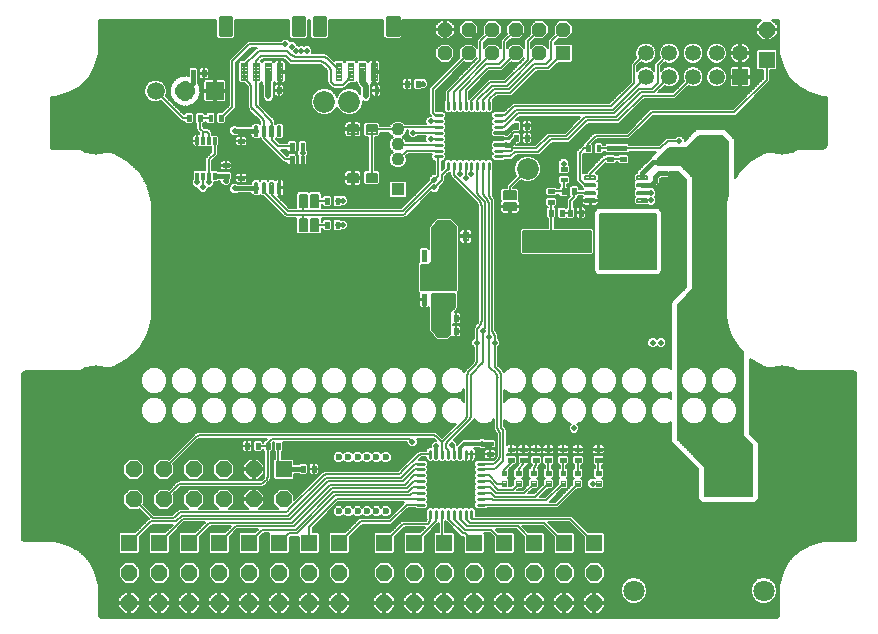
<source format=gtl>
G75*
%MOIN*%
%OFA0B0*%
%FSLAX24Y24*%
%IPPOS*%
%LPD*%
%AMOC8*
5,1,8,0,0,1.08239X$1,22.5*
%
%ADD10R,0.1457X0.1457*%
%ADD11C,0.1457*%
%ADD12C,0.0709*%
%ADD13C,0.0043*%
%ADD14C,0.0031*%
%ADD15C,0.0047*%
%ADD16C,0.0094*%
%ADD17C,0.0079*%
%ADD18R,0.0551X0.0551*%
%ADD19OC8,0.0551*%
%ADD20R,0.1476X0.1476*%
%ADD21C,0.0106*%
%ADD22R,0.0681X0.0728*%
%ADD23C,0.0186*%
%ADD24C,0.0100*%
%ADD25C,0.0063*%
%ADD26R,0.0433X0.0433*%
%ADD27C,0.0433*%
%ADD28C,0.2047*%
%ADD29R,0.0531X0.0531*%
%ADD30C,0.0531*%
%ADD31OC8,0.0531*%
%ADD32C,0.0024*%
%ADD33C,0.0039*%
%ADD34C,0.0071*%
%ADD35R,0.0591X0.0591*%
%ADD36C,0.0591*%
%ADD37C,0.0394*%
%ADD38C,0.0728*%
%ADD39R,0.0472X0.0472*%
%ADD40OC8,0.0472*%
%ADD41C,0.0059*%
%ADD42C,0.0197*%
%ADD43C,0.0236*%
%ADD44C,0.0157*%
%ADD45C,0.0118*%
%ADD46C,0.0138*%
%ADD47C,0.0197*%
D10*
X027078Y010248D03*
D11*
X025110Y010248D03*
D12*
X023929Y006311D03*
X028259Y006311D03*
D13*
X017982Y016332D02*
X016844Y016332D01*
X016844Y017156D01*
X017982Y017156D01*
X017982Y016332D01*
X017982Y016374D02*
X016844Y016374D01*
X016844Y016416D02*
X017982Y016416D01*
X017982Y016458D02*
X016844Y016458D01*
X016844Y016500D02*
X017982Y016500D01*
X017982Y016542D02*
X016844Y016542D01*
X016844Y016584D02*
X017982Y016584D01*
X017982Y016626D02*
X016844Y016626D01*
X016844Y016668D02*
X017982Y016668D01*
X017982Y016710D02*
X016844Y016710D01*
X016844Y016752D02*
X017982Y016752D01*
X017982Y016794D02*
X016844Y016794D01*
X016844Y016836D02*
X017982Y016836D01*
X017982Y016878D02*
X016844Y016878D01*
X016844Y016920D02*
X017982Y016920D01*
X017982Y016962D02*
X016844Y016962D01*
X016844Y017004D02*
X017982Y017004D01*
X017982Y017046D02*
X016844Y017046D01*
X016844Y017088D02*
X017982Y017088D01*
X017982Y017130D02*
X016844Y017130D01*
D14*
X016878Y017654D02*
X017004Y017654D01*
X017004Y017290D01*
X016878Y017290D01*
X016878Y017654D01*
X016878Y017320D02*
X017004Y017320D01*
X017004Y017350D02*
X016878Y017350D01*
X016878Y017380D02*
X017004Y017380D01*
X017004Y017410D02*
X016878Y017410D01*
X016878Y017440D02*
X017004Y017440D01*
X017004Y017470D02*
X016878Y017470D01*
X016878Y017500D02*
X017004Y017500D01*
X017004Y017530D02*
X016878Y017530D01*
X016878Y017560D02*
X017004Y017560D01*
X017004Y017590D02*
X016878Y017590D01*
X016878Y017620D02*
X017004Y017620D01*
X017004Y017650D02*
X016878Y017650D01*
X017193Y017654D02*
X017319Y017654D01*
X017319Y017290D01*
X017193Y017290D01*
X017193Y017654D01*
X017193Y017320D02*
X017319Y017320D01*
X017319Y017350D02*
X017193Y017350D01*
X017193Y017380D02*
X017319Y017380D01*
X017319Y017410D02*
X017193Y017410D01*
X017193Y017440D02*
X017319Y017440D01*
X017319Y017470D02*
X017193Y017470D01*
X017193Y017500D02*
X017319Y017500D01*
X017319Y017530D02*
X017193Y017530D01*
X017193Y017560D02*
X017319Y017560D01*
X017319Y017590D02*
X017193Y017590D01*
X017193Y017620D02*
X017319Y017620D01*
X017319Y017650D02*
X017193Y017650D01*
X017507Y017654D02*
X017633Y017654D01*
X017633Y017290D01*
X017507Y017290D01*
X017507Y017654D01*
X017507Y017320D02*
X017633Y017320D01*
X017633Y017350D02*
X017507Y017350D01*
X017507Y017380D02*
X017633Y017380D01*
X017633Y017410D02*
X017507Y017410D01*
X017507Y017440D02*
X017633Y017440D01*
X017633Y017470D02*
X017507Y017470D01*
X017507Y017500D02*
X017633Y017500D01*
X017633Y017530D02*
X017507Y017530D01*
X017507Y017560D02*
X017633Y017560D01*
X017633Y017590D02*
X017507Y017590D01*
X017507Y017620D02*
X017633Y017620D01*
X017633Y017650D02*
X017507Y017650D01*
X017822Y017654D02*
X017948Y017654D01*
X017948Y017290D01*
X017822Y017290D01*
X017822Y017654D01*
X017822Y017320D02*
X017948Y017320D01*
X017948Y017350D02*
X017822Y017350D01*
X017822Y017380D02*
X017948Y017380D01*
X017948Y017410D02*
X017822Y017410D01*
X017822Y017440D02*
X017948Y017440D01*
X017948Y017470D02*
X017822Y017470D01*
X017822Y017500D02*
X017948Y017500D01*
X017948Y017530D02*
X017822Y017530D01*
X017822Y017560D02*
X017948Y017560D01*
X017948Y017590D02*
X017822Y017590D01*
X017822Y017620D02*
X017948Y017620D01*
X017948Y017650D02*
X017822Y017650D01*
X017822Y016197D02*
X017948Y016197D01*
X017948Y015833D01*
X017822Y015833D01*
X017822Y016197D01*
X017822Y015863D02*
X017948Y015863D01*
X017948Y015893D02*
X017822Y015893D01*
X017822Y015923D02*
X017948Y015923D01*
X017948Y015953D02*
X017822Y015953D01*
X017822Y015983D02*
X017948Y015983D01*
X017948Y016013D02*
X017822Y016013D01*
X017822Y016043D02*
X017948Y016043D01*
X017948Y016073D02*
X017822Y016073D01*
X017822Y016103D02*
X017948Y016103D01*
X017948Y016133D02*
X017822Y016133D01*
X017822Y016163D02*
X017948Y016163D01*
X017948Y016193D02*
X017822Y016193D01*
X017633Y016197D02*
X017507Y016197D01*
X017633Y016197D02*
X017633Y015833D01*
X017507Y015833D01*
X017507Y016197D01*
X017507Y015863D02*
X017633Y015863D01*
X017633Y015893D02*
X017507Y015893D01*
X017507Y015923D02*
X017633Y015923D01*
X017633Y015953D02*
X017507Y015953D01*
X017507Y015983D02*
X017633Y015983D01*
X017633Y016013D02*
X017507Y016013D01*
X017507Y016043D02*
X017633Y016043D01*
X017633Y016073D02*
X017507Y016073D01*
X017507Y016103D02*
X017633Y016103D01*
X017633Y016133D02*
X017507Y016133D01*
X017507Y016163D02*
X017633Y016163D01*
X017633Y016193D02*
X017507Y016193D01*
X017319Y015833D02*
X017193Y015833D01*
X017193Y016197D01*
X017319Y016197D01*
X017319Y015833D01*
X017319Y015863D02*
X017193Y015863D01*
X017193Y015893D02*
X017319Y015893D01*
X017319Y015923D02*
X017193Y015923D01*
X017193Y015953D02*
X017319Y015953D01*
X017319Y015983D02*
X017193Y015983D01*
X017193Y016013D02*
X017319Y016013D01*
X017319Y016043D02*
X017193Y016043D01*
X017193Y016073D02*
X017319Y016073D01*
X017319Y016103D02*
X017193Y016103D01*
X017193Y016133D02*
X017319Y016133D01*
X017319Y016163D02*
X017193Y016163D01*
X017193Y016193D02*
X017319Y016193D01*
X017004Y016197D02*
X016878Y016197D01*
X017004Y016197D02*
X017004Y015833D01*
X016878Y015833D01*
X016878Y016197D01*
X016878Y015863D02*
X017004Y015863D01*
X017004Y015893D02*
X016878Y015893D01*
X016878Y015923D02*
X017004Y015923D01*
X017004Y015953D02*
X016878Y015953D01*
X016878Y015983D02*
X017004Y015983D01*
X017004Y016013D02*
X016878Y016013D01*
X016878Y016043D02*
X017004Y016043D01*
X017004Y016073D02*
X016878Y016073D01*
X016878Y016103D02*
X017004Y016103D01*
X017004Y016133D02*
X016878Y016133D01*
X016878Y016163D02*
X017004Y016163D01*
X017004Y016193D02*
X016878Y016193D01*
X017586Y015488D02*
X017712Y015488D01*
X017712Y015282D01*
X017586Y015282D01*
X017586Y015488D01*
X017586Y015312D02*
X017712Y015312D01*
X017712Y015342D02*
X017586Y015342D01*
X017586Y015372D02*
X017712Y015372D01*
X017712Y015402D02*
X017586Y015402D01*
X017586Y015432D02*
X017712Y015432D01*
X017712Y015462D02*
X017586Y015462D01*
X017941Y015488D02*
X018067Y015488D01*
X018067Y015282D01*
X017941Y015282D01*
X017941Y015488D01*
X017941Y015312D02*
X018067Y015312D01*
X018067Y015342D02*
X017941Y015342D01*
X017941Y015372D02*
X018067Y015372D01*
X018067Y015402D02*
X017941Y015402D01*
X017941Y015432D02*
X018067Y015432D01*
X018067Y015462D02*
X017941Y015462D01*
X017941Y015055D02*
X018067Y015055D01*
X018067Y014849D01*
X017941Y014849D01*
X017941Y015055D01*
X017941Y014879D02*
X018067Y014879D01*
X018067Y014909D02*
X017941Y014909D01*
X017941Y014939D02*
X018067Y014939D01*
X018067Y014969D02*
X017941Y014969D01*
X017941Y014999D02*
X018067Y014999D01*
X018067Y015029D02*
X017941Y015029D01*
X017712Y015055D02*
X017586Y015055D01*
X017712Y015055D02*
X017712Y014849D01*
X017586Y014849D01*
X017586Y015055D01*
X017586Y014879D02*
X017712Y014879D01*
X017712Y014909D02*
X017586Y014909D01*
X017586Y014939D02*
X017712Y014939D01*
X017712Y014969D02*
X017586Y014969D01*
X017586Y014999D02*
X017712Y014999D01*
X017712Y015029D02*
X017586Y015029D01*
X014110Y018393D02*
X013984Y018393D01*
X013984Y018599D01*
X014110Y018599D01*
X014110Y018393D01*
X014110Y018423D02*
X013984Y018423D01*
X013984Y018453D02*
X014110Y018453D01*
X014110Y018483D02*
X013984Y018483D01*
X013984Y018513D02*
X014110Y018513D01*
X014110Y018543D02*
X013984Y018543D01*
X013984Y018573D02*
X014110Y018573D01*
X013756Y018393D02*
X013630Y018393D01*
X013630Y018599D01*
X013756Y018599D01*
X013756Y018393D01*
X013756Y018423D02*
X013630Y018423D01*
X013630Y018453D02*
X013756Y018453D01*
X013756Y018483D02*
X013630Y018483D01*
X013630Y018513D02*
X013756Y018513D01*
X013756Y018543D02*
X013630Y018543D01*
X013630Y018573D02*
X013756Y018573D01*
X013756Y019200D02*
X013630Y019200D01*
X013630Y019406D01*
X013756Y019406D01*
X013756Y019200D01*
X013756Y019230D02*
X013630Y019230D01*
X013630Y019260D02*
X013756Y019260D01*
X013756Y019290D02*
X013630Y019290D01*
X013630Y019320D02*
X013756Y019320D01*
X013756Y019350D02*
X013630Y019350D01*
X013630Y019380D02*
X013756Y019380D01*
X013984Y019200D02*
X014110Y019200D01*
X013984Y019200D02*
X013984Y019406D01*
X014110Y019406D01*
X014110Y019200D01*
X014110Y019230D02*
X013984Y019230D01*
X013984Y019260D02*
X014110Y019260D01*
X014110Y019290D02*
X013984Y019290D01*
X013984Y019320D02*
X014110Y019320D01*
X014110Y019350D02*
X013984Y019350D01*
X013984Y019380D02*
X014110Y019380D01*
X012948Y020578D02*
X012822Y020578D01*
X012822Y020784D01*
X012948Y020784D01*
X012948Y020578D01*
X012948Y020608D02*
X012822Y020608D01*
X012822Y020638D02*
X012948Y020638D01*
X012948Y020668D02*
X012822Y020668D01*
X012822Y020698D02*
X012948Y020698D01*
X012948Y020728D02*
X012822Y020728D01*
X012822Y020758D02*
X012948Y020758D01*
X012948Y021011D02*
X012822Y021011D01*
X012822Y021217D01*
X012948Y021217D01*
X012948Y021011D01*
X012948Y021041D02*
X012822Y021041D01*
X012822Y021071D02*
X012948Y021071D01*
X012948Y021101D02*
X012822Y021101D01*
X012822Y021131D02*
X012948Y021131D01*
X012948Y021161D02*
X012822Y021161D01*
X012822Y021191D02*
X012948Y021191D01*
X012594Y021011D02*
X012468Y021011D01*
X012468Y021217D01*
X012594Y021217D01*
X012594Y021011D01*
X012594Y021041D02*
X012468Y021041D01*
X012468Y021071D02*
X012594Y021071D01*
X012594Y021101D02*
X012468Y021101D01*
X012468Y021131D02*
X012594Y021131D01*
X012594Y021161D02*
X012468Y021161D01*
X012468Y021191D02*
X012594Y021191D01*
X012594Y020578D02*
X012468Y020578D01*
X012468Y020784D01*
X012594Y020784D01*
X012594Y020578D01*
X012594Y020608D02*
X012468Y020608D01*
X012468Y020638D02*
X012594Y020638D01*
X012594Y020668D02*
X012468Y020668D01*
X012468Y020698D02*
X012594Y020698D01*
X012594Y020728D02*
X012468Y020728D01*
X012468Y020758D02*
X012594Y020758D01*
X010941Y021228D02*
X010941Y021354D01*
X010941Y021228D02*
X010735Y021228D01*
X010735Y021354D01*
X010941Y021354D01*
X010941Y021258D02*
X010735Y021258D01*
X010735Y021288D02*
X010941Y021288D01*
X010941Y021318D02*
X010735Y021318D01*
X010735Y021348D02*
X010941Y021348D01*
X010941Y021582D02*
X010941Y021708D01*
X010941Y021582D02*
X010735Y021582D01*
X010735Y021708D01*
X010941Y021708D01*
X010941Y021612D02*
X010735Y021612D01*
X010735Y021642D02*
X010941Y021642D01*
X010941Y021672D02*
X010735Y021672D01*
X010735Y021702D02*
X010941Y021702D01*
X010232Y021956D02*
X010106Y021956D01*
X010106Y022162D01*
X010232Y022162D01*
X010232Y021956D01*
X010232Y021986D02*
X010106Y021986D01*
X010106Y022016D02*
X010232Y022016D01*
X010232Y022046D02*
X010106Y022046D01*
X010106Y022076D02*
X010232Y022076D01*
X010232Y022106D02*
X010106Y022106D01*
X010106Y022136D02*
X010232Y022136D01*
X009878Y021956D02*
X009752Y021956D01*
X009752Y022162D01*
X009878Y022162D01*
X009878Y021956D01*
X009878Y021986D02*
X009752Y021986D01*
X009752Y022016D02*
X009878Y022016D01*
X009878Y022046D02*
X009752Y022046D01*
X009752Y022076D02*
X009878Y022076D01*
X009878Y022106D02*
X009752Y022106D01*
X009752Y022136D02*
X009878Y022136D01*
X009523Y022162D02*
X009397Y022162D01*
X009523Y022162D02*
X009523Y021956D01*
X009397Y021956D01*
X009397Y022162D01*
X009397Y021986D02*
X009523Y021986D01*
X009523Y022016D02*
X009397Y022016D01*
X009397Y022046D02*
X009523Y022046D01*
X009523Y022076D02*
X009397Y022076D01*
X009397Y022106D02*
X009523Y022106D01*
X009523Y022136D02*
X009397Y022136D01*
X009169Y022162D02*
X009043Y022162D01*
X009169Y022162D02*
X009169Y021956D01*
X009043Y021956D01*
X009043Y022162D01*
X009043Y021986D02*
X009169Y021986D01*
X009169Y022016D02*
X009043Y022016D01*
X009043Y022046D02*
X009169Y022046D01*
X009169Y022076D02*
X009043Y022076D01*
X009043Y022106D02*
X009169Y022106D01*
X009169Y022136D02*
X009043Y022136D01*
X009181Y023658D02*
X009307Y023658D01*
X009307Y023452D01*
X009181Y023452D01*
X009181Y023658D01*
X009181Y023482D02*
X009307Y023482D01*
X009307Y023512D02*
X009181Y023512D01*
X009181Y023542D02*
X009307Y023542D01*
X009307Y023572D02*
X009181Y023572D01*
X009181Y023602D02*
X009307Y023602D01*
X009307Y023632D02*
X009181Y023632D01*
X009535Y023658D02*
X009661Y023658D01*
X009661Y023452D01*
X009535Y023452D01*
X009535Y023658D01*
X009535Y023482D02*
X009661Y023482D01*
X009661Y023512D02*
X009535Y023512D01*
X009535Y023542D02*
X009661Y023542D01*
X009661Y023572D02*
X009535Y023572D01*
X009535Y023602D02*
X009661Y023602D01*
X009661Y023632D02*
X009535Y023632D01*
X011681Y023087D02*
X011807Y023087D01*
X011807Y022881D01*
X011681Y022881D01*
X011681Y023087D01*
X011681Y022911D02*
X011807Y022911D01*
X011807Y022941D02*
X011681Y022941D01*
X011681Y022971D02*
X011807Y022971D01*
X011807Y023001D02*
X011681Y023001D01*
X011681Y023031D02*
X011807Y023031D01*
X011807Y023061D02*
X011681Y023061D01*
X012035Y023087D02*
X012161Y023087D01*
X012161Y022881D01*
X012035Y022881D01*
X012035Y023087D01*
X012035Y022911D02*
X012161Y022911D01*
X012161Y022941D02*
X012035Y022941D01*
X012035Y022971D02*
X012161Y022971D01*
X012161Y023001D02*
X012035Y023001D01*
X012035Y023031D02*
X012161Y023031D01*
X012161Y023061D02*
X012035Y023061D01*
X014929Y023087D02*
X015055Y023087D01*
X015055Y022881D01*
X014929Y022881D01*
X014929Y023087D01*
X014929Y022911D02*
X015055Y022911D01*
X015055Y022941D02*
X014929Y022941D01*
X014929Y022971D02*
X015055Y022971D01*
X015055Y023001D02*
X014929Y023001D01*
X014929Y023031D02*
X015055Y023031D01*
X015055Y023061D02*
X014929Y023061D01*
X015283Y023087D02*
X015409Y023087D01*
X015409Y022881D01*
X015283Y022881D01*
X015283Y023087D01*
X015283Y022911D02*
X015409Y022911D01*
X015409Y022941D02*
X015283Y022941D01*
X015283Y022971D02*
X015409Y022971D01*
X015409Y023001D02*
X015283Y023001D01*
X015283Y023031D02*
X015409Y023031D01*
X015409Y023061D02*
X015283Y023061D01*
X016307Y023097D02*
X016433Y023097D01*
X016307Y023097D02*
X016307Y023303D01*
X016433Y023303D01*
X016433Y023097D01*
X016433Y023127D02*
X016307Y023127D01*
X016307Y023157D02*
X016433Y023157D01*
X016433Y023187D02*
X016307Y023187D01*
X016307Y023217D02*
X016433Y023217D01*
X016433Y023247D02*
X016307Y023247D01*
X016307Y023277D02*
X016433Y023277D01*
X016661Y023097D02*
X016787Y023097D01*
X016661Y023097D02*
X016661Y023303D01*
X016787Y023303D01*
X016787Y023097D01*
X016787Y023127D02*
X016661Y023127D01*
X016661Y023157D02*
X016787Y023157D01*
X016787Y023187D02*
X016661Y023187D01*
X016661Y023217D02*
X016787Y023217D01*
X016787Y023247D02*
X016661Y023247D01*
X016661Y023277D02*
X016787Y023277D01*
X019948Y021906D02*
X020074Y021906D01*
X020074Y021700D01*
X019948Y021700D01*
X019948Y021906D01*
X019948Y021730D02*
X020074Y021730D01*
X020074Y021760D02*
X019948Y021760D01*
X019948Y021790D02*
X020074Y021790D01*
X020074Y021820D02*
X019948Y021820D01*
X019948Y021850D02*
X020074Y021850D01*
X020074Y021880D02*
X019948Y021880D01*
X020303Y021906D02*
X020429Y021906D01*
X020429Y021700D01*
X020303Y021700D01*
X020303Y021906D01*
X020303Y021730D02*
X020429Y021730D01*
X020429Y021760D02*
X020303Y021760D01*
X020303Y021790D02*
X020429Y021790D01*
X020429Y021820D02*
X020303Y021820D01*
X020303Y021850D02*
X020429Y021850D01*
X020429Y021880D02*
X020303Y021880D01*
X020303Y021492D02*
X020429Y021492D01*
X020429Y021286D01*
X020303Y021286D01*
X020303Y021492D01*
X020303Y021316D02*
X020429Y021316D01*
X020429Y021346D02*
X020303Y021346D01*
X020303Y021376D02*
X020429Y021376D01*
X020429Y021406D02*
X020303Y021406D01*
X020303Y021436D02*
X020429Y021436D01*
X020429Y021466D02*
X020303Y021466D01*
X020074Y021492D02*
X019948Y021492D01*
X020074Y021492D02*
X020074Y021286D01*
X019948Y021286D01*
X019948Y021492D01*
X019948Y021316D02*
X020074Y021316D01*
X020074Y021346D02*
X019948Y021346D01*
X019948Y021376D02*
X020074Y021376D01*
X020074Y021406D02*
X019948Y021406D01*
X019948Y021436D02*
X020074Y021436D01*
X020074Y021466D02*
X019948Y021466D01*
X021483Y020429D02*
X021483Y020303D01*
X021483Y020429D02*
X021689Y020429D01*
X021689Y020303D01*
X021483Y020303D01*
X021483Y020333D02*
X021689Y020333D01*
X021689Y020363D02*
X021483Y020363D01*
X021483Y020393D02*
X021689Y020393D01*
X021689Y020423D02*
X021483Y020423D01*
X021483Y020074D02*
X021483Y019948D01*
X021483Y020074D02*
X021689Y020074D01*
X021689Y019948D01*
X021483Y019948D01*
X021483Y019978D02*
X021689Y019978D01*
X021689Y020008D02*
X021483Y020008D01*
X021483Y020038D02*
X021689Y020038D01*
X021689Y020068D02*
X021483Y020068D01*
X021523Y019721D02*
X021649Y019721D01*
X021649Y019515D01*
X021523Y019515D01*
X021523Y019721D01*
X021523Y019545D02*
X021649Y019545D01*
X021649Y019575D02*
X021523Y019575D01*
X021523Y019605D02*
X021649Y019605D01*
X021649Y019635D02*
X021523Y019635D01*
X021523Y019665D02*
X021649Y019665D01*
X021649Y019695D02*
X021523Y019695D01*
X021070Y019681D02*
X021070Y019555D01*
X021070Y019681D02*
X021276Y019681D01*
X021276Y019555D01*
X021070Y019555D01*
X021070Y019585D02*
X021276Y019585D01*
X021276Y019615D02*
X021070Y019615D01*
X021070Y019645D02*
X021276Y019645D01*
X021276Y019675D02*
X021070Y019675D01*
X021070Y019326D02*
X021070Y019200D01*
X021070Y019326D02*
X021276Y019326D01*
X021276Y019200D01*
X021070Y019200D01*
X021070Y019230D02*
X021276Y019230D01*
X021276Y019260D02*
X021070Y019260D01*
X021070Y019290D02*
X021276Y019290D01*
X021276Y019320D02*
X021070Y019320D01*
X021110Y019012D02*
X021236Y019012D01*
X021236Y018806D01*
X021110Y018806D01*
X021110Y019012D01*
X021110Y018836D02*
X021236Y018836D01*
X021236Y018866D02*
X021110Y018866D01*
X021110Y018896D02*
X021236Y018896D01*
X021236Y018926D02*
X021110Y018926D01*
X021110Y018956D02*
X021236Y018956D01*
X021236Y018986D02*
X021110Y018986D01*
X021464Y019012D02*
X021590Y019012D01*
X021590Y018806D01*
X021464Y018806D01*
X021464Y019012D01*
X021464Y018836D02*
X021590Y018836D01*
X021590Y018866D02*
X021464Y018866D01*
X021464Y018896D02*
X021590Y018896D01*
X021590Y018926D02*
X021464Y018926D01*
X021464Y018956D02*
X021590Y018956D01*
X021590Y018986D02*
X021464Y018986D01*
X021740Y019012D02*
X021866Y019012D01*
X021866Y018806D01*
X021740Y018806D01*
X021740Y019012D01*
X021740Y018836D02*
X021866Y018836D01*
X021866Y018866D02*
X021740Y018866D01*
X021740Y018896D02*
X021866Y018896D01*
X021866Y018926D02*
X021740Y018926D01*
X021740Y018956D02*
X021866Y018956D01*
X021866Y018986D02*
X021740Y018986D01*
X022094Y019012D02*
X022220Y019012D01*
X022220Y018806D01*
X022094Y018806D01*
X022094Y019012D01*
X022094Y018836D02*
X022220Y018836D01*
X022220Y018866D02*
X022094Y018866D01*
X022094Y018896D02*
X022220Y018896D01*
X022220Y018926D02*
X022094Y018926D01*
X022094Y018956D02*
X022220Y018956D01*
X022220Y018986D02*
X022094Y018986D01*
X022004Y019721D02*
X021878Y019721D01*
X022004Y019721D02*
X022004Y019515D01*
X021878Y019515D01*
X021878Y019721D01*
X021878Y019545D02*
X022004Y019545D01*
X022004Y019575D02*
X021878Y019575D01*
X021878Y019605D02*
X022004Y019605D01*
X022004Y019635D02*
X021878Y019635D01*
X021878Y019665D02*
X022004Y019665D01*
X022004Y019695D02*
X021878Y019695D01*
X023244Y020637D02*
X023244Y020763D01*
X023244Y020637D02*
X023038Y020637D01*
X023038Y020763D01*
X023244Y020763D01*
X023244Y020667D02*
X023038Y020667D01*
X023038Y020697D02*
X023244Y020697D01*
X023244Y020727D02*
X023038Y020727D01*
X023038Y020757D02*
X023244Y020757D01*
X023244Y020992D02*
X023244Y021118D01*
X023244Y020992D02*
X023038Y020992D01*
X023038Y021118D01*
X023244Y021118D01*
X023244Y021022D02*
X023038Y021022D01*
X023038Y021052D02*
X023244Y021052D01*
X023244Y021082D02*
X023038Y021082D01*
X023038Y021112D02*
X023244Y021112D01*
X023677Y021118D02*
X023677Y020992D01*
X023471Y020992D01*
X023471Y021118D01*
X023677Y021118D01*
X023677Y021022D02*
X023471Y021022D01*
X023471Y021052D02*
X023677Y021052D01*
X023677Y021082D02*
X023471Y021082D01*
X023471Y021112D02*
X023677Y021112D01*
X023677Y020763D02*
X023677Y020637D01*
X023471Y020637D01*
X023471Y020763D01*
X023677Y020763D01*
X023677Y020667D02*
X023471Y020667D01*
X023471Y020697D02*
X023677Y020697D01*
X023677Y020727D02*
X023471Y020727D01*
X023471Y020757D02*
X023677Y020757D01*
X022811Y020952D02*
X022685Y020952D01*
X022685Y021158D01*
X022811Y021158D01*
X022811Y020952D01*
X022811Y020982D02*
X022685Y020982D01*
X022685Y021012D02*
X022811Y021012D01*
X022811Y021042D02*
X022685Y021042D01*
X022685Y021072D02*
X022811Y021072D01*
X022811Y021102D02*
X022685Y021102D01*
X022685Y021132D02*
X022811Y021132D01*
X022456Y020952D02*
X022330Y020952D01*
X022330Y021158D01*
X022456Y021158D01*
X022456Y020952D01*
X022456Y020982D02*
X022330Y020982D01*
X022330Y021012D02*
X022456Y021012D01*
X022456Y021042D02*
X022330Y021042D01*
X022330Y021072D02*
X022456Y021072D01*
X022456Y021102D02*
X022330Y021102D01*
X022330Y021132D02*
X022456Y021132D01*
X025016Y020645D02*
X025016Y020519D01*
X024810Y020519D01*
X024810Y020645D01*
X025016Y020645D01*
X025016Y020549D02*
X024810Y020549D01*
X024810Y020579D02*
X025016Y020579D01*
X025016Y020609D02*
X024810Y020609D01*
X024810Y020639D02*
X025016Y020639D01*
X025410Y020645D02*
X025410Y020519D01*
X025204Y020519D01*
X025204Y020645D01*
X025410Y020645D01*
X025410Y020549D02*
X025204Y020549D01*
X025204Y020579D02*
X025410Y020579D01*
X025410Y020609D02*
X025204Y020609D01*
X025204Y020639D02*
X025410Y020639D01*
X025410Y020291D02*
X025410Y020165D01*
X025204Y020165D01*
X025204Y020291D01*
X025410Y020291D01*
X025410Y020195D02*
X025204Y020195D01*
X025204Y020225D02*
X025410Y020225D01*
X025410Y020255D02*
X025204Y020255D01*
X025204Y020285D02*
X025410Y020285D01*
X025016Y020291D02*
X025016Y020165D01*
X024810Y020165D01*
X024810Y020291D01*
X025016Y020291D01*
X025016Y020195D02*
X024810Y020195D01*
X024810Y020225D02*
X025016Y020225D01*
X025016Y020255D02*
X024810Y020255D01*
X024810Y020285D02*
X025016Y020285D01*
X019229Y011275D02*
X019229Y011149D01*
X019023Y011149D01*
X019023Y011275D01*
X019229Y011275D01*
X019229Y011179D02*
X019023Y011179D01*
X019023Y011209D02*
X019229Y011209D01*
X019229Y011239D02*
X019023Y011239D01*
X019023Y011269D02*
X019229Y011269D01*
X019229Y010921D02*
X019229Y010795D01*
X019023Y010795D01*
X019023Y010921D01*
X019229Y010921D01*
X019229Y010825D02*
X019023Y010825D01*
X019023Y010855D02*
X019229Y010855D01*
X019229Y010885D02*
X019023Y010885D01*
X019023Y010915D02*
X019229Y010915D01*
X019731Y010952D02*
X019731Y011078D01*
X019937Y011078D01*
X019937Y010952D01*
X019731Y010952D01*
X019731Y010982D02*
X019937Y010982D01*
X019937Y011012D02*
X019731Y011012D01*
X019731Y011042D02*
X019937Y011042D01*
X019937Y011072D02*
X019731Y011072D01*
X019731Y010724D02*
X019731Y010598D01*
X019731Y010724D02*
X019937Y010724D01*
X019937Y010598D01*
X019731Y010598D01*
X019731Y010628D02*
X019937Y010628D01*
X019937Y010658D02*
X019731Y010658D01*
X019731Y010688D02*
X019937Y010688D01*
X019937Y010718D02*
X019731Y010718D01*
X020145Y010724D02*
X020145Y010598D01*
X020145Y010724D02*
X020351Y010724D01*
X020351Y010598D01*
X020145Y010598D01*
X020145Y010628D02*
X020351Y010628D01*
X020351Y010658D02*
X020145Y010658D01*
X020145Y010688D02*
X020351Y010688D01*
X020351Y010718D02*
X020145Y010718D01*
X020145Y010952D02*
X020145Y011078D01*
X020351Y011078D01*
X020351Y010952D01*
X020145Y010952D01*
X020145Y010982D02*
X020351Y010982D01*
X020351Y011012D02*
X020145Y011012D01*
X020145Y011042D02*
X020351Y011042D01*
X020351Y011072D02*
X020145Y011072D01*
X020558Y011078D02*
X020558Y010952D01*
X020558Y011078D02*
X020764Y011078D01*
X020764Y010952D01*
X020558Y010952D01*
X020558Y010982D02*
X020764Y010982D01*
X020764Y011012D02*
X020558Y011012D01*
X020558Y011042D02*
X020764Y011042D01*
X020764Y011072D02*
X020558Y011072D01*
X020971Y011078D02*
X020971Y010952D01*
X020971Y011078D02*
X021177Y011078D01*
X021177Y010952D01*
X020971Y010952D01*
X020971Y010982D02*
X021177Y010982D01*
X021177Y011012D02*
X020971Y011012D01*
X020971Y011042D02*
X021177Y011042D01*
X021177Y011072D02*
X020971Y011072D01*
X020971Y010724D02*
X020971Y010598D01*
X020971Y010724D02*
X021177Y010724D01*
X021177Y010598D01*
X020971Y010598D01*
X020971Y010628D02*
X021177Y010628D01*
X021177Y010658D02*
X020971Y010658D01*
X020971Y010688D02*
X021177Y010688D01*
X021177Y010718D02*
X020971Y010718D01*
X020558Y010724D02*
X020558Y010598D01*
X020558Y010724D02*
X020764Y010724D01*
X020764Y010598D01*
X020558Y010598D01*
X020558Y010628D02*
X020764Y010628D01*
X020764Y010658D02*
X020558Y010658D01*
X020558Y010688D02*
X020764Y010688D01*
X020764Y010718D02*
X020558Y010718D01*
X021464Y010724D02*
X021464Y010598D01*
X021464Y010724D02*
X021670Y010724D01*
X021670Y010598D01*
X021464Y010598D01*
X021464Y010628D02*
X021670Y010628D01*
X021670Y010658D02*
X021464Y010658D01*
X021464Y010688D02*
X021670Y010688D01*
X021670Y010718D02*
X021464Y010718D01*
X021464Y010952D02*
X021464Y011078D01*
X021670Y011078D01*
X021670Y010952D01*
X021464Y010952D01*
X021464Y010982D02*
X021670Y010982D01*
X021670Y011012D02*
X021464Y011012D01*
X021464Y011042D02*
X021670Y011042D01*
X021670Y011072D02*
X021464Y011072D01*
X021956Y011078D02*
X021956Y010952D01*
X021956Y011078D02*
X022162Y011078D01*
X022162Y010952D01*
X021956Y010952D01*
X021956Y010982D02*
X022162Y010982D01*
X022162Y011012D02*
X021956Y011012D01*
X021956Y011042D02*
X022162Y011042D01*
X022162Y011072D02*
X021956Y011072D01*
X021956Y010724D02*
X021956Y010598D01*
X021956Y010724D02*
X022162Y010724D01*
X022162Y010598D01*
X021956Y010598D01*
X021956Y010628D02*
X022162Y010628D01*
X022162Y010658D02*
X021956Y010658D01*
X021956Y010688D02*
X022162Y010688D01*
X022162Y010718D02*
X021956Y010718D01*
X022645Y010724D02*
X022645Y010598D01*
X022645Y010724D02*
X022851Y010724D01*
X022851Y010598D01*
X022645Y010598D01*
X022645Y010628D02*
X022851Y010628D01*
X022851Y010658D02*
X022645Y010658D01*
X022645Y010688D02*
X022851Y010688D01*
X022851Y010718D02*
X022645Y010718D01*
X022645Y010952D02*
X022645Y011078D01*
X022851Y011078D01*
X022851Y010952D01*
X022645Y010952D01*
X022645Y010982D02*
X022851Y010982D01*
X022851Y011012D02*
X022645Y011012D01*
X022645Y011042D02*
X022851Y011042D01*
X022851Y011072D02*
X022645Y011072D01*
X013322Y010469D02*
X013196Y010469D01*
X013322Y010469D02*
X013322Y010263D01*
X013196Y010263D01*
X013196Y010469D01*
X013196Y010293D02*
X013322Y010293D01*
X013322Y010323D02*
X013196Y010323D01*
X013196Y010353D02*
X013322Y010353D01*
X013322Y010383D02*
X013196Y010383D01*
X013196Y010413D02*
X013322Y010413D01*
X013322Y010443D02*
X013196Y010443D01*
X012968Y010469D02*
X012842Y010469D01*
X012968Y010469D02*
X012968Y010263D01*
X012842Y010263D01*
X012842Y010469D01*
X012842Y010293D02*
X012968Y010293D01*
X012968Y010323D02*
X012842Y010323D01*
X012842Y010353D02*
X012968Y010353D01*
X012968Y010383D02*
X012842Y010383D01*
X012842Y010413D02*
X012968Y010413D01*
X012968Y010443D02*
X012842Y010443D01*
X012141Y011030D02*
X012015Y011030D01*
X012015Y011236D01*
X012141Y011236D01*
X012141Y011030D01*
X012141Y011060D02*
X012015Y011060D01*
X012015Y011090D02*
X012141Y011090D01*
X012141Y011120D02*
X012015Y011120D01*
X012015Y011150D02*
X012141Y011150D01*
X012141Y011180D02*
X012015Y011180D01*
X012015Y011210D02*
X012141Y011210D01*
X011787Y011030D02*
X011661Y011030D01*
X011661Y011236D01*
X011787Y011236D01*
X011787Y011030D01*
X011787Y011060D02*
X011661Y011060D01*
X011661Y011090D02*
X011787Y011090D01*
X011787Y011120D02*
X011661Y011120D01*
X011661Y011150D02*
X011787Y011150D01*
X011787Y011180D02*
X011661Y011180D01*
X011661Y011210D02*
X011787Y011210D01*
X011452Y011236D02*
X011326Y011236D01*
X011452Y011236D02*
X011452Y011030D01*
X011326Y011030D01*
X011326Y011236D01*
X011326Y011060D02*
X011452Y011060D01*
X011452Y011090D02*
X011326Y011090D01*
X011326Y011120D02*
X011452Y011120D01*
X011452Y011150D02*
X011326Y011150D01*
X011326Y011180D02*
X011452Y011180D01*
X011452Y011210D02*
X011326Y011210D01*
X011098Y011236D02*
X010972Y011236D01*
X011098Y011236D02*
X011098Y011030D01*
X010972Y011030D01*
X010972Y011236D01*
X010972Y011060D02*
X011098Y011060D01*
X011098Y011090D02*
X010972Y011090D01*
X010972Y011120D02*
X011098Y011120D01*
X011098Y011150D02*
X010972Y011150D01*
X010972Y011180D02*
X011098Y011180D01*
X011098Y011210D02*
X010972Y011210D01*
X010735Y019653D02*
X010735Y019779D01*
X010941Y019779D01*
X010941Y019653D01*
X010735Y019653D01*
X010735Y019683D02*
X010941Y019683D01*
X010941Y019713D02*
X010735Y019713D01*
X010735Y019743D02*
X010941Y019743D01*
X010941Y019773D02*
X010735Y019773D01*
X010735Y020007D02*
X010735Y020133D01*
X010941Y020133D01*
X010941Y020007D01*
X010735Y020007D01*
X010735Y020037D02*
X010941Y020037D01*
X010941Y020067D02*
X010735Y020067D01*
X010735Y020097D02*
X010941Y020097D01*
X010941Y020127D02*
X010735Y020127D01*
X010223Y020067D02*
X010223Y020193D01*
X010429Y020193D01*
X010429Y020067D01*
X010223Y020067D01*
X010223Y020097D02*
X010429Y020097D01*
X010429Y020127D02*
X010223Y020127D01*
X010223Y020157D02*
X010429Y020157D01*
X010429Y020187D02*
X010223Y020187D01*
X010223Y020421D02*
X010223Y020547D01*
X010429Y020547D01*
X010429Y020421D01*
X010223Y020421D01*
X010223Y020451D02*
X010429Y020451D01*
X010429Y020481D02*
X010223Y020481D01*
X010223Y020511D02*
X010429Y020511D01*
X010429Y020541D02*
X010223Y020541D01*
D15*
X010842Y023322D02*
X011032Y023322D01*
X010842Y023322D02*
X010842Y023886D01*
X011032Y023886D01*
X011032Y023322D01*
X011032Y023368D02*
X010842Y023368D01*
X010842Y023414D02*
X011032Y023414D01*
X011032Y023460D02*
X010842Y023460D01*
X010842Y023506D02*
X011032Y023506D01*
X011032Y023552D02*
X010842Y023552D01*
X010842Y023598D02*
X011032Y023598D01*
X011032Y023644D02*
X010842Y023644D01*
X010842Y023690D02*
X011032Y023690D01*
X011032Y023736D02*
X010842Y023736D01*
X010842Y023782D02*
X011032Y023782D01*
X011032Y023828D02*
X010842Y023828D01*
X010842Y023874D02*
X011032Y023874D01*
X011235Y023322D02*
X011425Y023322D01*
X011235Y023322D02*
X011235Y023886D01*
X011425Y023886D01*
X011425Y023322D01*
X011425Y023368D02*
X011235Y023368D01*
X011235Y023414D02*
X011425Y023414D01*
X011425Y023460D02*
X011235Y023460D01*
X011235Y023506D02*
X011425Y023506D01*
X011425Y023552D02*
X011235Y023552D01*
X011235Y023598D02*
X011425Y023598D01*
X011425Y023644D02*
X011235Y023644D01*
X011235Y023690D02*
X011425Y023690D01*
X011425Y023736D02*
X011235Y023736D01*
X011235Y023782D02*
X011425Y023782D01*
X011425Y023828D02*
X011235Y023828D01*
X011235Y023874D02*
X011425Y023874D01*
X011629Y023322D02*
X011819Y023322D01*
X011629Y023322D02*
X011629Y023886D01*
X011819Y023886D01*
X011819Y023322D01*
X011819Y023368D02*
X011629Y023368D01*
X011629Y023414D02*
X011819Y023414D01*
X011819Y023460D02*
X011629Y023460D01*
X011629Y023506D02*
X011819Y023506D01*
X011819Y023552D02*
X011629Y023552D01*
X011629Y023598D02*
X011819Y023598D01*
X011819Y023644D02*
X011629Y023644D01*
X011629Y023690D02*
X011819Y023690D01*
X011819Y023736D02*
X011629Y023736D01*
X011629Y023782D02*
X011819Y023782D01*
X011819Y023828D02*
X011629Y023828D01*
X011629Y023874D02*
X011819Y023874D01*
X012023Y023322D02*
X012213Y023322D01*
X012023Y023322D02*
X012023Y023886D01*
X012213Y023886D01*
X012213Y023322D01*
X012213Y023368D02*
X012023Y023368D01*
X012023Y023414D02*
X012213Y023414D01*
X012213Y023460D02*
X012023Y023460D01*
X012023Y023506D02*
X012213Y023506D01*
X012213Y023552D02*
X012023Y023552D01*
X012023Y023598D02*
X012213Y023598D01*
X012213Y023644D02*
X012023Y023644D01*
X012023Y023690D02*
X012213Y023690D01*
X012213Y023736D02*
X012023Y023736D01*
X012023Y023782D02*
X012213Y023782D01*
X012213Y023828D02*
X012023Y023828D01*
X012023Y023874D02*
X012213Y023874D01*
X013991Y023322D02*
X014181Y023322D01*
X013991Y023322D02*
X013991Y023886D01*
X014181Y023886D01*
X014181Y023322D01*
X014181Y023368D02*
X013991Y023368D01*
X013991Y023414D02*
X014181Y023414D01*
X014181Y023460D02*
X013991Y023460D01*
X013991Y023506D02*
X014181Y023506D01*
X014181Y023552D02*
X013991Y023552D01*
X013991Y023598D02*
X014181Y023598D01*
X014181Y023644D02*
X013991Y023644D01*
X013991Y023690D02*
X014181Y023690D01*
X014181Y023736D02*
X013991Y023736D01*
X013991Y023782D02*
X014181Y023782D01*
X014181Y023828D02*
X013991Y023828D01*
X013991Y023874D02*
X014181Y023874D01*
X014385Y023322D02*
X014575Y023322D01*
X014385Y023322D02*
X014385Y023886D01*
X014575Y023886D01*
X014575Y023322D01*
X014575Y023368D02*
X014385Y023368D01*
X014385Y023414D02*
X014575Y023414D01*
X014575Y023460D02*
X014385Y023460D01*
X014385Y023506D02*
X014575Y023506D01*
X014575Y023552D02*
X014385Y023552D01*
X014385Y023598D02*
X014575Y023598D01*
X014575Y023644D02*
X014385Y023644D01*
X014385Y023690D02*
X014575Y023690D01*
X014575Y023736D02*
X014385Y023736D01*
X014385Y023782D02*
X014575Y023782D01*
X014575Y023828D02*
X014385Y023828D01*
X014385Y023874D02*
X014575Y023874D01*
X014779Y023322D02*
X014969Y023322D01*
X014779Y023322D02*
X014779Y023886D01*
X014969Y023886D01*
X014969Y023322D01*
X014969Y023368D02*
X014779Y023368D01*
X014779Y023414D02*
X014969Y023414D01*
X014969Y023460D02*
X014779Y023460D01*
X014779Y023506D02*
X014969Y023506D01*
X014969Y023552D02*
X014779Y023552D01*
X014779Y023598D02*
X014969Y023598D01*
X014969Y023644D02*
X014779Y023644D01*
X014779Y023690D02*
X014969Y023690D01*
X014969Y023736D02*
X014779Y023736D01*
X014779Y023782D02*
X014969Y023782D01*
X014969Y023828D02*
X014779Y023828D01*
X014779Y023874D02*
X014969Y023874D01*
X015172Y023322D02*
X015362Y023322D01*
X015172Y023322D02*
X015172Y023886D01*
X015362Y023886D01*
X015362Y023322D01*
X015362Y023368D02*
X015172Y023368D01*
X015172Y023414D02*
X015362Y023414D01*
X015362Y023460D02*
X015172Y023460D01*
X015172Y023506D02*
X015362Y023506D01*
X015362Y023552D02*
X015172Y023552D01*
X015172Y023598D02*
X015362Y023598D01*
X015362Y023644D02*
X015172Y023644D01*
X015172Y023690D02*
X015362Y023690D01*
X015362Y023736D02*
X015172Y023736D01*
X015172Y023782D02*
X015362Y023782D01*
X015362Y023828D02*
X015172Y023828D01*
X015172Y023874D02*
X015362Y023874D01*
X017672Y018256D02*
X017672Y017988D01*
X017672Y018256D02*
X017862Y018256D01*
X017862Y017988D01*
X017672Y017988D01*
X017672Y018034D02*
X017862Y018034D01*
X017862Y018080D02*
X017672Y018080D01*
X017672Y018126D02*
X017862Y018126D01*
X017862Y018172D02*
X017672Y018172D01*
X017672Y018218D02*
X017862Y018218D01*
X018224Y018256D02*
X018224Y017988D01*
X018224Y018256D02*
X018414Y018256D01*
X018414Y017988D01*
X018224Y017988D01*
X018224Y018034D02*
X018414Y018034D01*
X018414Y018080D02*
X018224Y018080D01*
X018224Y018126D02*
X018414Y018126D01*
X018414Y018172D02*
X018224Y018172D01*
X018224Y018218D02*
X018414Y018218D01*
D16*
X016086Y024823D02*
X015708Y024823D01*
X015708Y025437D01*
X016086Y025437D01*
X016086Y024823D01*
X016086Y024916D02*
X015708Y024916D01*
X015708Y025009D02*
X016086Y025009D01*
X016086Y025102D02*
X015708Y025102D01*
X015708Y025195D02*
X016086Y025195D01*
X016086Y025288D02*
X015708Y025288D01*
X015708Y025381D02*
X016086Y025381D01*
X013645Y024823D02*
X013267Y024823D01*
X013267Y025437D01*
X013645Y025437D01*
X013645Y024823D01*
X013645Y024916D02*
X013267Y024916D01*
X013267Y025009D02*
X013645Y025009D01*
X013645Y025102D02*
X013267Y025102D01*
X013267Y025195D02*
X013645Y025195D01*
X013645Y025288D02*
X013267Y025288D01*
X013267Y025381D02*
X013645Y025381D01*
X012937Y024823D02*
X012559Y024823D01*
X012559Y025437D01*
X012937Y025437D01*
X012937Y024823D01*
X012937Y024916D02*
X012559Y024916D01*
X012559Y025009D02*
X012937Y025009D01*
X012937Y025102D02*
X012559Y025102D01*
X012559Y025195D02*
X012937Y025195D01*
X012937Y025288D02*
X012559Y025288D01*
X012559Y025381D02*
X012937Y025381D01*
X010496Y024823D02*
X010118Y024823D01*
X010118Y025437D01*
X010496Y025437D01*
X010496Y024823D01*
X010496Y024916D02*
X010118Y024916D01*
X010118Y025009D02*
X010496Y025009D01*
X010496Y025102D02*
X010118Y025102D01*
X010118Y025195D02*
X010496Y025195D01*
X010496Y025288D02*
X010118Y025288D01*
X010118Y025381D02*
X010496Y025381D01*
D17*
X011114Y024519D02*
X012315Y024519D01*
X012292Y024303D02*
X011491Y024303D01*
X011351Y024245D02*
X010937Y023830D01*
X010937Y023604D01*
X010937Y023397D01*
X011115Y023219D01*
X011173Y023079D02*
X011173Y022495D01*
X011230Y022355D02*
X011538Y022047D01*
X011596Y021908D02*
X011596Y021626D01*
X011635Y021468D02*
X011557Y021468D01*
X011557Y021784D01*
X011635Y021784D01*
X011635Y021468D01*
X011635Y021546D02*
X011557Y021546D01*
X011557Y021624D02*
X011635Y021624D01*
X011635Y021702D02*
X011557Y021702D01*
X011557Y021780D02*
X011635Y021780D01*
X011852Y021869D02*
X011850Y021895D01*
X011845Y021920D01*
X011837Y021944D01*
X011826Y021968D01*
X011811Y021989D01*
X011794Y022008D01*
X011388Y022414D01*
X011231Y022356D02*
X011214Y022375D01*
X011199Y022396D01*
X011188Y022420D01*
X011180Y022444D01*
X011175Y022469D01*
X011173Y022495D01*
X011330Y022554D02*
X011330Y023604D01*
X011330Y023906D01*
X011388Y024045D02*
X011430Y024088D01*
X011352Y024245D02*
X011371Y024262D01*
X011392Y024277D01*
X011416Y024288D01*
X011440Y024296D01*
X011465Y024301D01*
X011491Y024303D01*
X011569Y024145D02*
X012233Y024145D01*
X012292Y024303D02*
X012318Y024301D01*
X012343Y024296D01*
X012367Y024288D01*
X012391Y024277D01*
X012412Y024262D01*
X012431Y024245D01*
X012513Y024164D01*
X012454Y024006D02*
X012473Y023989D01*
X012494Y023974D01*
X012518Y023963D01*
X012542Y023955D01*
X012567Y023950D01*
X012593Y023948D01*
X013493Y023948D01*
X013552Y024106D02*
X013578Y024104D01*
X013603Y024099D01*
X013627Y024091D01*
X013651Y024080D01*
X013672Y024065D01*
X013691Y024048D01*
X014086Y023653D01*
X014086Y023604D01*
X014281Y023219D02*
X014262Y023202D01*
X014241Y023187D01*
X014217Y023176D01*
X014193Y023168D01*
X014168Y023163D01*
X014142Y023161D01*
X014010Y023161D01*
X013871Y023219D02*
X013870Y023220D01*
X013830Y023315D02*
X013830Y023611D01*
X013773Y023750D02*
X013632Y023891D01*
X013613Y023908D01*
X013592Y023923D01*
X013568Y023934D01*
X013544Y023942D01*
X013519Y023947D01*
X013493Y023949D01*
X013552Y024106D02*
X012652Y024106D01*
X012626Y024108D01*
X012601Y024113D01*
X012577Y024121D01*
X012553Y024132D01*
X012532Y024147D01*
X012513Y024164D01*
X012372Y024088D02*
X012454Y024006D01*
X012372Y024087D02*
X012353Y024104D01*
X012332Y024119D01*
X012308Y024130D01*
X012284Y024138D01*
X012259Y024143D01*
X012233Y024145D01*
X011569Y024145D02*
X011543Y024143D01*
X011518Y024138D01*
X011494Y024130D01*
X011470Y024119D01*
X011449Y024104D01*
X011430Y024087D01*
X011388Y024045D02*
X011371Y024026D01*
X011356Y024005D01*
X011345Y023981D01*
X011337Y023957D01*
X011332Y023932D01*
X011330Y023906D01*
X011114Y024519D02*
X010543Y023948D01*
X010543Y022433D01*
X010169Y022059D01*
X009815Y022059D02*
X009460Y022059D01*
X009460Y021786D01*
X009518Y021647D02*
X009559Y021606D01*
X009657Y021606D01*
X009559Y021606D02*
X009559Y021311D01*
X009756Y021311D02*
X009756Y021507D01*
X009755Y021507D02*
X009754Y021524D01*
X009749Y021541D01*
X009742Y021556D01*
X009732Y021570D01*
X009720Y021582D01*
X009706Y021592D01*
X009691Y021599D01*
X009674Y021604D01*
X009657Y021605D01*
X009518Y021647D02*
X009501Y021666D01*
X009486Y021687D01*
X009475Y021711D01*
X009467Y021735D01*
X009462Y021760D01*
X009460Y021786D01*
X009106Y022059D02*
X008971Y022059D01*
X008832Y022116D02*
X007984Y022964D01*
X008832Y022117D02*
X008851Y022100D01*
X008872Y022085D01*
X008896Y022074D01*
X008920Y022066D01*
X008945Y022061D01*
X008971Y022059D01*
X011173Y023079D02*
X011171Y023105D01*
X011166Y023130D01*
X011158Y023154D01*
X011147Y023178D01*
X011132Y023199D01*
X011115Y023218D01*
X011330Y022554D02*
X011332Y022528D01*
X011337Y022503D01*
X011345Y022479D01*
X011356Y022455D01*
X011371Y022434D01*
X011388Y022415D01*
X011538Y022047D02*
X011555Y022028D01*
X011570Y022007D01*
X011581Y021983D01*
X011589Y021959D01*
X011594Y021934D01*
X011596Y021908D01*
X011852Y021869D02*
X011852Y021626D01*
X011891Y021468D02*
X011813Y021468D01*
X011813Y021784D01*
X011891Y021784D01*
X011891Y021468D01*
X011891Y021546D02*
X011813Y021546D01*
X011813Y021624D02*
X011891Y021624D01*
X011891Y021702D02*
X011813Y021702D01*
X011813Y021780D02*
X011891Y021780D01*
X011852Y021626D02*
X011852Y021422D01*
X011654Y021342D02*
X011637Y021361D01*
X011622Y021382D01*
X011611Y021406D01*
X011603Y021430D01*
X011598Y021455D01*
X011596Y021481D01*
X011596Y021626D01*
X011379Y021468D02*
X011301Y021468D01*
X011301Y021784D01*
X011379Y021784D01*
X011379Y021468D01*
X011379Y021546D02*
X011301Y021546D01*
X011301Y021624D02*
X011379Y021624D01*
X011379Y021702D02*
X011301Y021702D01*
X011301Y021780D02*
X011379Y021780D01*
X011654Y021342D02*
X012257Y020738D01*
X012396Y020681D02*
X012531Y020681D01*
X012396Y020681D02*
X012370Y020683D01*
X012345Y020688D01*
X012321Y020696D01*
X012297Y020707D01*
X012276Y020722D01*
X012257Y020739D01*
X012160Y021114D02*
X012531Y021114D01*
X012885Y021114D02*
X012885Y020897D01*
X012885Y020681D01*
X012160Y021114D02*
X012134Y021116D01*
X012109Y021121D01*
X012085Y021129D01*
X012061Y021140D01*
X012040Y021155D01*
X012021Y021172D01*
X012021Y021171D02*
X011910Y021283D01*
X011893Y021302D01*
X011878Y021323D01*
X011867Y021347D01*
X011859Y021371D01*
X011854Y021396D01*
X011852Y021422D01*
X012069Y021468D02*
X012147Y021468D01*
X012069Y021468D02*
X012069Y021784D01*
X012147Y021784D01*
X012147Y021468D01*
X012147Y021546D02*
X012069Y021546D01*
X012069Y021624D02*
X012147Y021624D01*
X012147Y021702D02*
X012069Y021702D01*
X012069Y021780D02*
X012147Y021780D01*
X013870Y023220D02*
X013857Y023236D01*
X013846Y023254D01*
X013838Y023274D01*
X013833Y023294D01*
X013831Y023315D01*
X013871Y023219D02*
X013890Y023202D01*
X013911Y023187D01*
X013935Y023176D01*
X013959Y023168D01*
X013984Y023163D01*
X014010Y023161D01*
X014282Y023219D02*
X014480Y023417D01*
X014480Y023604D01*
X013830Y023611D02*
X013828Y023637D01*
X013823Y023662D01*
X013815Y023686D01*
X013804Y023710D01*
X013789Y023731D01*
X013772Y023750D01*
X010011Y020130D02*
X009952Y020130D01*
X011301Y019578D02*
X011379Y019578D01*
X011301Y019578D02*
X011301Y019894D01*
X011379Y019894D01*
X011379Y019578D01*
X011379Y019656D02*
X011301Y019656D01*
X011301Y019734D02*
X011379Y019734D01*
X011379Y019812D02*
X011301Y019812D01*
X011301Y019890D02*
X011379Y019890D01*
X011557Y019578D02*
X011635Y019578D01*
X011557Y019578D02*
X011557Y019894D01*
X011635Y019894D01*
X011635Y019578D01*
X011635Y019656D02*
X011557Y019656D01*
X011557Y019734D02*
X011635Y019734D01*
X011635Y019812D02*
X011557Y019812D01*
X011557Y019890D02*
X011635Y019890D01*
X011813Y019578D02*
X011891Y019578D01*
X011813Y019578D02*
X011813Y019894D01*
X011891Y019894D01*
X011891Y019578D01*
X011891Y019656D02*
X011813Y019656D01*
X011813Y019734D02*
X011891Y019734D01*
X011891Y019812D02*
X011813Y019812D01*
X011813Y019890D02*
X011891Y019890D01*
X012069Y019578D02*
X012147Y019578D01*
X012069Y019578D02*
X012069Y019894D01*
X012147Y019894D01*
X012147Y019578D01*
X012147Y019656D02*
X012069Y019656D01*
X012069Y019734D02*
X012147Y019734D01*
X012147Y019812D02*
X012069Y019812D01*
X012069Y019890D02*
X012147Y019890D01*
X021173Y019618D02*
X021586Y019618D01*
X021586Y020011D01*
X021586Y020366D02*
X021586Y020543D01*
X022118Y020897D02*
X022275Y021055D01*
X022393Y021055D01*
X022118Y020897D02*
X022118Y020011D01*
X022305Y019824D01*
X022472Y019824D01*
X022314Y019785D02*
X022314Y019863D01*
X022630Y019863D01*
X022630Y019785D01*
X022314Y019785D01*
X022314Y019863D02*
X022630Y019863D01*
X022314Y020041D02*
X022314Y020119D01*
X022630Y020119D01*
X022630Y020041D01*
X022314Y020041D01*
X022314Y020119D02*
X022630Y020119D01*
X022472Y020080D02*
X022472Y020208D01*
X022964Y020700D01*
X023141Y020700D01*
X023574Y020700D01*
X023574Y021055D02*
X024815Y021055D01*
X025051Y021291D01*
X025444Y021291D01*
X024362Y020119D02*
X024362Y020041D01*
X024046Y020041D01*
X024046Y020119D01*
X024362Y020119D01*
X024046Y020119D01*
X024362Y019863D02*
X024362Y019785D01*
X024046Y019785D01*
X024046Y019863D01*
X024362Y019863D01*
X024046Y019863D01*
X024362Y019608D02*
X024362Y019530D01*
X024046Y019530D01*
X024046Y019608D01*
X024362Y019608D01*
X024046Y019608D01*
X024362Y019352D02*
X024362Y019274D01*
X024046Y019274D01*
X024046Y019352D01*
X024362Y019352D01*
X024046Y019352D01*
X024204Y019313D02*
X024500Y019313D01*
X022314Y019274D02*
X022314Y019352D01*
X022630Y019352D01*
X022630Y019274D01*
X022314Y019274D01*
X022314Y019352D02*
X022630Y019352D01*
X022314Y019530D02*
X022314Y019608D01*
X022630Y019608D01*
X022630Y019530D01*
X022314Y019530D01*
X022314Y019608D02*
X022630Y019608D01*
X022472Y019569D02*
X021990Y019569D01*
X021941Y019618D01*
X021941Y019441D01*
X021803Y019303D01*
X021803Y018909D01*
X021527Y018909D01*
X021173Y018909D02*
X021173Y019263D01*
X021173Y018909D02*
X021173Y018220D01*
X022748Y021055D02*
X023141Y021055D01*
X022748Y010661D02*
X022748Y010228D01*
X022748Y009874D02*
X022551Y009874D01*
D18*
X022606Y007901D03*
X021606Y007901D03*
X020606Y007901D03*
X019606Y007901D03*
X018606Y007901D03*
X017606Y007901D03*
X016606Y007901D03*
X015606Y007901D03*
X014106Y007901D03*
X013106Y007901D03*
X012106Y007901D03*
X011106Y007901D03*
X010106Y007901D03*
X009106Y007901D03*
X008106Y007901D03*
X007106Y007901D03*
X028358Y024011D03*
D19*
X028358Y025011D03*
X022606Y006901D03*
X022606Y005901D03*
X021606Y005901D03*
X020606Y005901D03*
X019606Y005901D03*
X018606Y005901D03*
X017606Y005901D03*
X016606Y005901D03*
X015606Y005901D03*
X015606Y006901D03*
X016606Y006901D03*
X017606Y006901D03*
X018606Y006901D03*
X019606Y006901D03*
X020606Y006901D03*
X021606Y006901D03*
X014106Y006901D03*
X014106Y005901D03*
X013106Y005901D03*
X012106Y005901D03*
X011106Y005901D03*
X010106Y005901D03*
X009106Y005901D03*
X008106Y005901D03*
X007106Y005901D03*
X007106Y006901D03*
X008106Y006901D03*
X009106Y006901D03*
X010106Y006901D03*
X011106Y006901D03*
X012106Y006901D03*
X013106Y006901D03*
D20*
X017826Y009854D03*
X018417Y021468D03*
D21*
X018515Y020578D02*
X018515Y020350D01*
X018319Y020350D02*
X018319Y020578D01*
X018122Y020578D02*
X018122Y020350D01*
X017925Y020350D02*
X017925Y020578D01*
X017728Y020578D02*
X017728Y020350D01*
X017527Y020779D02*
X017299Y020779D01*
X017299Y020976D02*
X017527Y020976D01*
X017527Y021173D02*
X017299Y021173D01*
X017299Y021370D02*
X017527Y021370D01*
X017527Y021567D02*
X017299Y021567D01*
X017299Y021763D02*
X017527Y021763D01*
X017527Y021960D02*
X017299Y021960D01*
X017299Y022157D02*
X017527Y022157D01*
X017728Y022358D02*
X017728Y022586D01*
X017925Y022586D02*
X017925Y022358D01*
X018122Y022358D02*
X018122Y022586D01*
X018319Y022586D02*
X018319Y022358D01*
X018515Y022358D02*
X018515Y022586D01*
X018712Y022586D02*
X018712Y022358D01*
X018909Y022358D02*
X018909Y022586D01*
X019106Y022586D02*
X019106Y022358D01*
X019307Y022157D02*
X019535Y022157D01*
X019535Y021960D02*
X019307Y021960D01*
X019307Y021763D02*
X019535Y021763D01*
X019535Y021567D02*
X019307Y021567D01*
X019307Y021370D02*
X019535Y021370D01*
X019535Y021173D02*
X019307Y021173D01*
X019307Y020976D02*
X019535Y020976D01*
X019535Y020779D02*
X019307Y020779D01*
X019106Y020578D02*
X019106Y020350D01*
X018909Y020350D02*
X018909Y020578D01*
X018712Y020578D02*
X018712Y020350D01*
X018515Y010972D02*
X018515Y010744D01*
X018319Y010744D02*
X018319Y010972D01*
X018122Y010972D02*
X018122Y010744D01*
X017925Y010744D02*
X017925Y010972D01*
X017728Y010972D02*
X017728Y010744D01*
X017531Y010744D02*
X017531Y010972D01*
X017334Y010972D02*
X017334Y010744D01*
X017137Y010744D02*
X017137Y010972D01*
X016936Y010543D02*
X016708Y010543D01*
X016708Y010346D02*
X016936Y010346D01*
X016936Y010149D02*
X016708Y010149D01*
X016708Y009952D02*
X016936Y009952D01*
X016936Y009756D02*
X016708Y009756D01*
X016708Y009559D02*
X016936Y009559D01*
X016936Y009362D02*
X016708Y009362D01*
X016708Y009165D02*
X016936Y009165D01*
X017137Y008964D02*
X017137Y008736D01*
X017334Y008736D02*
X017334Y008964D01*
X017531Y008964D02*
X017531Y008736D01*
X017728Y008736D02*
X017728Y008964D01*
X017925Y008964D02*
X017925Y008736D01*
X018122Y008736D02*
X018122Y008964D01*
X018319Y008964D02*
X018319Y008736D01*
X018515Y008736D02*
X018515Y008964D01*
X018716Y009165D02*
X018944Y009165D01*
X018944Y009362D02*
X018716Y009362D01*
X018716Y009559D02*
X018944Y009559D01*
X018944Y009756D02*
X018716Y009756D01*
X018716Y009952D02*
X018944Y009952D01*
X018944Y010149D02*
X018716Y010149D01*
X018716Y010346D02*
X018944Y010346D01*
X018944Y010543D02*
X018716Y010543D01*
D22*
X023338Y019696D03*
D23*
X022880Y018777D02*
X022880Y017105D01*
X022880Y018777D02*
X024584Y018777D01*
X024584Y017105D01*
X022880Y017105D01*
X022880Y017290D02*
X024584Y017290D01*
X024584Y017475D02*
X022880Y017475D01*
X022880Y017660D02*
X024584Y017660D01*
X024584Y017845D02*
X022880Y017845D01*
X022880Y018030D02*
X024584Y018030D01*
X024584Y018215D02*
X022880Y018215D01*
X022880Y018400D02*
X024584Y018400D01*
X024584Y018585D02*
X022880Y018585D01*
X022880Y018770D02*
X024584Y018770D01*
D24*
X023926Y016643D02*
X023926Y016243D01*
X023926Y016643D02*
X024376Y016643D01*
X024376Y016243D01*
X023926Y016243D01*
X023926Y016342D02*
X024376Y016342D01*
X024376Y016441D02*
X023926Y016441D01*
X023926Y016540D02*
X024376Y016540D01*
X024376Y016639D02*
X023926Y016639D01*
X023088Y016643D02*
X023088Y016243D01*
X023088Y016643D02*
X023538Y016643D01*
X023538Y016243D01*
X023088Y016243D01*
X023088Y016342D02*
X023538Y016342D01*
X023538Y016441D02*
X023088Y016441D01*
X023088Y016540D02*
X023538Y016540D01*
X023538Y016639D02*
X023088Y016639D01*
D25*
X022480Y016578D02*
X022480Y016830D01*
X022480Y016578D02*
X021440Y016578D01*
X021440Y016830D01*
X022480Y016830D01*
X022480Y016640D02*
X021440Y016640D01*
X021440Y016702D02*
X022480Y016702D01*
X022480Y016764D02*
X021440Y016764D01*
X021440Y016826D02*
X022480Y016826D01*
X022480Y017838D02*
X022480Y018090D01*
X022480Y017838D02*
X021440Y017838D01*
X021440Y018090D01*
X022480Y018090D01*
X022480Y017900D02*
X021440Y017900D01*
X021440Y017962D02*
X022480Y017962D01*
X022480Y018024D02*
X021440Y018024D01*
X021440Y018086D02*
X022480Y018086D01*
X021299Y018090D02*
X021299Y017838D01*
X020259Y017838D01*
X020259Y018090D01*
X021299Y018090D01*
X021299Y017900D02*
X020259Y017900D01*
X020259Y017962D02*
X021299Y017962D01*
X021299Y018024D02*
X020259Y018024D01*
X020259Y018086D02*
X021299Y018086D01*
X021299Y016830D02*
X021299Y016578D01*
X020259Y016578D01*
X020259Y016830D01*
X021299Y016830D01*
X021299Y016640D02*
X020259Y016640D01*
X020259Y016702D02*
X021299Y016702D01*
X021299Y016764D02*
X020259Y016764D01*
X020259Y016826D02*
X021299Y016826D01*
X020000Y018989D02*
X020000Y019241D01*
X020000Y018989D02*
X019590Y018989D01*
X019590Y019241D01*
X020000Y019241D01*
X020000Y019051D02*
X019590Y019051D01*
X019590Y019113D02*
X020000Y019113D01*
X020000Y019175D02*
X019590Y019175D01*
X019590Y019237D02*
X020000Y019237D01*
X020000Y019364D02*
X020000Y019616D01*
X020000Y019364D02*
X019590Y019364D01*
X019590Y019616D01*
X020000Y019616D01*
X020000Y019426D02*
X019590Y019426D01*
X019590Y019488D02*
X020000Y019488D01*
X020000Y019550D02*
X019590Y019550D01*
X019590Y019612D02*
X020000Y019612D01*
X024944Y018783D02*
X025196Y018783D01*
X024944Y018783D02*
X024944Y019823D01*
X025196Y019823D01*
X025196Y018783D01*
X025196Y018845D02*
X024944Y018845D01*
X024944Y018907D02*
X025196Y018907D01*
X025196Y018969D02*
X024944Y018969D01*
X024944Y019031D02*
X025196Y019031D01*
X025196Y019093D02*
X024944Y019093D01*
X024944Y019155D02*
X025196Y019155D01*
X025196Y019217D02*
X024944Y019217D01*
X024944Y019279D02*
X025196Y019279D01*
X025196Y019341D02*
X024944Y019341D01*
X024944Y019403D02*
X025196Y019403D01*
X025196Y019465D02*
X024944Y019465D01*
X024944Y019527D02*
X025196Y019527D01*
X025196Y019589D02*
X024944Y019589D01*
X024944Y019651D02*
X025196Y019651D01*
X025196Y019713D02*
X024944Y019713D01*
X024944Y019775D02*
X025196Y019775D01*
X026204Y018783D02*
X026456Y018783D01*
X026204Y018783D02*
X026204Y019823D01*
X026456Y019823D01*
X026456Y018783D01*
X026456Y018845D02*
X026204Y018845D01*
X026204Y018907D02*
X026456Y018907D01*
X026456Y018969D02*
X026204Y018969D01*
X026204Y019031D02*
X026456Y019031D01*
X026456Y019093D02*
X026204Y019093D01*
X026204Y019155D02*
X026456Y019155D01*
X026456Y019217D02*
X026204Y019217D01*
X026204Y019279D02*
X026456Y019279D01*
X026456Y019341D02*
X026204Y019341D01*
X026204Y019403D02*
X026456Y019403D01*
X026456Y019465D02*
X026204Y019465D01*
X026204Y019527D02*
X026456Y019527D01*
X026456Y019589D02*
X026204Y019589D01*
X026204Y019651D02*
X026456Y019651D01*
X026456Y019713D02*
X026204Y019713D01*
X026204Y019775D02*
X026456Y019775D01*
X026456Y017602D02*
X026204Y017602D01*
X026204Y018642D01*
X026456Y018642D01*
X026456Y017602D01*
X026456Y017664D02*
X026204Y017664D01*
X026204Y017726D02*
X026456Y017726D01*
X026456Y017788D02*
X026204Y017788D01*
X026204Y017850D02*
X026456Y017850D01*
X026456Y017912D02*
X026204Y017912D01*
X026204Y017974D02*
X026456Y017974D01*
X026456Y018036D02*
X026204Y018036D01*
X026204Y018098D02*
X026456Y018098D01*
X026456Y018160D02*
X026204Y018160D01*
X026204Y018222D02*
X026456Y018222D01*
X026456Y018284D02*
X026204Y018284D01*
X026204Y018346D02*
X026456Y018346D01*
X026456Y018408D02*
X026204Y018408D01*
X026204Y018470D02*
X026456Y018470D01*
X026456Y018532D02*
X026204Y018532D01*
X026204Y018594D02*
X026456Y018594D01*
X025196Y017602D02*
X024944Y017602D01*
X024944Y018642D01*
X025196Y018642D01*
X025196Y017602D01*
X025196Y017664D02*
X024944Y017664D01*
X024944Y017726D02*
X025196Y017726D01*
X025196Y017788D02*
X024944Y017788D01*
X024944Y017850D02*
X025196Y017850D01*
X025196Y017912D02*
X024944Y017912D01*
X024944Y017974D02*
X025196Y017974D01*
X025196Y018036D02*
X024944Y018036D01*
X024944Y018098D02*
X025196Y018098D01*
X025196Y018160D02*
X024944Y018160D01*
X024944Y018222D02*
X025196Y018222D01*
X025196Y018284D02*
X024944Y018284D01*
X024944Y018346D02*
X025196Y018346D01*
X025196Y018408D02*
X024944Y018408D01*
X024944Y018470D02*
X025196Y018470D01*
X025196Y018532D02*
X024944Y018532D01*
X024944Y018594D02*
X025196Y018594D01*
X025196Y016421D02*
X024944Y016421D01*
X024944Y017461D01*
X025196Y017461D01*
X025196Y016421D01*
X025196Y016483D02*
X024944Y016483D01*
X024944Y016545D02*
X025196Y016545D01*
X025196Y016607D02*
X024944Y016607D01*
X024944Y016669D02*
X025196Y016669D01*
X025196Y016731D02*
X024944Y016731D01*
X024944Y016793D02*
X025196Y016793D01*
X025196Y016855D02*
X024944Y016855D01*
X024944Y016917D02*
X025196Y016917D01*
X025196Y016979D02*
X024944Y016979D01*
X024944Y017041D02*
X025196Y017041D01*
X025196Y017103D02*
X024944Y017103D01*
X024944Y017165D02*
X025196Y017165D01*
X025196Y017227D02*
X024944Y017227D01*
X024944Y017289D02*
X025196Y017289D01*
X025196Y017351D02*
X024944Y017351D01*
X024944Y017413D02*
X025196Y017413D01*
X026204Y016421D02*
X026456Y016421D01*
X026204Y016421D02*
X026204Y017461D01*
X026456Y017461D01*
X026456Y016421D01*
X026456Y016483D02*
X026204Y016483D01*
X026204Y016545D02*
X026456Y016545D01*
X026456Y016607D02*
X026204Y016607D01*
X026204Y016669D02*
X026456Y016669D01*
X026456Y016731D02*
X026204Y016731D01*
X026204Y016793D02*
X026456Y016793D01*
X026456Y016855D02*
X026204Y016855D01*
X026204Y016917D02*
X026456Y016917D01*
X026456Y016979D02*
X026204Y016979D01*
X026204Y017041D02*
X026456Y017041D01*
X026456Y017103D02*
X026204Y017103D01*
X026204Y017165D02*
X026456Y017165D01*
X026456Y017227D02*
X026204Y017227D01*
X026204Y017289D02*
X026456Y017289D01*
X026456Y017351D02*
X026204Y017351D01*
X026204Y017413D02*
X026456Y017413D01*
X013415Y018291D02*
X013163Y018291D01*
X013163Y018701D01*
X013415Y018701D01*
X013415Y018291D01*
X013415Y018353D02*
X013163Y018353D01*
X013163Y018415D02*
X013415Y018415D01*
X013415Y018477D02*
X013163Y018477D01*
X013163Y018539D02*
X013415Y018539D01*
X013415Y018601D02*
X013163Y018601D01*
X013163Y018663D02*
X013415Y018663D01*
X013040Y018291D02*
X012788Y018291D01*
X012788Y018701D01*
X013040Y018701D01*
X013040Y018291D01*
X013040Y018353D02*
X012788Y018353D01*
X012788Y018415D02*
X013040Y018415D01*
X013040Y018477D02*
X012788Y018477D01*
X012788Y018539D02*
X013040Y018539D01*
X013040Y018601D02*
X012788Y018601D01*
X012788Y018663D02*
X013040Y018663D01*
X013040Y019098D02*
X012788Y019098D01*
X012788Y019508D01*
X013040Y019508D01*
X013040Y019098D01*
X013040Y019160D02*
X012788Y019160D01*
X012788Y019222D02*
X013040Y019222D01*
X013040Y019284D02*
X012788Y019284D01*
X012788Y019346D02*
X013040Y019346D01*
X013040Y019408D02*
X012788Y019408D01*
X012788Y019470D02*
X013040Y019470D01*
X013163Y019098D02*
X013415Y019098D01*
X013163Y019098D02*
X013163Y019508D01*
X013415Y019508D01*
X013415Y019098D01*
X013415Y019160D02*
X013163Y019160D01*
X013163Y019222D02*
X013415Y019222D01*
X013415Y019284D02*
X013163Y019284D01*
X013163Y019346D02*
X013415Y019346D01*
X013415Y019408D02*
X013163Y019408D01*
X013163Y019470D02*
X013415Y019470D01*
D26*
X016055Y019681D03*
D27*
X016055Y020181D03*
X016055Y020681D03*
X016055Y021181D03*
X016055Y021681D03*
D28*
X006015Y021862D03*
X006015Y012807D03*
X004637Y009067D03*
X028850Y012807D03*
X030228Y009067D03*
X028850Y021862D03*
D29*
X027472Y023437D03*
X012256Y010354D03*
D30*
X024322Y023437D03*
X025110Y023437D03*
X025897Y023437D03*
X025897Y024224D03*
X025110Y024224D03*
X024322Y024224D03*
X026685Y024224D03*
X027472Y024224D03*
X026685Y023437D03*
D31*
X011256Y010354D03*
X010256Y010354D03*
X009256Y010354D03*
X008256Y010354D03*
X007256Y010354D03*
X007256Y009354D03*
X008256Y009354D03*
X009256Y009354D03*
X010256Y009354D03*
X011256Y009354D03*
X012256Y009354D03*
D32*
X009999Y020236D02*
X009905Y020236D01*
X009999Y020236D02*
X009999Y020024D01*
X009905Y020024D01*
X009905Y020236D01*
X009905Y020047D02*
X009999Y020047D01*
X009999Y020070D02*
X009905Y020070D01*
X009905Y020093D02*
X009999Y020093D01*
X009999Y020116D02*
X009905Y020116D01*
X009905Y020139D02*
X009999Y020139D01*
X009999Y020162D02*
X009905Y020162D01*
X009905Y020185D02*
X009999Y020185D01*
X009999Y020208D02*
X009905Y020208D01*
X009905Y020231D02*
X009999Y020231D01*
X009803Y020236D02*
X009709Y020236D01*
X009803Y020236D02*
X009803Y020024D01*
X009709Y020024D01*
X009709Y020236D01*
X009709Y020047D02*
X009803Y020047D01*
X009803Y020070D02*
X009709Y020070D01*
X009709Y020093D02*
X009803Y020093D01*
X009803Y020116D02*
X009709Y020116D01*
X009709Y020139D02*
X009803Y020139D01*
X009803Y020162D02*
X009709Y020162D01*
X009709Y020185D02*
X009803Y020185D01*
X009803Y020208D02*
X009709Y020208D01*
X009709Y020231D02*
X009803Y020231D01*
X009606Y020236D02*
X009512Y020236D01*
X009606Y020236D02*
X009606Y020024D01*
X009512Y020024D01*
X009512Y020236D01*
X009512Y020047D02*
X009606Y020047D01*
X009606Y020070D02*
X009512Y020070D01*
X009512Y020093D02*
X009606Y020093D01*
X009606Y020116D02*
X009512Y020116D01*
X009512Y020139D02*
X009606Y020139D01*
X009606Y020162D02*
X009512Y020162D01*
X009512Y020185D02*
X009606Y020185D01*
X009606Y020208D02*
X009512Y020208D01*
X009512Y020231D02*
X009606Y020231D01*
X009409Y020236D02*
X009315Y020236D01*
X009409Y020236D02*
X009409Y020024D01*
X009315Y020024D01*
X009315Y020236D01*
X009315Y020047D02*
X009409Y020047D01*
X009409Y020070D02*
X009315Y020070D01*
X009315Y020093D02*
X009409Y020093D01*
X009409Y020116D02*
X009315Y020116D01*
X009315Y020139D02*
X009409Y020139D01*
X009409Y020162D02*
X009315Y020162D01*
X009315Y020185D02*
X009409Y020185D01*
X009409Y020208D02*
X009315Y020208D01*
X009315Y020231D02*
X009409Y020231D01*
X009409Y021417D02*
X009315Y021417D01*
X009409Y021417D02*
X009409Y021205D01*
X009315Y021205D01*
X009315Y021417D01*
X009315Y021228D02*
X009409Y021228D01*
X009409Y021251D02*
X009315Y021251D01*
X009315Y021274D02*
X009409Y021274D01*
X009409Y021297D02*
X009315Y021297D01*
X009315Y021320D02*
X009409Y021320D01*
X009409Y021343D02*
X009315Y021343D01*
X009315Y021366D02*
X009409Y021366D01*
X009409Y021389D02*
X009315Y021389D01*
X009315Y021412D02*
X009409Y021412D01*
X009512Y021417D02*
X009606Y021417D01*
X009606Y021205D01*
X009512Y021205D01*
X009512Y021417D01*
X009512Y021228D02*
X009606Y021228D01*
X009606Y021251D02*
X009512Y021251D01*
X009512Y021274D02*
X009606Y021274D01*
X009606Y021297D02*
X009512Y021297D01*
X009512Y021320D02*
X009606Y021320D01*
X009606Y021343D02*
X009512Y021343D01*
X009512Y021366D02*
X009606Y021366D01*
X009606Y021389D02*
X009512Y021389D01*
X009512Y021412D02*
X009606Y021412D01*
X009709Y021417D02*
X009803Y021417D01*
X009803Y021205D01*
X009709Y021205D01*
X009709Y021417D01*
X009709Y021228D02*
X009803Y021228D01*
X009803Y021251D02*
X009709Y021251D01*
X009709Y021274D02*
X009803Y021274D01*
X009803Y021297D02*
X009709Y021297D01*
X009709Y021320D02*
X009803Y021320D01*
X009803Y021343D02*
X009709Y021343D01*
X009709Y021366D02*
X009803Y021366D01*
X009803Y021389D02*
X009709Y021389D01*
X009709Y021412D02*
X009803Y021412D01*
X009905Y021417D02*
X009999Y021417D01*
X009999Y021205D01*
X009905Y021205D01*
X009905Y021417D01*
X009905Y021228D02*
X009999Y021228D01*
X009999Y021251D02*
X009905Y021251D01*
X009905Y021274D02*
X009999Y021274D01*
X009999Y021297D02*
X009905Y021297D01*
X009905Y021320D02*
X009999Y021320D01*
X009999Y021343D02*
X009905Y021343D01*
X009905Y021366D02*
X009999Y021366D01*
X009999Y021389D02*
X009905Y021389D01*
X009905Y021412D02*
X009999Y021412D01*
D33*
X019677Y010307D02*
X019677Y010149D01*
X019519Y010149D01*
X019519Y010307D01*
X019677Y010307D01*
X019677Y010187D02*
X019519Y010187D01*
X019519Y010225D02*
X019677Y010225D01*
X019677Y010263D02*
X019519Y010263D01*
X019519Y010301D02*
X019677Y010301D01*
X020169Y010307D02*
X020169Y010149D01*
X020011Y010149D01*
X020011Y010307D01*
X020169Y010307D01*
X020169Y010187D02*
X020011Y010187D01*
X020011Y010225D02*
X020169Y010225D01*
X020169Y010263D02*
X020011Y010263D01*
X020011Y010301D02*
X020169Y010301D01*
X020661Y010307D02*
X020661Y010149D01*
X020503Y010149D01*
X020503Y010307D01*
X020661Y010307D01*
X020661Y010187D02*
X020503Y010187D01*
X020503Y010225D02*
X020661Y010225D01*
X020661Y010263D02*
X020503Y010263D01*
X020503Y010301D02*
X020661Y010301D01*
X021153Y010307D02*
X021153Y010149D01*
X020995Y010149D01*
X020995Y010307D01*
X021153Y010307D01*
X021153Y010187D02*
X020995Y010187D01*
X020995Y010225D02*
X021153Y010225D01*
X021153Y010263D02*
X020995Y010263D01*
X020995Y010301D02*
X021153Y010301D01*
X021646Y010307D02*
X021646Y010149D01*
X021488Y010149D01*
X021488Y010307D01*
X021646Y010307D01*
X021646Y010187D02*
X021488Y010187D01*
X021488Y010225D02*
X021646Y010225D01*
X021646Y010263D02*
X021488Y010263D01*
X021488Y010301D02*
X021646Y010301D01*
X022138Y010307D02*
X022138Y010149D01*
X021980Y010149D01*
X021980Y010307D01*
X022138Y010307D01*
X022138Y010187D02*
X021980Y010187D01*
X021980Y010225D02*
X022138Y010225D01*
X022138Y010263D02*
X021980Y010263D01*
X021980Y010301D02*
X022138Y010301D01*
X022138Y009953D02*
X022138Y009795D01*
X021980Y009795D01*
X021980Y009953D01*
X022138Y009953D01*
X022138Y009833D02*
X021980Y009833D01*
X021980Y009871D02*
X022138Y009871D01*
X022138Y009909D02*
X021980Y009909D01*
X021980Y009947D02*
X022138Y009947D01*
X021646Y009953D02*
X021646Y009795D01*
X021488Y009795D01*
X021488Y009953D01*
X021646Y009953D01*
X021646Y009833D02*
X021488Y009833D01*
X021488Y009871D02*
X021646Y009871D01*
X021646Y009909D02*
X021488Y009909D01*
X021488Y009947D02*
X021646Y009947D01*
X021153Y009953D02*
X021153Y009795D01*
X020995Y009795D01*
X020995Y009953D01*
X021153Y009953D01*
X021153Y009833D02*
X020995Y009833D01*
X020995Y009871D02*
X021153Y009871D01*
X021153Y009909D02*
X020995Y009909D01*
X020995Y009947D02*
X021153Y009947D01*
X020661Y009953D02*
X020661Y009795D01*
X020503Y009795D01*
X020503Y009953D01*
X020661Y009953D01*
X020661Y009833D02*
X020503Y009833D01*
X020503Y009871D02*
X020661Y009871D01*
X020661Y009909D02*
X020503Y009909D01*
X020503Y009947D02*
X020661Y009947D01*
X020169Y009953D02*
X020169Y009795D01*
X020011Y009795D01*
X020011Y009953D01*
X020169Y009953D01*
X020169Y009833D02*
X020011Y009833D01*
X020011Y009871D02*
X020169Y009871D01*
X020169Y009909D02*
X020011Y009909D01*
X020011Y009947D02*
X020169Y009947D01*
X019677Y009953D02*
X019677Y009795D01*
X019519Y009795D01*
X019519Y009953D01*
X019677Y009953D01*
X019677Y009833D02*
X019519Y009833D01*
X019519Y009871D02*
X019677Y009871D01*
X019677Y009909D02*
X019519Y009909D01*
X019519Y009947D02*
X019677Y009947D01*
X022827Y009953D02*
X022827Y009795D01*
X022669Y009795D01*
X022669Y009953D01*
X022827Y009953D01*
X022827Y009833D02*
X022669Y009833D01*
X022669Y009871D02*
X022827Y009871D01*
X022827Y009909D02*
X022669Y009909D01*
X022669Y009947D02*
X022827Y009947D01*
X022827Y010149D02*
X022827Y010307D01*
X022827Y010149D02*
X022669Y010149D01*
X022669Y010307D01*
X022827Y010307D01*
X022827Y010187D02*
X022669Y010187D01*
X022669Y010225D02*
X022827Y010225D01*
X022827Y010263D02*
X022669Y010263D01*
X022669Y010301D02*
X022827Y010301D01*
D34*
X015351Y019928D02*
X015351Y020212D01*
X015351Y019928D02*
X015027Y019928D01*
X015027Y020212D01*
X015351Y020212D01*
X015351Y019998D02*
X015027Y019998D01*
X015027Y020068D02*
X015351Y020068D01*
X015351Y020138D02*
X015027Y020138D01*
X015027Y020208D02*
X015351Y020208D01*
X014721Y020212D02*
X014721Y019928D01*
X014397Y019928D01*
X014397Y020212D01*
X014721Y020212D01*
X014721Y019998D02*
X014397Y019998D01*
X014397Y020068D02*
X014721Y020068D01*
X014721Y020138D02*
X014397Y020138D01*
X014397Y020208D02*
X014721Y020208D01*
X014721Y021543D02*
X014721Y021827D01*
X014721Y021543D02*
X014397Y021543D01*
X014397Y021827D01*
X014721Y021827D01*
X014721Y021613D02*
X014397Y021613D01*
X014397Y021683D02*
X014721Y021683D01*
X014721Y021753D02*
X014397Y021753D01*
X014397Y021823D02*
X014721Y021823D01*
X015351Y021827D02*
X015351Y021543D01*
X015027Y021543D01*
X015027Y021827D01*
X015351Y021827D01*
X015351Y021613D02*
X015027Y021613D01*
X015027Y021683D02*
X015351Y021683D01*
X015351Y021753D02*
X015027Y021753D01*
X015027Y021823D02*
X015351Y021823D01*
D35*
X009952Y022964D03*
D36*
X008968Y022964D03*
X007984Y022964D03*
D37*
X013614Y022610D03*
X014441Y022610D03*
X020385Y020366D03*
D38*
X020385Y020366D03*
X014441Y022610D03*
X013614Y022610D03*
D39*
X021567Y024224D03*
D40*
X021567Y025011D03*
X020779Y025011D03*
X019992Y025011D03*
X019204Y025011D03*
X019204Y024224D03*
X019992Y024224D03*
X020779Y024224D03*
X018417Y024224D03*
X017630Y024224D03*
X017630Y025011D03*
X018417Y025011D03*
D41*
X006087Y005498D02*
X006106Y005452D01*
X006141Y005417D01*
X006187Y005398D01*
X006212Y005395D01*
X028653Y005395D01*
X028678Y005398D01*
X028724Y005417D01*
X028760Y005452D01*
X028760Y005452D01*
X028779Y005498D01*
X028781Y005523D01*
X028781Y006527D01*
X028893Y006945D01*
X028893Y006945D01*
X029110Y007320D01*
X029110Y007320D01*
X029416Y007626D01*
X029416Y007626D01*
X029790Y007842D01*
X029790Y007842D01*
X030208Y007954D01*
X031212Y007954D01*
X031237Y007957D01*
X031283Y007976D01*
X031319Y008011D01*
X031338Y008057D01*
X031340Y008082D01*
X031340Y013496D01*
X031338Y013521D01*
X031319Y013567D01*
X031283Y013602D01*
X031237Y013621D01*
X031212Y013624D01*
X028779Y013624D01*
X028260Y013762D01*
X027796Y014031D01*
X027796Y014031D01*
X027787Y014040D01*
X027787Y011538D01*
X027955Y011370D01*
X028082Y011243D01*
X028082Y009371D01*
X027955Y009244D01*
X026201Y009244D01*
X026074Y009371D01*
X026074Y010355D01*
X025296Y011133D01*
X025169Y011260D01*
X025169Y011925D01*
X025021Y011864D01*
X024845Y011864D01*
X024682Y011931D01*
X024557Y012056D01*
X024490Y012219D01*
X024490Y012395D01*
X024557Y012558D01*
X024682Y012682D01*
X024845Y012750D01*
X025021Y012750D01*
X025169Y012688D01*
X025169Y012925D01*
X025021Y012864D01*
X024845Y012864D01*
X024682Y012931D01*
X024557Y013056D01*
X024490Y013219D01*
X024490Y013395D01*
X024557Y013558D01*
X024682Y013682D01*
X024845Y013750D01*
X025021Y013750D01*
X025169Y013688D01*
X025169Y015928D01*
X025169Y015759D01*
X019992Y015759D01*
X019992Y018319D01*
X020137Y018319D01*
X020137Y017564D01*
X020202Y017500D01*
X022537Y017500D01*
X022602Y017564D01*
X022602Y018319D01*
X022610Y018319D01*
X022610Y016946D01*
X022714Y016842D01*
X024750Y016842D01*
X024854Y016946D01*
X024854Y018943D01*
X024750Y019047D01*
X024519Y019047D01*
X024519Y019133D01*
X024574Y019133D01*
X024679Y019238D01*
X024679Y019387D01*
X024625Y019441D01*
X024679Y019494D01*
X024679Y019643D01*
X024606Y019715D01*
X024703Y019813D01*
X024797Y019906D01*
X024797Y020044D01*
X024822Y020069D01*
X025055Y020069D01*
X025112Y020125D01*
X025112Y020267D01*
X025414Y020267D01*
X025681Y020000D01*
X025681Y016440D01*
X025169Y015928D01*
X025681Y016440D01*
X025681Y020000D01*
X025513Y020168D01*
X025513Y020151D01*
X025506Y020125D01*
X025493Y020101D01*
X025473Y020081D01*
X025449Y020068D01*
X025423Y020061D01*
X025317Y020061D01*
X025317Y020218D01*
X025297Y020218D01*
X025297Y020061D01*
X025191Y020061D01*
X025164Y020068D01*
X025140Y020081D01*
X025121Y020101D01*
X025109Y020122D01*
X025055Y020069D01*
X024822Y020069D01*
X024797Y020044D01*
X024797Y019906D01*
X024703Y019813D01*
X024606Y019715D01*
X024679Y019643D01*
X024679Y019494D01*
X024625Y019441D01*
X024679Y019387D01*
X024679Y019238D01*
X024574Y019133D01*
X024425Y019133D01*
X024406Y019153D01*
X023997Y019153D01*
X023927Y019223D01*
X023927Y019402D01*
X023966Y019441D01*
X023927Y019479D01*
X023927Y019658D01*
X023966Y019696D01*
X023927Y019735D01*
X023927Y019914D01*
X023966Y019952D01*
X023927Y019991D01*
X023927Y020169D01*
X023997Y020240D01*
X024045Y020240D01*
X024045Y020294D01*
X024493Y020742D01*
X024500Y020742D01*
X024500Y020770D01*
X024664Y020935D01*
X023756Y020935D01*
X023717Y020895D01*
X022999Y020895D01*
X022960Y020935D01*
X022907Y020935D01*
X022907Y020912D01*
X022851Y020856D01*
X022645Y020856D01*
X022588Y020912D01*
X022588Y021197D01*
X022645Y021254D01*
X022851Y021254D01*
X022907Y021197D01*
X022907Y021175D01*
X022960Y021175D01*
X022999Y021214D01*
X023717Y021214D01*
X023756Y021175D01*
X024765Y021175D01*
X024931Y021341D01*
X025001Y021411D01*
X025311Y021411D01*
X025370Y021470D01*
X025519Y021470D01*
X025624Y021365D01*
X025624Y021304D01*
X025878Y021558D01*
X026004Y021685D01*
X026971Y021685D01*
X027295Y021361D01*
X027295Y020048D01*
X027417Y020258D01*
X027417Y020258D01*
X027796Y020638D01*
X027796Y020638D01*
X028260Y020906D01*
X028260Y020906D01*
X028779Y021045D01*
X030228Y021045D01*
X030253Y021047D01*
X030299Y021066D01*
X030334Y021102D01*
X030353Y021148D01*
X030356Y021173D01*
X030356Y022777D01*
X030208Y022777D01*
X029790Y022889D01*
X029790Y022889D01*
X029416Y023106D01*
X029416Y023106D01*
X029110Y023412D01*
X029110Y023412D01*
X028893Y023786D01*
X028893Y023786D01*
X028781Y024204D01*
X028781Y025336D01*
X028548Y025336D01*
X028722Y025162D01*
X028722Y025041D01*
X028387Y025041D01*
X028387Y024982D01*
X028387Y024647D01*
X028509Y024647D01*
X028722Y024861D01*
X028722Y024982D01*
X028387Y024982D01*
X028328Y024982D01*
X027994Y024982D01*
X027994Y024861D01*
X028207Y024647D01*
X028328Y024647D01*
X028328Y024982D01*
X028328Y025041D01*
X027994Y025041D01*
X027994Y025162D01*
X028168Y025336D01*
X016214Y025336D01*
X016214Y024769D01*
X016139Y024694D01*
X015655Y024694D01*
X015580Y024769D01*
X015580Y025336D01*
X013773Y025336D01*
X013773Y024769D01*
X013698Y024694D01*
X013214Y024694D01*
X013139Y024769D01*
X013139Y025336D01*
X013065Y025336D01*
X013065Y024769D01*
X012990Y024694D01*
X012506Y024694D01*
X012431Y024769D01*
X012431Y025336D01*
X010624Y025336D01*
X010624Y024769D01*
X010549Y024694D01*
X010065Y024694D01*
X009990Y024769D01*
X009990Y025336D01*
X006084Y025336D01*
X006084Y024204D01*
X005972Y023786D01*
X005972Y023786D01*
X005756Y023412D01*
X005756Y023412D01*
X005450Y023106D01*
X005450Y023106D01*
X005075Y022889D01*
X005075Y022889D01*
X004657Y022777D01*
X004509Y022777D01*
X004509Y021074D01*
X004510Y021069D01*
X004514Y021058D01*
X004523Y021050D01*
X004533Y021045D01*
X004539Y021045D01*
X006087Y021045D01*
X006605Y020906D01*
X006605Y020906D01*
X007069Y020638D01*
X007069Y020638D01*
X007449Y020258D01*
X009222Y020258D01*
X009222Y020274D02*
X009222Y020027D01*
X009183Y019987D01*
X009183Y019839D01*
X009288Y019734D01*
X009380Y019734D01*
X009380Y019681D01*
X009484Y019576D01*
X009633Y019576D01*
X009738Y019681D01*
X009738Y019734D01*
X009830Y019734D01*
X009935Y019839D01*
X009935Y019931D01*
X010038Y019931D01*
X010077Y019970D01*
X010147Y019970D01*
X010147Y019898D01*
X010252Y019793D01*
X010401Y019793D01*
X010506Y019898D01*
X010506Y020007D01*
X010525Y020027D01*
X010525Y020232D01*
X010469Y020289D01*
X010077Y020289D01*
X010038Y020328D01*
X009867Y020328D01*
X009866Y020327D01*
X009866Y020635D01*
X009998Y020767D01*
X010063Y020832D01*
X010063Y021136D01*
X010092Y021166D01*
X010092Y021455D01*
X010038Y021509D01*
X009876Y021509D01*
X009876Y021566D01*
X009817Y021667D01*
X009817Y021667D01*
X009716Y021726D01*
X009608Y021726D01*
X009603Y021732D01*
X009593Y021743D01*
X009582Y021771D01*
X009580Y021786D01*
X009580Y021877D01*
X009620Y021916D01*
X009620Y021939D01*
X009655Y021939D01*
X009655Y021916D01*
X009712Y021860D01*
X009918Y021860D01*
X009974Y021916D01*
X009974Y022201D01*
X009918Y022257D01*
X009712Y022257D01*
X009655Y022201D01*
X009655Y022179D01*
X009620Y022179D01*
X009620Y022201D01*
X009563Y022257D01*
X009357Y022257D01*
X009301Y022201D01*
X009301Y021916D01*
X009340Y021877D01*
X009340Y021723D01*
X009388Y021606D01*
X009398Y021597D01*
X009398Y021597D01*
X009439Y021556D01*
X009439Y021513D01*
X009429Y021517D01*
X009362Y021517D01*
X009362Y021311D01*
X009362Y021311D01*
X009362Y021517D01*
X009295Y021517D01*
X009258Y021502D01*
X009229Y021474D01*
X009214Y021437D01*
X009214Y021311D01*
X009362Y021311D01*
X009362Y021311D01*
X009362Y021104D01*
X009429Y021104D01*
X009466Y021119D01*
X009473Y021112D01*
X009644Y021112D01*
X009657Y021125D01*
X009670Y021112D01*
X009841Y021112D01*
X009842Y021113D01*
X009842Y020923D01*
X009645Y020726D01*
X009645Y020327D01*
X009644Y020328D01*
X009473Y020328D01*
X009460Y020315D01*
X009447Y020328D01*
X009276Y020328D01*
X009222Y020274D01*
X009263Y020316D02*
X007392Y020316D01*
X007449Y020258D02*
X007449Y020258D01*
X007717Y019794D01*
X007717Y019794D01*
X007856Y019276D01*
X007856Y015393D01*
X007717Y014875D01*
X007717Y014875D01*
X007449Y014410D01*
X007449Y014410D01*
X007069Y014031D01*
X007069Y014031D01*
X006605Y013762D01*
X006605Y013762D01*
X006087Y013624D01*
X003653Y013624D01*
X003628Y013621D01*
X003582Y013602D01*
X003547Y013567D01*
X003528Y013521D01*
X003525Y013496D01*
X003525Y008082D01*
X003528Y008057D01*
X003547Y008011D01*
X003582Y007976D01*
X003628Y007957D01*
X003653Y007954D01*
X004657Y007954D01*
X005075Y007842D01*
X005075Y007842D01*
X005450Y007626D01*
X005450Y007626D01*
X005756Y007320D01*
X005756Y007320D01*
X005972Y006945D01*
X005972Y006945D01*
X006084Y006527D01*
X006084Y005523D01*
X006087Y005498D01*
X006084Y005524D02*
X028781Y005524D01*
X028781Y005581D02*
X022801Y005581D01*
X022757Y005537D02*
X022970Y005750D01*
X022970Y005872D01*
X022635Y005872D01*
X022635Y005537D01*
X022757Y005537D01*
X022635Y005581D02*
X022576Y005581D01*
X022576Y005537D02*
X022576Y005872D01*
X022242Y005872D01*
X022242Y005750D01*
X022455Y005537D01*
X022576Y005537D01*
X022576Y005639D02*
X022635Y005639D01*
X022635Y005696D02*
X022576Y005696D01*
X022576Y005754D02*
X022635Y005754D01*
X022635Y005812D02*
X022576Y005812D01*
X022576Y005869D02*
X022635Y005869D01*
X022635Y005872D02*
X022576Y005872D01*
X022576Y005931D01*
X022242Y005931D01*
X022242Y006052D01*
X022455Y006265D01*
X022576Y006265D01*
X022576Y005931D01*
X022635Y005931D01*
X022635Y006265D01*
X022757Y006265D01*
X022970Y006052D01*
X022970Y005931D01*
X022635Y005931D01*
X022635Y005872D01*
X022635Y005927D02*
X023719Y005927D01*
X023682Y005942D02*
X023842Y005876D01*
X024015Y005876D01*
X024175Y005942D01*
X024298Y006064D01*
X024364Y006224D01*
X024364Y006397D01*
X024298Y006557D01*
X024175Y006679D01*
X024015Y006746D01*
X023842Y006746D01*
X023682Y006679D01*
X023560Y006557D01*
X023494Y006397D01*
X023494Y006224D01*
X023560Y006064D01*
X023682Y005942D01*
X023640Y005984D02*
X022970Y005984D01*
X022970Y006042D02*
X023582Y006042D01*
X023545Y006099D02*
X022923Y006099D01*
X022865Y006157D02*
X023522Y006157D01*
X023498Y006214D02*
X022808Y006214D01*
X022635Y006214D02*
X022576Y006214D01*
X022576Y006157D02*
X022635Y006157D01*
X022635Y006099D02*
X022576Y006099D01*
X022576Y006042D02*
X022635Y006042D01*
X022635Y005984D02*
X022576Y005984D01*
X022576Y005927D02*
X021635Y005927D01*
X021635Y005931D02*
X021970Y005931D01*
X021970Y006052D01*
X021757Y006265D01*
X021635Y006265D01*
X021635Y005931D01*
X021576Y005931D01*
X021576Y005872D01*
X021242Y005872D01*
X021242Y005750D01*
X021455Y005537D01*
X021576Y005537D01*
X021576Y005872D01*
X021635Y005872D01*
X021635Y005537D01*
X021757Y005537D01*
X021970Y005750D01*
X021970Y005872D01*
X021635Y005872D01*
X021635Y005931D01*
X021635Y005984D02*
X021576Y005984D01*
X021576Y005931D02*
X021576Y006265D01*
X021455Y006265D01*
X021242Y006052D01*
X021242Y005931D01*
X021576Y005931D01*
X021576Y005927D02*
X020635Y005927D01*
X020635Y005931D02*
X020970Y005931D01*
X020970Y006052D01*
X020757Y006265D01*
X020635Y006265D01*
X020635Y005931D01*
X020576Y005931D01*
X020576Y005872D01*
X020242Y005872D01*
X020242Y005750D01*
X020455Y005537D01*
X020576Y005537D01*
X020576Y005872D01*
X020635Y005872D01*
X020635Y005537D01*
X020757Y005537D01*
X020970Y005750D01*
X020970Y005872D01*
X020635Y005872D01*
X020635Y005931D01*
X020635Y005984D02*
X020576Y005984D01*
X020576Y005931D02*
X020576Y006265D01*
X020455Y006265D01*
X020242Y006052D01*
X020242Y005931D01*
X020576Y005931D01*
X020576Y005927D02*
X019635Y005927D01*
X019635Y005931D02*
X019970Y005931D01*
X019970Y006052D01*
X019757Y006265D01*
X019635Y006265D01*
X019635Y005931D01*
X019576Y005931D01*
X019576Y005872D01*
X019242Y005872D01*
X019242Y005750D01*
X019455Y005537D01*
X019576Y005537D01*
X019576Y005872D01*
X019635Y005872D01*
X019635Y005537D01*
X019757Y005537D01*
X019970Y005750D01*
X019970Y005872D01*
X019635Y005872D01*
X019635Y005931D01*
X019635Y005984D02*
X019576Y005984D01*
X019576Y005931D02*
X019576Y006265D01*
X019455Y006265D01*
X019242Y006052D01*
X019242Y005931D01*
X019576Y005931D01*
X019576Y005927D02*
X018635Y005927D01*
X018635Y005931D02*
X018970Y005931D01*
X018970Y006052D01*
X018757Y006265D01*
X018635Y006265D01*
X018635Y005931D01*
X018576Y005931D01*
X018576Y005872D01*
X018242Y005872D01*
X018242Y005750D01*
X018455Y005537D01*
X018576Y005537D01*
X018576Y005872D01*
X018635Y005872D01*
X018635Y005537D01*
X018757Y005537D01*
X018970Y005750D01*
X018970Y005872D01*
X018635Y005872D01*
X018635Y005931D01*
X018635Y005984D02*
X018576Y005984D01*
X018576Y005931D02*
X018576Y006265D01*
X018455Y006265D01*
X018242Y006052D01*
X018242Y005931D01*
X018576Y005931D01*
X018576Y005927D02*
X017635Y005927D01*
X017635Y005931D02*
X017970Y005931D01*
X017970Y006052D01*
X017757Y006265D01*
X017635Y006265D01*
X017635Y005931D01*
X017576Y005931D01*
X017576Y005872D01*
X017242Y005872D01*
X017242Y005750D01*
X017455Y005537D01*
X017576Y005537D01*
X017576Y005872D01*
X017635Y005872D01*
X017635Y005537D01*
X017757Y005537D01*
X017970Y005750D01*
X017970Y005872D01*
X017635Y005872D01*
X017635Y005931D01*
X017635Y005984D02*
X017576Y005984D01*
X017576Y005931D02*
X017576Y006265D01*
X017455Y006265D01*
X017242Y006052D01*
X017242Y005931D01*
X017576Y005931D01*
X017576Y005927D02*
X016635Y005927D01*
X016635Y005931D02*
X016970Y005931D01*
X016970Y006052D01*
X016757Y006265D01*
X016635Y006265D01*
X016635Y005931D01*
X016576Y005931D01*
X016576Y005872D01*
X016242Y005872D01*
X016242Y005750D01*
X016455Y005537D01*
X016576Y005537D01*
X016576Y005872D01*
X016635Y005872D01*
X016635Y005537D01*
X016757Y005537D01*
X016970Y005750D01*
X016970Y005872D01*
X016635Y005872D01*
X016635Y005931D01*
X016635Y005984D02*
X016576Y005984D01*
X016576Y005931D02*
X016576Y006265D01*
X016455Y006265D01*
X016242Y006052D01*
X016242Y005931D01*
X016576Y005931D01*
X016576Y005927D02*
X015635Y005927D01*
X015635Y005931D02*
X015970Y005931D01*
X015970Y006052D01*
X015757Y006265D01*
X015635Y006265D01*
X015635Y005931D01*
X015576Y005931D01*
X015576Y005872D01*
X015242Y005872D01*
X015242Y005750D01*
X015455Y005537D01*
X015576Y005537D01*
X015576Y005872D01*
X015635Y005872D01*
X015635Y005537D01*
X015757Y005537D01*
X015970Y005750D01*
X015970Y005872D01*
X015635Y005872D01*
X015635Y005931D01*
X015635Y005984D02*
X015576Y005984D01*
X015576Y005931D02*
X015576Y006265D01*
X015455Y006265D01*
X015242Y006052D01*
X015242Y005931D01*
X015576Y005931D01*
X015576Y005927D02*
X014135Y005927D01*
X014135Y005931D02*
X014470Y005931D01*
X014470Y006052D01*
X014257Y006265D01*
X014135Y006265D01*
X014135Y005931D01*
X014076Y005931D01*
X014076Y005872D01*
X013742Y005872D01*
X013742Y005750D01*
X013955Y005537D01*
X014076Y005537D01*
X014076Y005872D01*
X014135Y005872D01*
X014135Y005537D01*
X014257Y005537D01*
X014470Y005750D01*
X014470Y005872D01*
X014135Y005872D01*
X014135Y005931D01*
X014135Y005984D02*
X014076Y005984D01*
X014076Y005931D02*
X014076Y006265D01*
X013955Y006265D01*
X013742Y006052D01*
X013742Y005931D01*
X014076Y005931D01*
X014076Y005927D02*
X013135Y005927D01*
X013135Y005931D02*
X013470Y005931D01*
X013470Y006052D01*
X013257Y006265D01*
X013135Y006265D01*
X013135Y005931D01*
X013076Y005931D01*
X013076Y005872D01*
X012742Y005872D01*
X012742Y005750D01*
X012955Y005537D01*
X013076Y005537D01*
X013076Y005872D01*
X013135Y005872D01*
X013135Y005537D01*
X013257Y005537D01*
X013470Y005750D01*
X013470Y005872D01*
X013135Y005872D01*
X013135Y005931D01*
X013135Y005984D02*
X013076Y005984D01*
X013076Y005931D02*
X013076Y006265D01*
X012955Y006265D01*
X012742Y006052D01*
X012742Y005931D01*
X013076Y005931D01*
X013076Y005927D02*
X012135Y005927D01*
X012135Y005931D02*
X012470Y005931D01*
X012470Y006052D01*
X012257Y006265D01*
X012135Y006265D01*
X012135Y005931D01*
X012076Y005931D01*
X012076Y005872D01*
X011742Y005872D01*
X011742Y005750D01*
X011955Y005537D01*
X012076Y005537D01*
X012076Y005872D01*
X012135Y005872D01*
X012135Y005537D01*
X012257Y005537D01*
X012470Y005750D01*
X012470Y005872D01*
X012135Y005872D01*
X012135Y005931D01*
X012135Y005984D02*
X012076Y005984D01*
X012076Y005931D02*
X012076Y006265D01*
X011955Y006265D01*
X011742Y006052D01*
X011742Y005931D01*
X012076Y005931D01*
X012076Y005927D02*
X011135Y005927D01*
X011135Y005931D02*
X011470Y005931D01*
X011470Y006052D01*
X011257Y006265D01*
X011135Y006265D01*
X011135Y005931D01*
X011076Y005931D01*
X011076Y005872D01*
X010742Y005872D01*
X010742Y005750D01*
X010955Y005537D01*
X011076Y005537D01*
X011076Y005872D01*
X011135Y005872D01*
X011135Y005537D01*
X011257Y005537D01*
X011470Y005750D01*
X011470Y005872D01*
X011135Y005872D01*
X011135Y005931D01*
X011135Y005984D02*
X011076Y005984D01*
X011076Y005931D02*
X011076Y006265D01*
X010955Y006265D01*
X010742Y006052D01*
X010742Y005931D01*
X011076Y005931D01*
X011076Y005927D02*
X010135Y005927D01*
X010135Y005931D02*
X010470Y005931D01*
X010470Y006052D01*
X010257Y006265D01*
X010135Y006265D01*
X010135Y005931D01*
X010076Y005931D01*
X010076Y005872D01*
X009742Y005872D01*
X009742Y005750D01*
X009955Y005537D01*
X010076Y005537D01*
X010076Y005872D01*
X010135Y005872D01*
X010135Y005537D01*
X010257Y005537D01*
X010470Y005750D01*
X010470Y005872D01*
X010135Y005872D01*
X010135Y005931D01*
X010135Y005984D02*
X010076Y005984D01*
X010076Y005931D02*
X010076Y006265D01*
X009955Y006265D01*
X009742Y006052D01*
X009742Y005931D01*
X010076Y005931D01*
X010076Y005927D02*
X009135Y005927D01*
X009135Y005931D02*
X009470Y005931D01*
X009470Y006052D01*
X009257Y006265D01*
X009135Y006265D01*
X009135Y005931D01*
X009076Y005931D01*
X009076Y005872D01*
X008742Y005872D01*
X008742Y005750D01*
X008955Y005537D01*
X009076Y005537D01*
X009076Y005872D01*
X009135Y005872D01*
X009135Y005537D01*
X009257Y005537D01*
X009470Y005750D01*
X009470Y005872D01*
X009135Y005872D01*
X009135Y005931D01*
X009135Y005984D02*
X009076Y005984D01*
X009076Y005931D02*
X009076Y006265D01*
X008955Y006265D01*
X008742Y006052D01*
X008742Y005931D01*
X009076Y005931D01*
X009076Y005927D02*
X008135Y005927D01*
X008135Y005931D02*
X008470Y005931D01*
X008470Y006052D01*
X008257Y006265D01*
X008135Y006265D01*
X008135Y005931D01*
X008076Y005931D01*
X008076Y005872D01*
X007742Y005872D01*
X007742Y005750D01*
X007955Y005537D01*
X008076Y005537D01*
X008076Y005872D01*
X008135Y005872D01*
X008135Y005537D01*
X008257Y005537D01*
X008470Y005750D01*
X008470Y005872D01*
X008135Y005872D01*
X008135Y005931D01*
X008135Y005984D02*
X008076Y005984D01*
X008076Y005931D02*
X008076Y006265D01*
X007955Y006265D01*
X007742Y006052D01*
X007742Y005931D01*
X008076Y005931D01*
X008076Y005927D02*
X007135Y005927D01*
X007135Y005931D02*
X007470Y005931D01*
X007470Y006052D01*
X007257Y006265D01*
X007135Y006265D01*
X007135Y005931D01*
X007076Y005931D01*
X007076Y005872D01*
X006742Y005872D01*
X006742Y005750D01*
X006955Y005537D01*
X007076Y005537D01*
X007076Y005872D01*
X007135Y005872D01*
X007135Y005537D01*
X007257Y005537D01*
X007470Y005750D01*
X007470Y005872D01*
X007135Y005872D01*
X007135Y005931D01*
X007135Y005984D02*
X007076Y005984D01*
X007076Y005931D02*
X007076Y006265D01*
X006955Y006265D01*
X006742Y006052D01*
X006742Y005931D01*
X007076Y005931D01*
X007076Y005927D02*
X006084Y005927D01*
X006084Y005984D02*
X006742Y005984D01*
X006742Y006042D02*
X006084Y006042D01*
X006084Y006099D02*
X006789Y006099D01*
X006847Y006157D02*
X006084Y006157D01*
X006084Y006214D02*
X006904Y006214D01*
X007076Y006214D02*
X007135Y006214D01*
X007135Y006157D02*
X007076Y006157D01*
X007076Y006099D02*
X007135Y006099D01*
X007135Y006042D02*
X007076Y006042D01*
X007076Y005869D02*
X007135Y005869D01*
X007135Y005812D02*
X007076Y005812D01*
X007076Y005754D02*
X007135Y005754D01*
X007135Y005696D02*
X007076Y005696D01*
X007076Y005639D02*
X007135Y005639D01*
X007135Y005581D02*
X007076Y005581D01*
X006911Y005581D02*
X006084Y005581D01*
X006084Y005639D02*
X006853Y005639D01*
X006796Y005696D02*
X006084Y005696D01*
X006084Y005754D02*
X006742Y005754D01*
X006742Y005812D02*
X006084Y005812D01*
X006084Y005869D02*
X006742Y005869D01*
X007301Y005581D02*
X007911Y005581D01*
X007853Y005639D02*
X007359Y005639D01*
X007416Y005696D02*
X007796Y005696D01*
X007742Y005754D02*
X007470Y005754D01*
X007470Y005812D02*
X007742Y005812D01*
X007742Y005869D02*
X007470Y005869D01*
X007470Y005984D02*
X007742Y005984D01*
X007742Y006042D02*
X007470Y006042D01*
X007423Y006099D02*
X007789Y006099D01*
X007847Y006157D02*
X007365Y006157D01*
X007308Y006214D02*
X007904Y006214D01*
X008076Y006214D02*
X008135Y006214D01*
X008135Y006157D02*
X008076Y006157D01*
X008076Y006099D02*
X008135Y006099D01*
X008135Y006042D02*
X008076Y006042D01*
X008076Y005869D02*
X008135Y005869D01*
X008135Y005812D02*
X008076Y005812D01*
X008076Y005754D02*
X008135Y005754D01*
X008135Y005696D02*
X008076Y005696D01*
X008076Y005639D02*
X008135Y005639D01*
X008135Y005581D02*
X008076Y005581D01*
X008301Y005581D02*
X008911Y005581D01*
X008853Y005639D02*
X008359Y005639D01*
X008416Y005696D02*
X008796Y005696D01*
X008742Y005754D02*
X008470Y005754D01*
X008470Y005812D02*
X008742Y005812D01*
X008742Y005869D02*
X008470Y005869D01*
X008470Y005984D02*
X008742Y005984D01*
X008742Y006042D02*
X008470Y006042D01*
X008423Y006099D02*
X008789Y006099D01*
X008847Y006157D02*
X008365Y006157D01*
X008308Y006214D02*
X008904Y006214D01*
X009076Y006214D02*
X009135Y006214D01*
X009135Y006157D02*
X009076Y006157D01*
X009076Y006099D02*
X009135Y006099D01*
X009135Y006042D02*
X009076Y006042D01*
X009076Y005869D02*
X009135Y005869D01*
X009135Y005812D02*
X009076Y005812D01*
X009076Y005754D02*
X009135Y005754D01*
X009135Y005696D02*
X009076Y005696D01*
X009076Y005639D02*
X009135Y005639D01*
X009135Y005581D02*
X009076Y005581D01*
X009301Y005581D02*
X009911Y005581D01*
X009853Y005639D02*
X009359Y005639D01*
X009416Y005696D02*
X009796Y005696D01*
X009742Y005754D02*
X009470Y005754D01*
X009470Y005812D02*
X009742Y005812D01*
X009742Y005869D02*
X009470Y005869D01*
X009470Y005984D02*
X009742Y005984D01*
X009742Y006042D02*
X009470Y006042D01*
X009423Y006099D02*
X009789Y006099D01*
X009847Y006157D02*
X009365Y006157D01*
X009308Y006214D02*
X009904Y006214D01*
X010076Y006214D02*
X010135Y006214D01*
X010135Y006157D02*
X010076Y006157D01*
X010076Y006099D02*
X010135Y006099D01*
X010135Y006042D02*
X010076Y006042D01*
X010076Y005869D02*
X010135Y005869D01*
X010135Y005812D02*
X010076Y005812D01*
X010076Y005754D02*
X010135Y005754D01*
X010135Y005696D02*
X010076Y005696D01*
X010076Y005639D02*
X010135Y005639D01*
X010135Y005581D02*
X010076Y005581D01*
X010301Y005581D02*
X010911Y005581D01*
X010853Y005639D02*
X010359Y005639D01*
X010416Y005696D02*
X010796Y005696D01*
X010742Y005754D02*
X010470Y005754D01*
X010470Y005812D02*
X010742Y005812D01*
X010742Y005869D02*
X010470Y005869D01*
X010470Y005984D02*
X010742Y005984D01*
X010742Y006042D02*
X010470Y006042D01*
X010423Y006099D02*
X010789Y006099D01*
X010847Y006157D02*
X010365Y006157D01*
X010308Y006214D02*
X010904Y006214D01*
X011076Y006214D02*
X011135Y006214D01*
X011135Y006157D02*
X011076Y006157D01*
X011076Y006099D02*
X011135Y006099D01*
X011135Y006042D02*
X011076Y006042D01*
X011076Y005869D02*
X011135Y005869D01*
X011135Y005812D02*
X011076Y005812D01*
X011076Y005754D02*
X011135Y005754D01*
X011135Y005696D02*
X011076Y005696D01*
X011076Y005639D02*
X011135Y005639D01*
X011135Y005581D02*
X011076Y005581D01*
X011301Y005581D02*
X011911Y005581D01*
X011853Y005639D02*
X011359Y005639D01*
X011416Y005696D02*
X011796Y005696D01*
X011742Y005754D02*
X011470Y005754D01*
X011470Y005812D02*
X011742Y005812D01*
X011742Y005869D02*
X011470Y005869D01*
X011470Y005984D02*
X011742Y005984D01*
X011742Y006042D02*
X011470Y006042D01*
X011423Y006099D02*
X011789Y006099D01*
X011847Y006157D02*
X011365Y006157D01*
X011308Y006214D02*
X011904Y006214D01*
X012076Y006214D02*
X012135Y006214D01*
X012135Y006157D02*
X012076Y006157D01*
X012076Y006099D02*
X012135Y006099D01*
X012135Y006042D02*
X012076Y006042D01*
X012076Y005869D02*
X012135Y005869D01*
X012135Y005812D02*
X012076Y005812D01*
X012076Y005754D02*
X012135Y005754D01*
X012135Y005696D02*
X012076Y005696D01*
X012076Y005639D02*
X012135Y005639D01*
X012135Y005581D02*
X012076Y005581D01*
X012301Y005581D02*
X012911Y005581D01*
X012853Y005639D02*
X012359Y005639D01*
X012416Y005696D02*
X012796Y005696D01*
X012742Y005754D02*
X012470Y005754D01*
X012470Y005812D02*
X012742Y005812D01*
X012742Y005869D02*
X012470Y005869D01*
X012470Y005984D02*
X012742Y005984D01*
X012742Y006042D02*
X012470Y006042D01*
X012423Y006099D02*
X012789Y006099D01*
X012847Y006157D02*
X012365Y006157D01*
X012308Y006214D02*
X012904Y006214D01*
X013076Y006214D02*
X013135Y006214D01*
X013135Y006157D02*
X013076Y006157D01*
X013076Y006099D02*
X013135Y006099D01*
X013135Y006042D02*
X013076Y006042D01*
X013076Y005869D02*
X013135Y005869D01*
X013135Y005812D02*
X013076Y005812D01*
X013076Y005754D02*
X013135Y005754D01*
X013135Y005696D02*
X013076Y005696D01*
X013076Y005639D02*
X013135Y005639D01*
X013135Y005581D02*
X013076Y005581D01*
X013301Y005581D02*
X013911Y005581D01*
X013853Y005639D02*
X013359Y005639D01*
X013416Y005696D02*
X013796Y005696D01*
X013742Y005754D02*
X013470Y005754D01*
X013470Y005812D02*
X013742Y005812D01*
X013742Y005869D02*
X013470Y005869D01*
X013470Y005984D02*
X013742Y005984D01*
X013742Y006042D02*
X013470Y006042D01*
X013423Y006099D02*
X013789Y006099D01*
X013847Y006157D02*
X013365Y006157D01*
X013308Y006214D02*
X013904Y006214D01*
X014076Y006214D02*
X014135Y006214D01*
X014135Y006157D02*
X014076Y006157D01*
X014076Y006099D02*
X014135Y006099D01*
X014135Y006042D02*
X014076Y006042D01*
X014076Y005869D02*
X014135Y005869D01*
X014135Y005812D02*
X014076Y005812D01*
X014076Y005754D02*
X014135Y005754D01*
X014135Y005696D02*
X014076Y005696D01*
X014076Y005639D02*
X014135Y005639D01*
X014135Y005581D02*
X014076Y005581D01*
X014301Y005581D02*
X015411Y005581D01*
X015353Y005639D02*
X014359Y005639D01*
X014416Y005696D02*
X015296Y005696D01*
X015242Y005754D02*
X014470Y005754D01*
X014470Y005812D02*
X015242Y005812D01*
X015242Y005869D02*
X014470Y005869D01*
X014470Y005984D02*
X015242Y005984D01*
X015242Y006042D02*
X014470Y006042D01*
X014423Y006099D02*
X015289Y006099D01*
X015347Y006157D02*
X014365Y006157D01*
X014308Y006214D02*
X015404Y006214D01*
X015576Y006214D02*
X015635Y006214D01*
X015635Y006157D02*
X015576Y006157D01*
X015576Y006099D02*
X015635Y006099D01*
X015635Y006042D02*
X015576Y006042D01*
X015576Y005869D02*
X015635Y005869D01*
X015635Y005812D02*
X015576Y005812D01*
X015576Y005754D02*
X015635Y005754D01*
X015635Y005696D02*
X015576Y005696D01*
X015576Y005639D02*
X015635Y005639D01*
X015635Y005581D02*
X015576Y005581D01*
X015801Y005581D02*
X016411Y005581D01*
X016353Y005639D02*
X015859Y005639D01*
X015916Y005696D02*
X016296Y005696D01*
X016242Y005754D02*
X015970Y005754D01*
X015970Y005812D02*
X016242Y005812D01*
X016242Y005869D02*
X015970Y005869D01*
X015970Y005984D02*
X016242Y005984D01*
X016242Y006042D02*
X015970Y006042D01*
X015923Y006099D02*
X016289Y006099D01*
X016347Y006157D02*
X015865Y006157D01*
X015808Y006214D02*
X016404Y006214D01*
X016576Y006214D02*
X016635Y006214D01*
X016635Y006157D02*
X016576Y006157D01*
X016576Y006099D02*
X016635Y006099D01*
X016635Y006042D02*
X016576Y006042D01*
X016576Y005869D02*
X016635Y005869D01*
X016635Y005812D02*
X016576Y005812D01*
X016576Y005754D02*
X016635Y005754D01*
X016635Y005696D02*
X016576Y005696D01*
X016576Y005639D02*
X016635Y005639D01*
X016635Y005581D02*
X016576Y005581D01*
X016801Y005581D02*
X017411Y005581D01*
X017353Y005639D02*
X016859Y005639D01*
X016916Y005696D02*
X017296Y005696D01*
X017242Y005754D02*
X016970Y005754D01*
X016970Y005812D02*
X017242Y005812D01*
X017242Y005869D02*
X016970Y005869D01*
X016970Y005984D02*
X017242Y005984D01*
X017242Y006042D02*
X016970Y006042D01*
X016923Y006099D02*
X017289Y006099D01*
X017347Y006157D02*
X016865Y006157D01*
X016808Y006214D02*
X017404Y006214D01*
X017576Y006214D02*
X017635Y006214D01*
X017635Y006157D02*
X017576Y006157D01*
X017576Y006099D02*
X017635Y006099D01*
X017635Y006042D02*
X017576Y006042D01*
X017576Y005869D02*
X017635Y005869D01*
X017635Y005812D02*
X017576Y005812D01*
X017576Y005754D02*
X017635Y005754D01*
X017635Y005696D02*
X017576Y005696D01*
X017576Y005639D02*
X017635Y005639D01*
X017635Y005581D02*
X017576Y005581D01*
X017801Y005581D02*
X018411Y005581D01*
X018353Y005639D02*
X017859Y005639D01*
X017916Y005696D02*
X018296Y005696D01*
X018242Y005754D02*
X017970Y005754D01*
X017970Y005812D02*
X018242Y005812D01*
X018242Y005869D02*
X017970Y005869D01*
X017970Y005984D02*
X018242Y005984D01*
X018242Y006042D02*
X017970Y006042D01*
X017923Y006099D02*
X018289Y006099D01*
X018347Y006157D02*
X017865Y006157D01*
X017808Y006214D02*
X018404Y006214D01*
X018576Y006214D02*
X018635Y006214D01*
X018635Y006157D02*
X018576Y006157D01*
X018576Y006099D02*
X018635Y006099D01*
X018635Y006042D02*
X018576Y006042D01*
X018576Y005869D02*
X018635Y005869D01*
X018635Y005812D02*
X018576Y005812D01*
X018576Y005754D02*
X018635Y005754D01*
X018635Y005696D02*
X018576Y005696D01*
X018576Y005639D02*
X018635Y005639D01*
X018635Y005581D02*
X018576Y005581D01*
X018801Y005581D02*
X019411Y005581D01*
X019353Y005639D02*
X018859Y005639D01*
X018916Y005696D02*
X019296Y005696D01*
X019242Y005754D02*
X018970Y005754D01*
X018970Y005812D02*
X019242Y005812D01*
X019242Y005869D02*
X018970Y005869D01*
X018970Y005984D02*
X019242Y005984D01*
X019242Y006042D02*
X018970Y006042D01*
X018923Y006099D02*
X019289Y006099D01*
X019347Y006157D02*
X018865Y006157D01*
X018808Y006214D02*
X019404Y006214D01*
X019576Y006214D02*
X019635Y006214D01*
X019635Y006157D02*
X019576Y006157D01*
X019576Y006099D02*
X019635Y006099D01*
X019635Y006042D02*
X019576Y006042D01*
X019576Y005869D02*
X019635Y005869D01*
X019635Y005812D02*
X019576Y005812D01*
X019576Y005754D02*
X019635Y005754D01*
X019635Y005696D02*
X019576Y005696D01*
X019576Y005639D02*
X019635Y005639D01*
X019635Y005581D02*
X019576Y005581D01*
X019801Y005581D02*
X020411Y005581D01*
X020353Y005639D02*
X019859Y005639D01*
X019916Y005696D02*
X020296Y005696D01*
X020242Y005754D02*
X019970Y005754D01*
X019970Y005812D02*
X020242Y005812D01*
X020242Y005869D02*
X019970Y005869D01*
X019970Y005984D02*
X020242Y005984D01*
X020242Y006042D02*
X019970Y006042D01*
X019923Y006099D02*
X020289Y006099D01*
X020347Y006157D02*
X019865Y006157D01*
X019808Y006214D02*
X020404Y006214D01*
X020576Y006214D02*
X020635Y006214D01*
X020635Y006157D02*
X020576Y006157D01*
X020576Y006099D02*
X020635Y006099D01*
X020635Y006042D02*
X020576Y006042D01*
X020576Y005869D02*
X020635Y005869D01*
X020635Y005812D02*
X020576Y005812D01*
X020576Y005754D02*
X020635Y005754D01*
X020635Y005696D02*
X020576Y005696D01*
X020576Y005639D02*
X020635Y005639D01*
X020635Y005581D02*
X020576Y005581D01*
X020801Y005581D02*
X021411Y005581D01*
X021353Y005639D02*
X020859Y005639D01*
X020916Y005696D02*
X021296Y005696D01*
X021242Y005754D02*
X020970Y005754D01*
X020970Y005812D02*
X021242Y005812D01*
X021242Y005869D02*
X020970Y005869D01*
X020970Y005984D02*
X021242Y005984D01*
X021242Y006042D02*
X020970Y006042D01*
X020923Y006099D02*
X021289Y006099D01*
X021347Y006157D02*
X020865Y006157D01*
X020808Y006214D02*
X021404Y006214D01*
X021576Y006214D02*
X021635Y006214D01*
X021635Y006157D02*
X021576Y006157D01*
X021576Y006099D02*
X021635Y006099D01*
X021635Y006042D02*
X021576Y006042D01*
X021576Y005869D02*
X021635Y005869D01*
X021635Y005812D02*
X021576Y005812D01*
X021576Y005754D02*
X021635Y005754D01*
X021635Y005696D02*
X021576Y005696D01*
X021576Y005639D02*
X021635Y005639D01*
X021635Y005581D02*
X021576Y005581D01*
X021801Y005581D02*
X022411Y005581D01*
X022353Y005639D02*
X021859Y005639D01*
X021916Y005696D02*
X022296Y005696D01*
X022242Y005754D02*
X021970Y005754D01*
X021970Y005812D02*
X022242Y005812D01*
X022242Y005869D02*
X021970Y005869D01*
X021970Y005984D02*
X022242Y005984D01*
X022242Y006042D02*
X021970Y006042D01*
X021923Y006099D02*
X022289Y006099D01*
X022347Y006157D02*
X021865Y006157D01*
X021808Y006214D02*
X022404Y006214D01*
X022458Y006545D02*
X022753Y006545D01*
X022962Y006754D01*
X022962Y007049D01*
X022753Y007257D01*
X022458Y007257D01*
X022250Y007049D01*
X022250Y006754D01*
X022458Y006545D01*
X022443Y006560D02*
X021768Y006560D01*
X021753Y006545D02*
X021962Y006754D01*
X021962Y007049D01*
X021753Y007257D01*
X021458Y007257D01*
X021250Y007049D01*
X021250Y006754D01*
X021458Y006545D01*
X021753Y006545D01*
X021826Y006617D02*
X022386Y006617D01*
X022328Y006675D02*
X021883Y006675D01*
X021941Y006732D02*
X022271Y006732D01*
X022250Y006790D02*
X021962Y006790D01*
X021962Y006848D02*
X022250Y006848D01*
X022250Y006905D02*
X021962Y006905D01*
X021962Y006963D02*
X022250Y006963D01*
X022250Y007020D02*
X021962Y007020D01*
X021933Y007078D02*
X022279Y007078D01*
X022336Y007135D02*
X021876Y007135D01*
X021818Y007193D02*
X022394Y007193D01*
X022451Y007250D02*
X021761Y007250D01*
X021451Y007250D02*
X020761Y007250D01*
X020753Y007257D02*
X020458Y007257D01*
X020250Y007049D01*
X020250Y006754D01*
X020458Y006545D01*
X020753Y006545D01*
X020962Y006754D01*
X020962Y007049D01*
X020753Y007257D01*
X020818Y007193D02*
X021394Y007193D01*
X021336Y007135D02*
X020876Y007135D01*
X020933Y007078D02*
X021279Y007078D01*
X021250Y007020D02*
X020962Y007020D01*
X020962Y006963D02*
X021250Y006963D01*
X021250Y006905D02*
X020962Y006905D01*
X020962Y006848D02*
X021250Y006848D01*
X021250Y006790D02*
X020962Y006790D01*
X020941Y006732D02*
X021271Y006732D01*
X021328Y006675D02*
X020883Y006675D01*
X020826Y006617D02*
X021386Y006617D01*
X021443Y006560D02*
X020768Y006560D01*
X020443Y006560D02*
X019768Y006560D01*
X019753Y006545D02*
X019962Y006754D01*
X019962Y007049D01*
X019753Y007257D01*
X019458Y007257D01*
X019250Y007049D01*
X019250Y006754D01*
X019458Y006545D01*
X019753Y006545D01*
X019826Y006617D02*
X020386Y006617D01*
X020328Y006675D02*
X019883Y006675D01*
X019941Y006732D02*
X020271Y006732D01*
X020250Y006790D02*
X019962Y006790D01*
X019962Y006848D02*
X020250Y006848D01*
X020250Y006905D02*
X019962Y006905D01*
X019962Y006963D02*
X020250Y006963D01*
X020250Y007020D02*
X019962Y007020D01*
X019933Y007078D02*
X020279Y007078D01*
X020336Y007135D02*
X019876Y007135D01*
X019818Y007193D02*
X020394Y007193D01*
X020451Y007250D02*
X019761Y007250D01*
X019451Y007250D02*
X018761Y007250D01*
X018753Y007257D02*
X018458Y007257D01*
X018250Y007049D01*
X018250Y006754D01*
X018458Y006545D01*
X018753Y006545D01*
X018962Y006754D01*
X018962Y007049D01*
X018753Y007257D01*
X018818Y007193D02*
X019394Y007193D01*
X019336Y007135D02*
X018876Y007135D01*
X018933Y007078D02*
X019279Y007078D01*
X019250Y007020D02*
X018962Y007020D01*
X018962Y006963D02*
X019250Y006963D01*
X019250Y006905D02*
X018962Y006905D01*
X018962Y006848D02*
X019250Y006848D01*
X019250Y006790D02*
X018962Y006790D01*
X018941Y006732D02*
X019271Y006732D01*
X019328Y006675D02*
X018883Y006675D01*
X018826Y006617D02*
X019386Y006617D01*
X019443Y006560D02*
X018768Y006560D01*
X018443Y006560D02*
X017768Y006560D01*
X017753Y006545D02*
X017962Y006754D01*
X017962Y007049D01*
X017753Y007257D01*
X017458Y007257D01*
X017250Y007049D01*
X017250Y006754D01*
X017458Y006545D01*
X017753Y006545D01*
X017826Y006617D02*
X018386Y006617D01*
X018328Y006675D02*
X017883Y006675D01*
X017941Y006732D02*
X018271Y006732D01*
X018250Y006790D02*
X017962Y006790D01*
X017962Y006848D02*
X018250Y006848D01*
X018250Y006905D02*
X017962Y006905D01*
X017962Y006963D02*
X018250Y006963D01*
X018250Y007020D02*
X017962Y007020D01*
X017933Y007078D02*
X018279Y007078D01*
X018336Y007135D02*
X017876Y007135D01*
X017818Y007193D02*
X018394Y007193D01*
X018451Y007250D02*
X017761Y007250D01*
X017451Y007250D02*
X016761Y007250D01*
X016753Y007257D02*
X016458Y007257D01*
X016250Y007049D01*
X016250Y006754D01*
X016458Y006545D01*
X016753Y006545D01*
X016962Y006754D01*
X016962Y007049D01*
X016753Y007257D01*
X016818Y007193D02*
X017394Y007193D01*
X017336Y007135D02*
X016876Y007135D01*
X016933Y007078D02*
X017279Y007078D01*
X017250Y007020D02*
X016962Y007020D01*
X016962Y006963D02*
X017250Y006963D01*
X017250Y006905D02*
X016962Y006905D01*
X016962Y006848D02*
X017250Y006848D01*
X017250Y006790D02*
X016962Y006790D01*
X016941Y006732D02*
X017271Y006732D01*
X017328Y006675D02*
X016883Y006675D01*
X016826Y006617D02*
X017386Y006617D01*
X017443Y006560D02*
X016768Y006560D01*
X016443Y006560D02*
X015768Y006560D01*
X015753Y006545D02*
X015962Y006754D01*
X015962Y007049D01*
X015753Y007257D01*
X015458Y007257D01*
X015250Y007049D01*
X015250Y006754D01*
X015458Y006545D01*
X015753Y006545D01*
X015826Y006617D02*
X016386Y006617D01*
X016328Y006675D02*
X015883Y006675D01*
X015941Y006732D02*
X016271Y006732D01*
X016250Y006790D02*
X015962Y006790D01*
X015962Y006848D02*
X016250Y006848D01*
X016250Y006905D02*
X015962Y006905D01*
X015962Y006963D02*
X016250Y006963D01*
X016250Y007020D02*
X015962Y007020D01*
X015933Y007078D02*
X016279Y007078D01*
X016336Y007135D02*
X015876Y007135D01*
X015818Y007193D02*
X016394Y007193D01*
X016451Y007250D02*
X015761Y007250D01*
X015451Y007250D02*
X014261Y007250D01*
X014253Y007257D02*
X013958Y007257D01*
X013750Y007049D01*
X013750Y006754D01*
X013958Y006545D01*
X014253Y006545D01*
X014462Y006754D01*
X014462Y007049D01*
X014253Y007257D01*
X014318Y007193D02*
X015394Y007193D01*
X015336Y007135D02*
X014376Y007135D01*
X014433Y007078D02*
X015279Y007078D01*
X015250Y007020D02*
X014462Y007020D01*
X014462Y006963D02*
X015250Y006963D01*
X015250Y006905D02*
X014462Y006905D01*
X014462Y006848D02*
X015250Y006848D01*
X015250Y006790D02*
X014462Y006790D01*
X014441Y006732D02*
X015271Y006732D01*
X015328Y006675D02*
X014383Y006675D01*
X014326Y006617D02*
X015386Y006617D01*
X015443Y006560D02*
X014268Y006560D01*
X013943Y006560D02*
X013268Y006560D01*
X013253Y006545D02*
X013462Y006754D01*
X013462Y007049D01*
X013253Y007257D01*
X012958Y007257D01*
X012750Y007049D01*
X012750Y006754D01*
X012958Y006545D01*
X013253Y006545D01*
X013326Y006617D02*
X013886Y006617D01*
X013828Y006675D02*
X013383Y006675D01*
X013441Y006732D02*
X013771Y006732D01*
X013750Y006790D02*
X013462Y006790D01*
X013462Y006848D02*
X013750Y006848D01*
X013750Y006905D02*
X013462Y006905D01*
X013462Y006963D02*
X013750Y006963D01*
X013750Y007020D02*
X013462Y007020D01*
X013433Y007078D02*
X013779Y007078D01*
X013836Y007135D02*
X013376Y007135D01*
X013318Y007193D02*
X013894Y007193D01*
X013951Y007250D02*
X013261Y007250D01*
X012951Y007250D02*
X012261Y007250D01*
X012253Y007257D02*
X011958Y007257D01*
X011750Y007049D01*
X011750Y006754D01*
X011958Y006545D01*
X012253Y006545D01*
X012462Y006754D01*
X012462Y007049D01*
X012253Y007257D01*
X012318Y007193D02*
X012894Y007193D01*
X012836Y007135D02*
X012376Y007135D01*
X012433Y007078D02*
X012779Y007078D01*
X012750Y007020D02*
X012462Y007020D01*
X012462Y006963D02*
X012750Y006963D01*
X012750Y006905D02*
X012462Y006905D01*
X012462Y006848D02*
X012750Y006848D01*
X012750Y006790D02*
X012462Y006790D01*
X012441Y006732D02*
X012771Y006732D01*
X012828Y006675D02*
X012383Y006675D01*
X012326Y006617D02*
X012886Y006617D01*
X012943Y006560D02*
X012268Y006560D01*
X011943Y006560D02*
X011268Y006560D01*
X011253Y006545D02*
X011462Y006754D01*
X011462Y007049D01*
X011253Y007257D01*
X010958Y007257D01*
X010750Y007049D01*
X010750Y006754D01*
X010958Y006545D01*
X011253Y006545D01*
X011326Y006617D02*
X011886Y006617D01*
X011828Y006675D02*
X011383Y006675D01*
X011441Y006732D02*
X011771Y006732D01*
X011750Y006790D02*
X011462Y006790D01*
X011462Y006848D02*
X011750Y006848D01*
X011750Y006905D02*
X011462Y006905D01*
X011462Y006963D02*
X011750Y006963D01*
X011750Y007020D02*
X011462Y007020D01*
X011433Y007078D02*
X011779Y007078D01*
X011836Y007135D02*
X011376Y007135D01*
X011318Y007193D02*
X011894Y007193D01*
X011951Y007250D02*
X011261Y007250D01*
X010951Y007250D02*
X010261Y007250D01*
X010253Y007257D02*
X009958Y007257D01*
X009750Y007049D01*
X009750Y006754D01*
X009958Y006545D01*
X010253Y006545D01*
X010462Y006754D01*
X010462Y007049D01*
X010253Y007257D01*
X010318Y007193D02*
X010894Y007193D01*
X010836Y007135D02*
X010376Y007135D01*
X010433Y007078D02*
X010779Y007078D01*
X010750Y007020D02*
X010462Y007020D01*
X010462Y006963D02*
X010750Y006963D01*
X010750Y006905D02*
X010462Y006905D01*
X010462Y006848D02*
X010750Y006848D01*
X010750Y006790D02*
X010462Y006790D01*
X010441Y006732D02*
X010771Y006732D01*
X010828Y006675D02*
X010383Y006675D01*
X010326Y006617D02*
X010886Y006617D01*
X010943Y006560D02*
X010268Y006560D01*
X009943Y006560D02*
X009268Y006560D01*
X009253Y006545D02*
X009462Y006754D01*
X009462Y007049D01*
X009253Y007257D01*
X008958Y007257D01*
X008750Y007049D01*
X008750Y006754D01*
X008958Y006545D01*
X009253Y006545D01*
X009326Y006617D02*
X009886Y006617D01*
X009828Y006675D02*
X009383Y006675D01*
X009441Y006732D02*
X009771Y006732D01*
X009750Y006790D02*
X009462Y006790D01*
X009462Y006848D02*
X009750Y006848D01*
X009750Y006905D02*
X009462Y006905D01*
X009462Y006963D02*
X009750Y006963D01*
X009750Y007020D02*
X009462Y007020D01*
X009433Y007078D02*
X009779Y007078D01*
X009836Y007135D02*
X009376Y007135D01*
X009318Y007193D02*
X009894Y007193D01*
X009951Y007250D02*
X009261Y007250D01*
X008951Y007250D02*
X008261Y007250D01*
X008253Y007257D02*
X007958Y007257D01*
X007750Y007049D01*
X007750Y006754D01*
X007958Y006545D01*
X008253Y006545D01*
X008462Y006754D01*
X008462Y007049D01*
X008253Y007257D01*
X008318Y007193D02*
X008894Y007193D01*
X008836Y007135D02*
X008376Y007135D01*
X008433Y007078D02*
X008779Y007078D01*
X008750Y007020D02*
X008462Y007020D01*
X008462Y006963D02*
X008750Y006963D01*
X008750Y006905D02*
X008462Y006905D01*
X008462Y006848D02*
X008750Y006848D01*
X008750Y006790D02*
X008462Y006790D01*
X008441Y006732D02*
X008771Y006732D01*
X008828Y006675D02*
X008383Y006675D01*
X008326Y006617D02*
X008886Y006617D01*
X008943Y006560D02*
X008268Y006560D01*
X007943Y006560D02*
X007268Y006560D01*
X007253Y006545D02*
X007462Y006754D01*
X007462Y007049D01*
X007253Y007257D01*
X006958Y007257D01*
X006750Y007049D01*
X006750Y006754D01*
X006958Y006545D01*
X007253Y006545D01*
X007326Y006617D02*
X007886Y006617D01*
X007828Y006675D02*
X007383Y006675D01*
X007441Y006732D02*
X007771Y006732D01*
X007750Y006790D02*
X007462Y006790D01*
X007462Y006848D02*
X007750Y006848D01*
X007750Y006905D02*
X007462Y006905D01*
X007462Y006963D02*
X007750Y006963D01*
X007750Y007020D02*
X007462Y007020D01*
X007433Y007078D02*
X007779Y007078D01*
X007836Y007135D02*
X007376Y007135D01*
X007318Y007193D02*
X007894Y007193D01*
X007951Y007250D02*
X007261Y007250D01*
X006951Y007250D02*
X005796Y007250D01*
X005829Y007193D02*
X006894Y007193D01*
X006836Y007135D02*
X005862Y007135D01*
X005896Y007078D02*
X006779Y007078D01*
X006750Y007020D02*
X005929Y007020D01*
X005962Y006963D02*
X006750Y006963D01*
X006750Y006905D02*
X005983Y006905D01*
X005998Y006848D02*
X006750Y006848D01*
X006750Y006790D02*
X006014Y006790D01*
X006029Y006732D02*
X006771Y006732D01*
X006828Y006675D02*
X006045Y006675D01*
X006060Y006617D02*
X006886Y006617D01*
X006943Y006560D02*
X006075Y006560D01*
X006084Y006502D02*
X023537Y006502D01*
X023513Y006445D02*
X006084Y006445D01*
X006084Y006387D02*
X023494Y006387D01*
X023494Y006330D02*
X006084Y006330D01*
X006084Y006272D02*
X023494Y006272D01*
X023563Y006560D02*
X022768Y006560D01*
X022826Y006617D02*
X023620Y006617D01*
X023678Y006675D02*
X022883Y006675D01*
X022941Y006732D02*
X023810Y006732D01*
X024047Y006732D02*
X028141Y006732D01*
X028173Y006746D02*
X028013Y006679D01*
X027891Y006557D01*
X027824Y006397D01*
X027824Y006224D01*
X027891Y006064D01*
X028013Y005942D01*
X028173Y005876D01*
X028346Y005876D01*
X028506Y005942D01*
X028628Y006064D01*
X028694Y006224D01*
X028694Y006397D01*
X028628Y006557D01*
X028506Y006679D01*
X028346Y006746D01*
X028173Y006746D01*
X028008Y006675D02*
X024180Y006675D01*
X024237Y006617D02*
X027951Y006617D01*
X027893Y006560D02*
X024295Y006560D01*
X024320Y006502D02*
X027868Y006502D01*
X027844Y006445D02*
X024344Y006445D01*
X024364Y006387D02*
X027824Y006387D01*
X027824Y006330D02*
X024364Y006330D01*
X024364Y006272D02*
X027824Y006272D01*
X027828Y006214D02*
X024360Y006214D01*
X024336Y006157D02*
X027852Y006157D01*
X027876Y006099D02*
X024312Y006099D01*
X024275Y006042D02*
X027913Y006042D01*
X027971Y005984D02*
X024218Y005984D01*
X024139Y005927D02*
X028050Y005927D01*
X028469Y005927D02*
X028781Y005927D01*
X028781Y005984D02*
X028548Y005984D01*
X028606Y006042D02*
X028781Y006042D01*
X028781Y006099D02*
X028643Y006099D01*
X028667Y006157D02*
X028781Y006157D01*
X028781Y006214D02*
X028690Y006214D01*
X028694Y006272D02*
X028781Y006272D01*
X028781Y006330D02*
X028694Y006330D01*
X028694Y006387D02*
X028781Y006387D01*
X028781Y006445D02*
X028675Y006445D01*
X028651Y006502D02*
X028781Y006502D01*
X028790Y006560D02*
X028626Y006560D01*
X028568Y006617D02*
X028805Y006617D01*
X028821Y006675D02*
X028510Y006675D01*
X028378Y006732D02*
X028836Y006732D01*
X028852Y006790D02*
X022962Y006790D01*
X022962Y006848D02*
X028867Y006848D01*
X028882Y006905D02*
X022962Y006905D01*
X022962Y006963D02*
X028903Y006963D01*
X028937Y007020D02*
X022962Y007020D01*
X022933Y007078D02*
X028970Y007078D01*
X029003Y007135D02*
X022876Y007135D01*
X022818Y007193D02*
X029036Y007193D01*
X029069Y007250D02*
X022761Y007250D01*
X022915Y007545D02*
X022297Y007545D01*
X022250Y007592D01*
X022250Y008102D01*
X021769Y008582D01*
X021081Y008582D01*
X021406Y008257D01*
X021915Y008257D01*
X021962Y008210D01*
X021962Y007592D01*
X021915Y007545D01*
X021297Y007545D01*
X021250Y007592D01*
X021250Y008102D01*
X020887Y008464D01*
X020199Y008464D01*
X020406Y008257D01*
X020915Y008257D01*
X020962Y008210D01*
X020962Y007592D01*
X020915Y007545D01*
X020297Y007545D01*
X020250Y007592D01*
X020250Y008102D01*
X020005Y008346D01*
X019317Y008346D01*
X019406Y008257D01*
X019915Y008257D01*
X019962Y008210D01*
X019962Y007592D01*
X019915Y007545D01*
X019297Y007545D01*
X019250Y007592D01*
X019250Y008102D01*
X019123Y008228D01*
X018944Y008228D01*
X018962Y008210D01*
X018962Y007592D01*
X018915Y007545D01*
X018297Y007545D01*
X018250Y007592D01*
X018250Y008102D01*
X018241Y008110D01*
X018174Y008110D01*
X018110Y008174D01*
X017682Y008602D01*
X017673Y008602D01*
X017641Y008633D01*
X017641Y008257D01*
X017915Y008257D01*
X017962Y008210D01*
X017962Y007592D01*
X017915Y007545D01*
X017297Y007545D01*
X017250Y007592D01*
X017250Y008210D01*
X017297Y008257D01*
X017421Y008257D01*
X017421Y008560D01*
X017380Y008519D01*
X016962Y008102D01*
X016962Y007592D01*
X016915Y007545D01*
X016297Y007545D01*
X016250Y007592D01*
X016250Y008210D01*
X016297Y008257D01*
X016806Y008257D01*
X016974Y008425D01*
X016285Y008425D01*
X015962Y008102D01*
X015962Y007592D01*
X015915Y007545D01*
X015297Y007545D01*
X015250Y007592D01*
X015250Y008210D01*
X015297Y008257D01*
X015806Y008257D01*
X016130Y008581D01*
X016194Y008645D01*
X017013Y008645D01*
X017026Y008658D01*
X017004Y008680D01*
X017004Y009020D01*
X017082Y009098D01*
X017193Y009098D01*
X017236Y009055D01*
X017279Y009098D01*
X017390Y009098D01*
X017433Y009055D01*
X017476Y009098D01*
X017587Y009098D01*
X017630Y009055D01*
X017673Y009098D01*
X017783Y009098D01*
X017826Y009055D01*
X017869Y009098D01*
X017980Y009098D01*
X018023Y009055D01*
X018066Y009098D01*
X018177Y009098D01*
X018220Y009055D01*
X018263Y009098D01*
X018374Y009098D01*
X018417Y009055D01*
X018460Y009098D01*
X018571Y009098D01*
X018649Y009020D01*
X018649Y008803D01*
X021860Y008803D01*
X022406Y008257D01*
X022915Y008257D01*
X022962Y008210D01*
X022962Y007592D01*
X022915Y007545D01*
X022962Y007596D02*
X029385Y007596D01*
X029328Y007538D02*
X005538Y007538D01*
X005595Y007481D02*
X029270Y007481D01*
X029213Y007423D02*
X005653Y007423D01*
X005710Y007366D02*
X029155Y007366D01*
X029103Y007308D02*
X005763Y007308D01*
X005480Y007596D02*
X006750Y007596D01*
X006750Y007592D02*
X006797Y007545D01*
X007415Y007545D01*
X007462Y007592D01*
X007462Y008102D01*
X007864Y008504D01*
X008552Y008504D01*
X008306Y008257D01*
X007797Y008257D01*
X007750Y008210D01*
X007750Y007592D01*
X007797Y007545D01*
X008415Y007545D01*
X008462Y007592D01*
X008462Y008102D01*
X008943Y008582D01*
X009631Y008582D01*
X009306Y008257D01*
X008797Y008257D01*
X008750Y008210D01*
X008750Y007592D01*
X008797Y007545D01*
X009415Y007545D01*
X009462Y007592D01*
X009462Y008102D01*
X009825Y008464D01*
X010513Y008464D01*
X010306Y008257D01*
X009797Y008257D01*
X009750Y008210D01*
X009750Y007592D01*
X009797Y007545D01*
X010415Y007545D01*
X010462Y007592D01*
X010462Y008102D01*
X010707Y008346D01*
X011395Y008346D01*
X011306Y008257D01*
X010797Y008257D01*
X010750Y008210D01*
X010750Y007592D01*
X010797Y007545D01*
X011415Y007545D01*
X011462Y007592D01*
X011462Y008102D01*
X011589Y008228D01*
X011767Y008228D01*
X011750Y008210D01*
X011750Y007592D01*
X011797Y007545D01*
X012415Y007545D01*
X012462Y007592D01*
X012462Y008102D01*
X012470Y008110D01*
X012750Y008110D01*
X012750Y007592D01*
X012797Y007545D01*
X013415Y007545D01*
X013462Y007592D01*
X013462Y008210D01*
X013415Y008257D01*
X013216Y008257D01*
X013216Y008395D01*
X014073Y009252D01*
X016281Y009252D01*
X016240Y009211D01*
X015753Y008724D01*
X014773Y008724D01*
X014708Y008659D01*
X014306Y008257D01*
X013797Y008257D01*
X013750Y008210D01*
X013750Y007592D01*
X013797Y007545D01*
X014415Y007545D01*
X014462Y007592D01*
X014462Y008102D01*
X014864Y008504D01*
X015844Y008504D01*
X015909Y008568D01*
X016396Y009055D01*
X016629Y009055D01*
X016653Y009031D01*
X016992Y009031D01*
X017070Y009110D01*
X017070Y009220D01*
X017027Y009263D01*
X017070Y009306D01*
X017070Y009417D01*
X017027Y009460D01*
X017070Y009503D01*
X017070Y009614D01*
X017027Y009657D01*
X017070Y009700D01*
X017070Y009811D01*
X017027Y009854D01*
X017070Y009897D01*
X017070Y010008D01*
X017027Y010051D01*
X017070Y010094D01*
X017070Y010205D01*
X017027Y010248D01*
X017070Y010291D01*
X017070Y010402D01*
X017027Y010444D01*
X017070Y010487D01*
X017070Y010598D01*
X016992Y010677D01*
X016758Y010677D01*
X016803Y010722D01*
X016816Y010733D01*
X016848Y010746D01*
X016865Y010748D01*
X017004Y010748D01*
X017004Y010688D01*
X017082Y010610D01*
X017193Y010610D01*
X017230Y010647D01*
X017276Y010600D01*
X017392Y010600D01*
X017439Y010647D01*
X017476Y010610D01*
X017587Y010610D01*
X017630Y010653D01*
X017673Y010610D01*
X017783Y010610D01*
X017826Y010653D01*
X017869Y010610D01*
X017980Y010610D01*
X018017Y010647D01*
X018064Y010600D01*
X018180Y010600D01*
X018221Y010641D01*
X018231Y010630D01*
X018264Y010612D01*
X018300Y010602D01*
X018318Y010602D01*
X018318Y010858D01*
X018319Y010858D01*
X018374Y010858D01*
X018515Y010858D01*
X018515Y010858D01*
X018319Y010858D01*
X018319Y010858D01*
X018319Y010602D01*
X018337Y010602D01*
X018373Y010612D01*
X018406Y010630D01*
X018417Y010642D01*
X018428Y010630D01*
X018461Y010612D01*
X018497Y010602D01*
X018515Y010602D01*
X018515Y010858D01*
X018515Y010858D01*
X018657Y010858D01*
X018657Y010991D01*
X018647Y011027D01*
X018629Y011059D01*
X018615Y011072D01*
X018756Y011072D01*
X018795Y011033D01*
X018944Y011033D01*
X018964Y011053D01*
X019268Y011053D01*
X019324Y011109D01*
X019324Y011315D01*
X019268Y011372D01*
X018964Y011372D01*
X018944Y011391D01*
X018795Y011391D01*
X018756Y011352D01*
X018221Y011352D01*
X018139Y011270D01*
X018045Y011176D01*
X018045Y011227D01*
X017940Y011332D01*
X017925Y011332D01*
X018484Y011891D01*
X018516Y011923D01*
X018559Y011966D01*
X018585Y012028D01*
X018682Y011931D01*
X018845Y011864D01*
X019021Y011864D01*
X019184Y011931D01*
X019271Y012019D01*
X019271Y011692D01*
X019309Y011602D01*
X019311Y011600D01*
X019343Y011567D01*
X018160Y011567D01*
X018102Y011510D02*
X019350Y011510D01*
X019350Y011550D02*
X019350Y010802D01*
X019348Y010785D01*
X019335Y010753D01*
X019325Y010740D01*
X019297Y010713D01*
X019292Y010708D01*
X019263Y010679D01*
X019250Y010668D01*
X019218Y010655D01*
X019202Y010653D01*
X019024Y010653D01*
X019000Y010677D01*
X018661Y010677D01*
X018582Y010598D01*
X018582Y010487D01*
X018625Y010444D01*
X018582Y010402D01*
X018582Y010291D01*
X018625Y010248D01*
X018582Y010205D01*
X018582Y010094D01*
X018625Y010051D01*
X018582Y010008D01*
X018582Y009897D01*
X018625Y009854D01*
X018582Y009811D01*
X018582Y009700D01*
X018625Y009657D01*
X018582Y009614D01*
X018582Y009503D01*
X018625Y009460D01*
X018582Y009417D01*
X018582Y009306D01*
X018625Y009263D01*
X018582Y009220D01*
X018582Y009110D01*
X018661Y009031D01*
X019000Y009031D01*
X019024Y009055D01*
X021396Y009055D01*
X022035Y009694D01*
X022179Y009694D01*
X022238Y009753D01*
X022238Y009994D01*
X022181Y010051D01*
X022238Y010108D01*
X022238Y010348D01*
X022179Y010407D01*
X022169Y010407D01*
X022169Y010502D01*
X022201Y010502D01*
X022257Y010558D01*
X022257Y010764D01*
X022201Y010820D01*
X021916Y010820D01*
X021860Y010764D01*
X021860Y010558D01*
X021916Y010502D01*
X021948Y010502D01*
X021948Y010407D01*
X021938Y010407D01*
X021880Y010348D01*
X021880Y010108D01*
X021936Y010051D01*
X021880Y009994D01*
X021880Y009850D01*
X021304Y009275D01*
X021124Y009275D01*
X021126Y009277D01*
X021543Y009694D01*
X021687Y009694D01*
X021746Y009753D01*
X021746Y009994D01*
X021689Y010051D01*
X021746Y010108D01*
X021746Y010348D01*
X021687Y010407D01*
X021677Y010407D01*
X021677Y010502D01*
X021709Y010502D01*
X021765Y010558D01*
X021765Y010764D01*
X021709Y010820D01*
X021424Y010820D01*
X021368Y010764D01*
X021368Y010558D01*
X021424Y010502D01*
X021456Y010502D01*
X021456Y010407D01*
X021446Y010407D01*
X021387Y010348D01*
X021387Y010108D01*
X021444Y010051D01*
X021387Y009994D01*
X021387Y009850D01*
X020970Y009433D01*
X020789Y009433D01*
X021051Y009694D01*
X021195Y009694D01*
X021254Y009753D01*
X021254Y009994D01*
X021197Y010051D01*
X021254Y010108D01*
X021254Y010348D01*
X021195Y010407D01*
X021185Y010407D01*
X021185Y010502D01*
X021217Y010502D01*
X021273Y010558D01*
X021273Y010764D01*
X021217Y010820D01*
X020932Y010820D01*
X020876Y010764D01*
X020876Y010558D01*
X020932Y010502D01*
X020964Y010502D01*
X020964Y010407D01*
X020954Y010407D01*
X020895Y010348D01*
X020895Y010108D01*
X020952Y010051D01*
X020895Y009994D01*
X020895Y009850D01*
X020596Y009551D01*
X020415Y009551D01*
X020559Y009694D01*
X020703Y009694D01*
X020761Y009753D01*
X020761Y009994D01*
X020705Y010051D01*
X020761Y010108D01*
X020761Y010348D01*
X020721Y010388D01*
X020771Y010438D01*
X020771Y010502D01*
X020803Y010502D01*
X020860Y010558D01*
X020860Y010764D01*
X020803Y010820D01*
X020519Y010820D01*
X020462Y010764D01*
X020462Y010558D01*
X020519Y010502D01*
X020523Y010502D01*
X020472Y010451D01*
X020472Y010407D01*
X020462Y010407D01*
X020403Y010348D01*
X020403Y010108D01*
X020460Y010051D01*
X020403Y009994D01*
X020403Y009850D01*
X020222Y009669D01*
X020041Y009669D01*
X020067Y009694D01*
X020210Y009694D01*
X020269Y009753D01*
X020269Y009994D01*
X020212Y010051D01*
X020269Y010108D01*
X020269Y010348D01*
X020249Y010369D01*
X020358Y010478D01*
X020358Y010502D01*
X020390Y010502D01*
X020446Y010558D01*
X020446Y010764D01*
X020390Y010820D01*
X020105Y010820D01*
X020049Y010764D01*
X020049Y010558D01*
X020088Y010519D01*
X020044Y010476D01*
X019980Y010411D01*
X019980Y010407D01*
X019970Y010407D01*
X019911Y010348D01*
X019911Y010108D01*
X019968Y010051D01*
X019911Y009994D01*
X019911Y009850D01*
X019848Y009787D01*
X019777Y009787D01*
X019777Y009994D01*
X019720Y010051D01*
X019777Y010108D01*
X019777Y010348D01*
X019776Y010349D01*
X019929Y010502D01*
X019977Y010502D01*
X020033Y010558D01*
X020033Y010764D01*
X019977Y010820D01*
X019692Y010820D01*
X019689Y010817D01*
X019689Y010857D01*
X019692Y010855D01*
X019718Y010848D01*
X019824Y010848D01*
X019824Y011006D01*
X019844Y011006D01*
X019844Y011025D01*
X020041Y011025D01*
X020238Y011025D01*
X020238Y011006D01*
X020041Y011006D01*
X020041Y010939D01*
X020048Y010912D01*
X020062Y010888D01*
X020081Y010869D01*
X020105Y010855D01*
X020132Y010848D01*
X020238Y010848D01*
X020238Y011006D01*
X020257Y011006D01*
X020257Y010848D01*
X020364Y010848D01*
X020390Y010855D01*
X020414Y010869D01*
X020433Y010888D01*
X020447Y010912D01*
X020454Y010939D01*
X020454Y011006D01*
X020257Y011006D01*
X020257Y011025D01*
X020238Y011025D01*
X020238Y011183D01*
X020132Y011183D01*
X020105Y011176D01*
X020081Y011162D01*
X020062Y011142D01*
X020048Y011119D01*
X020041Y011092D01*
X020041Y011025D01*
X020041Y011092D01*
X020034Y011119D01*
X020020Y011142D01*
X020001Y011162D01*
X019977Y011176D01*
X019950Y011183D01*
X019844Y011183D01*
X019844Y011025D01*
X019824Y011025D01*
X019824Y011183D01*
X019718Y011183D01*
X019692Y011176D01*
X019689Y011174D01*
X019689Y011658D01*
X019651Y011748D01*
X019649Y011750D01*
X019623Y011776D01*
X019617Y011782D01*
X019614Y011786D01*
X019610Y011795D01*
X019610Y011799D01*
X019610Y012003D01*
X019682Y011931D01*
X019845Y011864D01*
X020021Y011864D01*
X020184Y011931D01*
X020308Y012056D01*
X020376Y012219D01*
X020376Y012395D01*
X020308Y012558D01*
X020184Y012682D01*
X020021Y012750D01*
X019845Y012750D01*
X019682Y012682D01*
X019610Y012610D01*
X019610Y013003D01*
X019682Y012931D01*
X019845Y012864D01*
X020021Y012864D01*
X020184Y012931D01*
X020308Y013056D01*
X020376Y013219D01*
X020376Y013395D01*
X020308Y013558D01*
X020184Y013682D01*
X020021Y013750D01*
X019845Y013750D01*
X019682Y013682D01*
X019589Y013589D01*
X019563Y013651D01*
X019520Y013694D01*
X019520Y013694D01*
X019488Y013727D01*
X019419Y013795D01*
X019408Y013809D01*
X019395Y013840D01*
X019393Y013857D01*
X019393Y014435D01*
X019462Y014504D01*
X019462Y014653D01*
X019393Y014721D01*
X019393Y014847D01*
X019356Y014937D01*
X019354Y014939D01*
X019322Y014971D01*
X019319Y014975D01*
X019315Y014984D01*
X019315Y014988D01*
X019315Y019335D01*
X019277Y019425D01*
X019275Y019427D01*
X019243Y019459D01*
X019242Y019461D01*
X019231Y019474D01*
X019218Y019505D01*
X019216Y019522D01*
X019216Y020271D01*
X019240Y020295D01*
X019240Y020634D01*
X019161Y020712D01*
X019050Y020712D01*
X019007Y020669D01*
X018965Y020712D01*
X018854Y020712D01*
X018811Y020669D01*
X018768Y020712D01*
X018657Y020712D01*
X018614Y020669D01*
X018571Y020712D01*
X018460Y020712D01*
X018417Y020669D01*
X018374Y020712D01*
X018263Y020712D01*
X018220Y020669D01*
X018177Y020712D01*
X018066Y020712D01*
X018023Y020669D01*
X017980Y020712D01*
X017869Y020712D01*
X017826Y020669D01*
X017783Y020712D01*
X017673Y020712D01*
X017594Y020634D01*
X017594Y020388D01*
X017543Y020337D01*
X017536Y020330D01*
X017523Y020317D01*
X017523Y020645D01*
X017583Y020645D01*
X017661Y020724D01*
X017661Y020835D01*
X017618Y020878D01*
X017661Y020921D01*
X017661Y021031D01*
X017618Y021074D01*
X017661Y021117D01*
X017661Y021228D01*
X017618Y021271D01*
X017661Y021314D01*
X017661Y021425D01*
X017618Y021468D01*
X017661Y021511D01*
X017661Y021622D01*
X017618Y021665D01*
X017661Y021708D01*
X017661Y021819D01*
X017618Y021862D01*
X017661Y021905D01*
X017661Y022016D01*
X017618Y022059D01*
X017661Y022102D01*
X017661Y022213D01*
X017583Y022291D01*
X017326Y022291D01*
X017326Y022978D01*
X018271Y023922D01*
X018286Y023907D01*
X018548Y023907D01*
X018700Y024059D01*
X018700Y024053D01*
X017618Y022970D01*
X017618Y022665D01*
X017594Y022642D01*
X017594Y022302D01*
X017673Y022224D01*
X017783Y022224D01*
X017826Y022267D01*
X017869Y022224D01*
X017980Y022224D01*
X018023Y022267D01*
X018066Y022224D01*
X018177Y022224D01*
X018220Y022267D01*
X018263Y022224D01*
X018374Y022224D01*
X018417Y022267D01*
X018460Y022224D01*
X018571Y022224D01*
X018614Y022267D01*
X018657Y022224D01*
X018768Y022224D01*
X018811Y022267D01*
X018854Y022224D01*
X018965Y022224D01*
X019007Y022267D01*
X019050Y022224D01*
X019161Y022224D01*
X019240Y022302D01*
X019240Y022642D01*
X019227Y022654D01*
X019368Y022795D01*
X019860Y022795D01*
X020687Y023622D01*
X021120Y023622D01*
X021406Y023907D01*
X021836Y023907D01*
X021883Y023954D01*
X021883Y024494D01*
X021836Y024541D01*
X021297Y024541D01*
X021283Y024527D01*
X021283Y024572D01*
X021420Y024709D01*
X021435Y024694D01*
X021698Y024694D01*
X021883Y024880D01*
X021883Y025143D01*
X021698Y025328D01*
X021435Y025328D01*
X021250Y025143D01*
X021250Y024880D01*
X021264Y024865D01*
X021127Y024728D01*
X021063Y024663D01*
X021063Y024389D01*
X020910Y024541D01*
X020648Y024541D01*
X020496Y024389D01*
X020496Y024572D01*
X020633Y024709D01*
X020648Y024694D01*
X020910Y024694D01*
X021096Y024880D01*
X021096Y025143D01*
X020910Y025328D01*
X020648Y025328D01*
X020462Y025143D01*
X020462Y024880D01*
X020477Y024865D01*
X020340Y024728D01*
X020275Y024663D01*
X020275Y024389D01*
X020123Y024541D01*
X019860Y024541D01*
X019708Y024389D01*
X019708Y024572D01*
X019846Y024709D01*
X019860Y024694D01*
X020123Y024694D01*
X020309Y024880D01*
X020309Y025143D01*
X020123Y025328D01*
X019860Y025328D01*
X019675Y025143D01*
X019675Y024880D01*
X019690Y024865D01*
X019488Y024663D01*
X019488Y024389D01*
X019336Y024541D01*
X019073Y024541D01*
X018921Y024389D01*
X018921Y024572D01*
X019058Y024709D01*
X019073Y024694D01*
X019336Y024694D01*
X019521Y024880D01*
X019521Y025143D01*
X019336Y025328D01*
X019073Y025328D01*
X018887Y025143D01*
X018887Y024880D01*
X018902Y024865D01*
X018700Y024663D01*
X018700Y024389D01*
X018548Y024541D01*
X018286Y024541D01*
X018100Y024355D01*
X018100Y024093D01*
X018115Y024078D01*
X017106Y023069D01*
X017106Y022190D01*
X017157Y022139D01*
X017083Y022139D01*
X016978Y022034D01*
X016978Y021886D01*
X016990Y021874D01*
X016282Y021874D01*
X016223Y021933D01*
X016114Y021978D01*
X015996Y021978D01*
X015886Y021933D01*
X015803Y021849D01*
X015780Y021795D01*
X015466Y021795D01*
X015466Y021874D01*
X015398Y021943D01*
X014979Y021943D01*
X014911Y021874D01*
X014911Y021495D01*
X014979Y021427D01*
X015078Y021427D01*
X015078Y020328D01*
X014979Y020328D01*
X014911Y020260D01*
X014911Y019881D01*
X014979Y019813D01*
X015398Y019813D01*
X015466Y019881D01*
X015466Y020260D01*
X015398Y020328D01*
X015299Y020328D01*
X015299Y021427D01*
X015398Y021427D01*
X015466Y021495D01*
X015466Y021574D01*
X015777Y021574D01*
X015803Y021512D01*
X015884Y021431D01*
X015803Y021349D01*
X015757Y021240D01*
X015757Y021122D01*
X015803Y021012D01*
X015884Y020931D01*
X015803Y020849D01*
X015757Y020740D01*
X015757Y020622D01*
X015803Y020512D01*
X015886Y020429D01*
X015996Y020383D01*
X016114Y020383D01*
X016223Y020429D01*
X016307Y020512D01*
X016352Y020622D01*
X016352Y020740D01*
X016328Y020798D01*
X016396Y020866D01*
X017196Y020866D01*
X017165Y020835D01*
X017165Y020724D01*
X017243Y020645D01*
X017303Y020645D01*
X017303Y020231D01*
X017301Y020214D01*
X017291Y020191D01*
X017201Y020191D01*
X017096Y020086D01*
X017096Y019988D01*
X016192Y019084D01*
X016179Y019073D01*
X016148Y019060D01*
X016131Y019059D01*
X013528Y019059D01*
X013528Y019193D01*
X013533Y019193D01*
X013533Y019160D01*
X013590Y019104D01*
X013795Y019104D01*
X013852Y019160D01*
X013852Y019445D01*
X013795Y019502D01*
X013590Y019502D01*
X013533Y019445D01*
X013533Y019413D01*
X013528Y019413D01*
X013528Y019554D01*
X013462Y019620D01*
X013117Y019620D01*
X013102Y019605D01*
X013087Y019620D01*
X012742Y019620D01*
X012676Y019554D01*
X012676Y019059D01*
X012495Y019059D01*
X012478Y019060D01*
X012446Y019073D01*
X012433Y019084D01*
X012067Y019450D01*
X012098Y019450D01*
X012098Y019726D01*
X012118Y019726D01*
X012118Y019746D01*
X012098Y019746D01*
X012098Y020021D01*
X012052Y020021D01*
X012019Y020013D01*
X011990Y019996D01*
X011974Y019980D01*
X011941Y020013D01*
X011763Y020013D01*
X011724Y019975D01*
X011685Y020013D01*
X011507Y020013D01*
X011468Y019975D01*
X011429Y020013D01*
X011251Y020013D01*
X011181Y019943D01*
X011181Y019876D01*
X010716Y019876D01*
X010696Y019895D01*
X010547Y019895D01*
X010443Y019790D01*
X010443Y019642D01*
X010547Y019537D01*
X010696Y019537D01*
X010716Y019557D01*
X011181Y019557D01*
X011181Y019529D01*
X011251Y019458D01*
X011429Y019458D01*
X011468Y019497D01*
X011507Y019458D01*
X011570Y019458D01*
X012186Y018842D01*
X012191Y018837D01*
X012251Y018778D01*
X012262Y018767D01*
X012374Y018720D01*
X012676Y018720D01*
X012676Y018244D01*
X012742Y018179D01*
X013087Y018179D01*
X013102Y018194D01*
X013117Y018179D01*
X013462Y018179D01*
X013528Y018244D01*
X013528Y018385D01*
X013533Y018385D01*
X013533Y018353D01*
X013590Y018297D01*
X013795Y018297D01*
X013852Y018353D01*
X013852Y018638D01*
X013795Y018694D01*
X013590Y018694D01*
X013533Y018638D01*
X013533Y018606D01*
X013528Y018606D01*
X013528Y018720D01*
X016231Y018720D01*
X016344Y018767D01*
X016355Y018778D01*
X017165Y019588D01*
X017177Y019600D01*
X017201Y019576D01*
X017349Y019576D01*
X017454Y019681D01*
X017454Y019759D01*
X017519Y019824D01*
X017528Y019833D01*
X017584Y019888D01*
X017595Y019899D01*
X017595Y019899D01*
X017641Y020012D01*
X017641Y020087D01*
X017643Y020104D01*
X017656Y020135D01*
X017667Y020149D01*
X017692Y020174D01*
X017699Y020181D01*
X017734Y020216D01*
X017783Y020216D01*
X017815Y020247D01*
X017815Y020170D01*
X017861Y020057D01*
X017861Y020057D01*
X017872Y020046D01*
X017872Y020046D01*
X018682Y019236D01*
X018713Y019205D01*
X018714Y019204D01*
X018725Y019191D01*
X018738Y019159D01*
X018740Y019142D01*
X018740Y015290D01*
X018738Y015273D01*
X018725Y015242D01*
X018714Y015229D01*
X018705Y015219D01*
X018700Y015214D01*
X018640Y015154D01*
X018629Y015143D01*
X018582Y015030D01*
X018582Y014721D01*
X018513Y014653D01*
X018513Y014504D01*
X018582Y014435D01*
X018582Y013971D01*
X018581Y013954D01*
X018568Y013923D01*
X018557Y013910D01*
X018390Y013742D01*
X018376Y013729D01*
X018325Y013678D01*
X018314Y013667D01*
X018314Y013667D01*
X018280Y013585D01*
X018184Y013682D01*
X018021Y013750D01*
X017845Y013750D01*
X017682Y013682D01*
X017557Y013558D01*
X017490Y013395D01*
X017490Y013219D01*
X017557Y013056D01*
X017682Y012931D01*
X017845Y012864D01*
X018021Y012864D01*
X018184Y012931D01*
X018267Y013015D01*
X018267Y012598D01*
X018184Y012682D01*
X018021Y012750D01*
X017845Y012750D01*
X017682Y012682D01*
X017557Y012558D01*
X017490Y012395D01*
X017490Y012219D01*
X017557Y012056D01*
X017682Y011931D01*
X017845Y011864D01*
X017987Y011864D01*
X017531Y011407D01*
X017463Y011476D01*
X017456Y011482D01*
X017398Y011540D01*
X017387Y011551D01*
X017274Y011598D01*
X009410Y011598D01*
X009297Y011551D01*
X009254Y011508D01*
X009221Y011476D01*
X009221Y011476D01*
X008423Y010677D01*
X008399Y010700D01*
X008112Y010700D01*
X007909Y010497D01*
X007909Y010210D01*
X008112Y010007D01*
X008399Y010007D01*
X008602Y010210D01*
X008602Y010497D01*
X008578Y010521D01*
X009377Y011320D01*
X009377Y011320D01*
X009410Y011352D01*
X009423Y011363D01*
X009454Y011376D01*
X009471Y011378D01*
X011694Y011378D01*
X011674Y011358D01*
X011674Y011358D01*
X011671Y011355D01*
X011671Y011355D01*
X011661Y011344D01*
X011656Y011332D01*
X011621Y011332D01*
X011565Y011276D01*
X011565Y011244D01*
X011549Y011244D01*
X011549Y011276D01*
X011492Y011332D01*
X011286Y011332D01*
X011230Y011276D01*
X011230Y010991D01*
X011286Y010935D01*
X011492Y010935D01*
X011549Y010991D01*
X011549Y011023D01*
X011565Y011023D01*
X011565Y010991D01*
X011614Y010942D01*
X011614Y010132D01*
X011612Y010115D01*
X011599Y010084D01*
X011588Y010071D01*
X011473Y010071D01*
X011604Y009931D02*
X011585Y009914D01*
X011564Y009899D01*
X011540Y009888D01*
X011516Y009880D01*
X011491Y009875D01*
X011465Y009873D01*
X011465Y009874D02*
X008857Y009874D01*
X008857Y009763D02*
X011526Y009763D01*
X011639Y009810D01*
X011639Y009810D01*
X011650Y009821D01*
X011684Y009855D01*
X011715Y009886D01*
X011777Y009947D01*
X011788Y009958D01*
X011788Y009958D01*
X011834Y010071D01*
X011909Y010071D01*
X011909Y010055D02*
X011956Y010007D01*
X012555Y010007D01*
X012602Y010055D01*
X012602Y010206D01*
X012763Y010206D01*
X012802Y010167D01*
X013008Y010167D01*
X013065Y010223D01*
X013065Y010508D01*
X013008Y010565D01*
X012802Y010565D01*
X012763Y010525D01*
X012602Y010525D01*
X012602Y010653D01*
X012555Y010700D01*
X012189Y010700D01*
X012189Y010942D01*
X012238Y010991D01*
X012238Y011259D01*
X016367Y011259D01*
X016368Y011259D01*
X016368Y011197D01*
X016473Y011092D01*
X016621Y011092D01*
X016726Y011197D01*
X016726Y011345D01*
X016694Y011378D01*
X017213Y011378D01*
X017230Y011376D01*
X017261Y011363D01*
X017275Y011352D01*
X017300Y011326D01*
X017307Y011320D01*
X017334Y011293D01*
X017260Y011293D01*
X017155Y011188D01*
X017155Y011106D01*
X017082Y011106D01*
X017004Y011027D01*
X017004Y010968D01*
X016804Y010968D01*
X016691Y010921D01*
X016691Y010921D01*
X016680Y010910D01*
X016680Y010910D01*
X016126Y010356D01*
X016099Y010330D01*
X016093Y010324D01*
X016080Y010313D01*
X016049Y010300D01*
X016032Y010299D01*
X013634Y010299D01*
X013634Y010299D01*
X013521Y010252D01*
X013510Y010241D01*
X012602Y009333D01*
X012602Y009497D01*
X012399Y009700D01*
X012112Y009700D01*
X011909Y009497D01*
X011909Y009210D01*
X012081Y009039D01*
X011442Y009039D01*
X011610Y009207D01*
X011610Y009324D01*
X011285Y009324D01*
X011285Y009383D01*
X011610Y009383D01*
X011610Y009501D01*
X011402Y009708D01*
X011285Y009708D01*
X011285Y009383D01*
X011226Y009383D01*
X011226Y009324D01*
X010901Y009324D01*
X010901Y009207D01*
X011069Y009039D01*
X010431Y009039D01*
X010602Y009210D01*
X010602Y009497D01*
X010399Y009700D01*
X010112Y009700D01*
X009909Y009497D01*
X009909Y009210D01*
X010081Y009039D01*
X009431Y009039D01*
X009602Y009210D01*
X009602Y009497D01*
X009399Y009700D01*
X009112Y009700D01*
X008909Y009497D01*
X008909Y009210D01*
X009081Y009039D01*
X008811Y009039D01*
X008699Y008992D01*
X008699Y008992D01*
X008688Y008981D01*
X008688Y008981D01*
X008606Y008900D01*
X008574Y008867D01*
X008561Y008857D01*
X008529Y008844D01*
X008513Y008842D01*
X007959Y008842D01*
X007942Y008844D01*
X007911Y008857D01*
X007898Y008867D01*
X007578Y009187D01*
X007602Y009210D01*
X007602Y009497D01*
X007399Y009700D01*
X007112Y009700D01*
X006909Y009497D01*
X006909Y009210D01*
X007112Y009007D01*
X007399Y009007D01*
X007423Y009031D01*
X007751Y008702D01*
X007708Y008659D01*
X007306Y008257D01*
X006797Y008257D01*
X006750Y008210D01*
X006750Y007592D01*
X006750Y007653D02*
X005402Y007653D01*
X005303Y007711D02*
X006750Y007711D01*
X006750Y007768D02*
X005203Y007768D01*
X005103Y007826D02*
X006750Y007826D01*
X006750Y007884D02*
X004921Y007884D01*
X004706Y007941D02*
X006750Y007941D01*
X006750Y007999D02*
X003559Y007999D01*
X003528Y008056D02*
X006750Y008056D01*
X006750Y008114D02*
X003525Y008114D01*
X003525Y008171D02*
X006750Y008171D01*
X006768Y008229D02*
X003525Y008229D01*
X003525Y008286D02*
X007335Y008286D01*
X007393Y008344D02*
X003525Y008344D01*
X003525Y008402D02*
X007450Y008402D01*
X007508Y008459D02*
X003525Y008459D01*
X003525Y008517D02*
X007565Y008517D01*
X007623Y008574D02*
X003525Y008574D01*
X003525Y008632D02*
X007681Y008632D01*
X007738Y008689D02*
X003525Y008689D01*
X003525Y008747D02*
X007707Y008747D01*
X007649Y008804D02*
X003525Y008804D01*
X003525Y008862D02*
X007592Y008862D01*
X007534Y008920D02*
X003525Y008920D01*
X003525Y008977D02*
X007476Y008977D01*
X007616Y009150D02*
X007970Y009150D01*
X008027Y009092D02*
X007673Y009092D01*
X007731Y009035D02*
X008085Y009035D01*
X008112Y009007D02*
X008399Y009007D01*
X008602Y009210D01*
X008602Y009497D01*
X008578Y009521D01*
X008795Y009738D01*
X008809Y009749D01*
X008840Y009762D01*
X008857Y009763D01*
X008783Y009725D02*
X012995Y009725D01*
X013052Y009783D02*
X011573Y009783D01*
X011670Y009840D02*
X013110Y009840D01*
X013167Y009898D02*
X011727Y009898D01*
X011777Y009947D02*
X011777Y009947D01*
X011785Y009956D02*
X013225Y009956D01*
X013282Y010013D02*
X012560Y010013D01*
X012602Y010071D02*
X013340Y010071D01*
X013398Y010128D02*
X012602Y010128D01*
X012602Y010186D02*
X012783Y010186D01*
X013027Y010186D02*
X013127Y010186D01*
X013132Y010180D02*
X013156Y010166D01*
X013183Y010159D01*
X013250Y010159D01*
X013250Y010356D01*
X013269Y010356D01*
X013269Y010159D01*
X013336Y010159D01*
X013363Y010166D01*
X013387Y010180D01*
X013406Y010199D01*
X013420Y010223D01*
X013427Y010250D01*
X013427Y010356D01*
X013269Y010356D01*
X013269Y010376D01*
X013250Y010376D01*
X013250Y010572D01*
X013183Y010572D01*
X013156Y010565D01*
X013132Y010552D01*
X013113Y010532D01*
X013099Y010508D01*
X013092Y010482D01*
X013092Y010376D01*
X013250Y010376D01*
X013250Y010356D01*
X013092Y010356D01*
X013092Y010250D01*
X013099Y010223D01*
X013113Y010199D01*
X013132Y010180D01*
X013094Y010243D02*
X013065Y010243D01*
X013065Y010301D02*
X013092Y010301D01*
X013065Y010358D02*
X013250Y010358D01*
X013269Y010358D02*
X016128Y010358D01*
X016185Y010416D02*
X013427Y010416D01*
X013427Y010376D02*
X013427Y010482D01*
X013420Y010508D01*
X013406Y010532D01*
X013387Y010552D01*
X013363Y010565D01*
X013336Y010572D01*
X013269Y010572D01*
X013269Y010376D01*
X013427Y010376D01*
X013427Y010301D02*
X016050Y010301D01*
X016032Y010188D02*
X016058Y010190D01*
X016083Y010195D01*
X016107Y010203D01*
X016131Y010214D01*
X016152Y010229D01*
X016171Y010246D01*
X016725Y010800D01*
X016646Y010876D02*
X015825Y010876D01*
X015860Y010842D02*
X015743Y010958D01*
X015579Y010958D01*
X015504Y010883D01*
X015428Y010958D01*
X015264Y010958D01*
X015189Y010883D01*
X015113Y010958D01*
X014949Y010958D01*
X014874Y010883D01*
X014798Y010958D01*
X014634Y010958D01*
X014559Y010883D01*
X014484Y010958D01*
X014319Y010958D01*
X014244Y010883D01*
X014169Y010958D01*
X014004Y010958D01*
X013887Y010842D01*
X013887Y010677D01*
X014004Y010561D01*
X014169Y010561D01*
X014244Y010636D01*
X014319Y010561D01*
X014484Y010561D01*
X014559Y010636D01*
X014634Y010561D01*
X014798Y010561D01*
X014874Y010636D01*
X014949Y010561D01*
X015113Y010561D01*
X015189Y010636D01*
X015264Y010561D01*
X015428Y010561D01*
X015504Y010636D01*
X015579Y010561D01*
X015743Y010561D01*
X015860Y010677D01*
X015860Y010842D01*
X015860Y010819D02*
X016588Y010819D01*
X016531Y010761D02*
X015860Y010761D01*
X015860Y010704D02*
X016473Y010704D01*
X016416Y010646D02*
X015829Y010646D01*
X015771Y010589D02*
X016358Y010589D01*
X016300Y010531D02*
X013407Y010531D01*
X013427Y010474D02*
X016243Y010474D01*
X016032Y010189D02*
X013695Y010189D01*
X013673Y010070D02*
X016173Y010070D01*
X016645Y010543D01*
X016822Y010543D01*
X016726Y010800D02*
X016745Y010817D01*
X016766Y010832D01*
X016790Y010843D01*
X016814Y010851D01*
X016839Y010856D01*
X016865Y010858D01*
X017137Y010858D01*
X017004Y010992D02*
X012238Y010992D01*
X012238Y011049D02*
X017025Y011049D01*
X017155Y011107D02*
X016636Y011107D01*
X016693Y011164D02*
X017155Y011164D01*
X017189Y011222D02*
X016726Y011222D01*
X016726Y011279D02*
X017246Y011279D01*
X017352Y011430D02*
X017333Y011447D01*
X017312Y011462D01*
X017288Y011473D01*
X017264Y011481D01*
X017239Y011486D01*
X017213Y011488D01*
X009471Y011488D01*
X009332Y011430D02*
X008256Y010354D01*
X008602Y010358D02*
X008909Y010358D01*
X008909Y010301D02*
X008602Y010301D01*
X008602Y010243D02*
X008909Y010243D01*
X008909Y010210D02*
X009112Y010007D01*
X009399Y010007D01*
X009602Y010210D01*
X009602Y010497D01*
X009399Y010700D01*
X009112Y010700D01*
X008909Y010497D01*
X008909Y010210D01*
X008934Y010186D02*
X008577Y010186D01*
X008520Y010128D02*
X008991Y010128D01*
X009049Y010071D02*
X008462Y010071D01*
X008405Y010013D02*
X009106Y010013D01*
X009405Y010013D02*
X010106Y010013D01*
X010112Y010007D02*
X010399Y010007D01*
X010602Y010210D01*
X010602Y010497D01*
X010399Y010700D01*
X010112Y010700D01*
X009909Y010497D01*
X009909Y010210D01*
X010112Y010007D01*
X010049Y010071D02*
X009462Y010071D01*
X009520Y010128D02*
X009991Y010128D01*
X009934Y010186D02*
X009577Y010186D01*
X009602Y010243D02*
X009909Y010243D01*
X009909Y010301D02*
X009602Y010301D01*
X009602Y010358D02*
X009909Y010358D01*
X009909Y010416D02*
X009602Y010416D01*
X009602Y010474D02*
X009909Y010474D01*
X009943Y010531D02*
X009568Y010531D01*
X009511Y010589D02*
X010000Y010589D01*
X010058Y010646D02*
X009453Y010646D01*
X009058Y010646D02*
X008704Y010646D01*
X008761Y010704D02*
X011104Y010704D01*
X011109Y010708D02*
X010901Y010501D01*
X010901Y010383D01*
X011226Y010383D01*
X011226Y010324D01*
X011285Y010324D01*
X011285Y010000D01*
X011402Y010000D01*
X011610Y010207D01*
X011610Y010324D01*
X011285Y010324D01*
X011285Y010383D01*
X011610Y010383D01*
X011610Y010501D01*
X011402Y010708D01*
X011285Y010708D01*
X011285Y010383D01*
X011226Y010383D01*
X011226Y010708D01*
X011109Y010708D01*
X011047Y010646D02*
X010453Y010646D01*
X010511Y010589D02*
X010989Y010589D01*
X010932Y010531D02*
X010568Y010531D01*
X010602Y010474D02*
X010901Y010474D01*
X010901Y010416D02*
X010602Y010416D01*
X010602Y010358D02*
X011226Y010358D01*
X011226Y010324D02*
X010901Y010324D01*
X010901Y010207D01*
X011109Y010000D01*
X011226Y010000D01*
X011226Y010324D01*
X011226Y010301D02*
X011285Y010301D01*
X011285Y010358D02*
X011614Y010358D01*
X011610Y010301D02*
X011614Y010301D01*
X011610Y010243D02*
X011614Y010243D01*
X011614Y010186D02*
X011588Y010186D01*
X011613Y010128D02*
X011531Y010128D01*
X011666Y009993D02*
X011683Y010012D01*
X011698Y010033D01*
X011709Y010057D01*
X011717Y010081D01*
X011722Y010106D01*
X011724Y010132D01*
X011724Y011133D01*
X011724Y011170D01*
X011724Y011133D02*
X011389Y011133D01*
X011230Y011107D02*
X011202Y011107D01*
X011202Y011124D02*
X011045Y011124D01*
X011045Y011143D01*
X011202Y011143D01*
X011202Y011250D01*
X011195Y011276D01*
X011182Y011300D01*
X011162Y011319D01*
X011138Y011333D01*
X011112Y011340D01*
X011045Y011340D01*
X011045Y011143D01*
X011025Y011143D01*
X011025Y011124D01*
X010868Y011124D01*
X010868Y011017D01*
X010875Y010991D01*
X010889Y010967D01*
X010908Y010948D01*
X010932Y010934D01*
X010958Y010927D01*
X011025Y010927D01*
X011025Y011124D01*
X011045Y011124D01*
X011045Y010927D01*
X011112Y010927D01*
X011138Y010934D01*
X011162Y010948D01*
X011182Y010967D01*
X011195Y010991D01*
X011202Y011017D01*
X011202Y011124D01*
X011202Y011164D02*
X011230Y011164D01*
X011230Y011222D02*
X011202Y011222D01*
X011193Y011279D02*
X011233Y011279D01*
X011124Y011337D02*
X011658Y011337D01*
X011661Y011344D02*
X011661Y011344D01*
X011568Y011279D02*
X011545Y011279D01*
X011782Y011309D02*
X011784Y011312D01*
X011883Y011248D02*
X011883Y010991D01*
X011834Y010942D01*
X011834Y010071D01*
X011834Y010128D02*
X011909Y010128D01*
X011909Y010186D02*
X011834Y010186D01*
X011834Y010243D02*
X011909Y010243D01*
X011909Y010301D02*
X011834Y010301D01*
X011834Y010358D02*
X011909Y010358D01*
X011909Y010416D02*
X011834Y010416D01*
X011834Y010474D02*
X011909Y010474D01*
X011909Y010531D02*
X011834Y010531D01*
X011834Y010589D02*
X011909Y010589D01*
X011909Y010646D02*
X011834Y010646D01*
X011834Y010704D02*
X011968Y010704D01*
X011968Y010700D02*
X011956Y010700D01*
X011909Y010653D01*
X011909Y010055D01*
X011951Y010013D02*
X011810Y010013D01*
X011666Y009993D02*
X011605Y009931D01*
X011527Y010009D02*
X011513Y009998D01*
X011482Y009986D01*
X011465Y009984D01*
X008796Y009984D01*
X008683Y009937D01*
X008672Y009926D01*
X008423Y009677D01*
X008399Y009700D01*
X008112Y009700D01*
X007909Y009497D01*
X007909Y009210D01*
X008112Y009007D01*
X007959Y008732D02*
X007933Y008734D01*
X007908Y008739D01*
X007884Y008747D01*
X007860Y008758D01*
X007839Y008773D01*
X007820Y008790D01*
X007256Y009354D01*
X007489Y009610D02*
X008022Y009610D01*
X007964Y009553D02*
X007547Y009553D01*
X007602Y009495D02*
X007909Y009495D01*
X007909Y009438D02*
X007602Y009438D01*
X007602Y009380D02*
X007909Y009380D01*
X007909Y009322D02*
X007602Y009322D01*
X007602Y009265D02*
X007909Y009265D01*
X007912Y009207D02*
X007599Y009207D01*
X007788Y008977D02*
X008683Y008977D01*
X008626Y008920D02*
X007846Y008920D01*
X007905Y008862D02*
X008567Y008862D01*
X008652Y008790D02*
X008633Y008773D01*
X008612Y008758D01*
X008588Y008747D01*
X008564Y008739D01*
X008539Y008734D01*
X008513Y008732D01*
X007959Y008732D01*
X007819Y008614D02*
X008653Y008614D01*
X008850Y008811D01*
X012413Y008811D01*
X013673Y010070D01*
X013695Y010189D02*
X013669Y010187D01*
X013644Y010182D01*
X013620Y010174D01*
X013596Y010163D01*
X013575Y010148D01*
X013556Y010131D01*
X012412Y008986D01*
X012272Y008929D02*
X008872Y008929D01*
X008801Y009035D02*
X008426Y009035D01*
X008484Y009092D02*
X009027Y009092D01*
X008970Y009150D02*
X008541Y009150D01*
X008599Y009207D02*
X008912Y009207D01*
X008909Y009265D02*
X008602Y009265D01*
X008602Y009322D02*
X008909Y009322D01*
X008909Y009380D02*
X008602Y009380D01*
X008602Y009438D02*
X008909Y009438D01*
X008909Y009495D02*
X008602Y009495D01*
X008610Y009553D02*
X008964Y009553D01*
X009022Y009610D02*
X008668Y009610D01*
X008725Y009668D02*
X009079Y009668D01*
X008857Y009874D02*
X008831Y009872D01*
X008806Y009867D01*
X008782Y009859D01*
X008758Y009848D01*
X008737Y009833D01*
X008718Y009816D01*
X008256Y009354D01*
X008733Y008871D02*
X008652Y008790D01*
X008733Y008871D02*
X008752Y008888D01*
X008773Y008903D01*
X008797Y008914D01*
X008821Y008922D01*
X008846Y008927D01*
X008872Y008929D01*
X008897Y008693D02*
X012472Y008693D01*
X013732Y009952D01*
X016232Y009952D01*
X016626Y010346D01*
X016822Y010346D01*
X016822Y010149D02*
X016606Y010149D01*
X016291Y009834D01*
X013791Y009834D01*
X012531Y008574D01*
X009779Y008574D01*
X009106Y007901D01*
X009462Y007884D02*
X009750Y007884D01*
X009750Y007941D02*
X009462Y007941D01*
X009462Y007999D02*
X009750Y007999D01*
X009750Y008056D02*
X009462Y008056D01*
X009474Y008114D02*
X009750Y008114D01*
X009750Y008171D02*
X009532Y008171D01*
X009590Y008229D02*
X009768Y008229D01*
X009705Y008344D02*
X010393Y008344D01*
X010450Y008402D02*
X009762Y008402D01*
X009820Y008459D02*
X010508Y008459D01*
X010661Y008456D02*
X012590Y008456D01*
X013850Y009716D01*
X016350Y009716D01*
X016586Y009952D01*
X016822Y009952D01*
X016822Y009756D02*
X016567Y009756D01*
X016409Y009598D01*
X013909Y009598D01*
X012649Y008338D01*
X011543Y008338D01*
X011106Y007901D01*
X010750Y007884D02*
X010462Y007884D01*
X010462Y007941D02*
X010750Y007941D01*
X010750Y007999D02*
X010462Y007999D01*
X010462Y008056D02*
X010750Y008056D01*
X010750Y008114D02*
X010474Y008114D01*
X010532Y008171D02*
X010750Y008171D01*
X010768Y008229D02*
X010590Y008229D01*
X010647Y008286D02*
X011335Y008286D01*
X011393Y008344D02*
X010705Y008344D01*
X010661Y008456D02*
X010106Y007901D01*
X010462Y007826D02*
X010750Y007826D01*
X010750Y007768D02*
X010462Y007768D01*
X010462Y007711D02*
X010750Y007711D01*
X010750Y007653D02*
X010462Y007653D01*
X010462Y007596D02*
X010750Y007596D01*
X011462Y007596D02*
X011750Y007596D01*
X011750Y007653D02*
X011462Y007653D01*
X011462Y007711D02*
X011750Y007711D01*
X011750Y007768D02*
X011462Y007768D01*
X011462Y007826D02*
X011750Y007826D01*
X011750Y007884D02*
X011462Y007884D01*
X011462Y007941D02*
X011750Y007941D01*
X011750Y007999D02*
X011462Y007999D01*
X011462Y008056D02*
X011750Y008056D01*
X011750Y008114D02*
X011474Y008114D01*
X011532Y008171D02*
X011750Y008171D01*
X012106Y007901D02*
X012425Y008220D01*
X012708Y008220D01*
X013968Y009480D01*
X016468Y009480D01*
X016547Y009559D01*
X016822Y009559D01*
X016822Y009362D02*
X014027Y009362D01*
X013106Y008441D01*
X013106Y007901D01*
X013462Y007884D02*
X013750Y007884D01*
X013750Y007941D02*
X013462Y007941D01*
X013462Y007999D02*
X013750Y007999D01*
X013750Y008056D02*
X013462Y008056D01*
X013462Y008114D02*
X013750Y008114D01*
X013750Y008171D02*
X013462Y008171D01*
X013444Y008229D02*
X013768Y008229D01*
X013750Y007826D02*
X013462Y007826D01*
X013462Y007768D02*
X013750Y007768D01*
X013750Y007711D02*
X013462Y007711D01*
X013462Y007653D02*
X013750Y007653D01*
X013750Y007596D02*
X013462Y007596D01*
X012750Y007596D02*
X012462Y007596D01*
X012462Y007653D02*
X012750Y007653D01*
X012750Y007711D02*
X012462Y007711D01*
X012462Y007768D02*
X012750Y007768D01*
X012750Y007826D02*
X012462Y007826D01*
X012462Y007884D02*
X012750Y007884D01*
X012750Y007941D02*
X012462Y007941D01*
X012462Y007999D02*
X012750Y007999D01*
X012750Y008056D02*
X012462Y008056D01*
X013216Y008286D02*
X014335Y008286D01*
X014393Y008344D02*
X013216Y008344D01*
X013223Y008402D02*
X014450Y008402D01*
X014508Y008459D02*
X013280Y008459D01*
X013338Y008517D02*
X014565Y008517D01*
X014623Y008574D02*
X013395Y008574D01*
X013453Y008632D02*
X014681Y008632D01*
X014738Y008689D02*
X013511Y008689D01*
X013568Y008747D02*
X015776Y008747D01*
X015743Y008750D02*
X015860Y008866D01*
X015860Y009031D01*
X015743Y009147D01*
X015579Y009147D01*
X015504Y009072D01*
X015428Y009147D01*
X015264Y009147D01*
X015189Y009072D01*
X015113Y009147D01*
X014949Y009147D01*
X014874Y009072D01*
X014798Y009147D01*
X014634Y009147D01*
X014559Y009072D01*
X014484Y009147D01*
X014319Y009147D01*
X014244Y009072D01*
X014169Y009147D01*
X014004Y009147D01*
X013887Y009031D01*
X013887Y008866D01*
X014004Y008750D01*
X014169Y008750D01*
X014244Y008825D01*
X014319Y008750D01*
X014484Y008750D01*
X014559Y008825D01*
X014634Y008750D01*
X014798Y008750D01*
X014874Y008825D01*
X014949Y008750D01*
X015113Y008750D01*
X015189Y008825D01*
X015264Y008750D01*
X015428Y008750D01*
X015504Y008825D01*
X015579Y008750D01*
X015743Y008750D01*
X015798Y008804D02*
X015834Y008804D01*
X015856Y008862D02*
X015891Y008862D01*
X015860Y008920D02*
X015949Y008920D01*
X016006Y008977D02*
X015860Y008977D01*
X015856Y009035D02*
X016064Y009035D01*
X016121Y009092D02*
X015798Y009092D01*
X015524Y009092D02*
X015483Y009092D01*
X015209Y009092D02*
X015168Y009092D01*
X014894Y009092D02*
X014854Y009092D01*
X014579Y009092D02*
X014539Y009092D01*
X014264Y009092D02*
X014224Y009092D01*
X014029Y009207D02*
X016236Y009207D01*
X016179Y009150D02*
X013971Y009150D01*
X013949Y009092D02*
X013913Y009092D01*
X013891Y009035D02*
X013856Y009035D01*
X013887Y008977D02*
X013798Y008977D01*
X013741Y008920D02*
X013887Y008920D01*
X013891Y008862D02*
X013683Y008862D01*
X013626Y008804D02*
X013949Y008804D01*
X014223Y008804D02*
X014264Y008804D01*
X014538Y008804D02*
X014579Y008804D01*
X014853Y008804D02*
X014894Y008804D01*
X014819Y008614D02*
X015799Y008614D01*
X016350Y009165D01*
X016822Y009165D01*
X016649Y009035D02*
X016376Y009035D01*
X016318Y008977D02*
X017004Y008977D01*
X017004Y008920D02*
X016260Y008920D01*
X016203Y008862D02*
X017004Y008862D01*
X017004Y008804D02*
X016145Y008804D01*
X016088Y008747D02*
X017004Y008747D01*
X017004Y008689D02*
X016030Y008689D01*
X015973Y008632D02*
X016181Y008632D01*
X016123Y008574D02*
X015915Y008574D01*
X015858Y008517D02*
X016065Y008517D01*
X016008Y008459D02*
X014820Y008459D01*
X014762Y008402D02*
X015950Y008402D01*
X015893Y008344D02*
X014705Y008344D01*
X014647Y008286D02*
X015835Y008286D01*
X015974Y008114D02*
X016250Y008114D01*
X016250Y008171D02*
X016032Y008171D01*
X016090Y008229D02*
X016268Y008229D01*
X016205Y008344D02*
X016893Y008344D01*
X016950Y008402D02*
X016262Y008402D01*
X016240Y008535D02*
X017059Y008535D01*
X017137Y008614D01*
X017137Y008850D01*
X017334Y008850D02*
X017334Y008630D01*
X016606Y007901D01*
X016962Y007884D02*
X017250Y007884D01*
X017250Y007941D02*
X016962Y007941D01*
X016962Y007999D02*
X017250Y007999D01*
X017250Y008056D02*
X016962Y008056D01*
X016974Y008114D02*
X017250Y008114D01*
X017250Y008171D02*
X017032Y008171D01*
X017090Y008229D02*
X017268Y008229D01*
X017205Y008344D02*
X017421Y008344D01*
X017421Y008402D02*
X017262Y008402D01*
X017320Y008459D02*
X017421Y008459D01*
X017421Y008517D02*
X017377Y008517D01*
X017421Y008286D02*
X017147Y008286D01*
X016835Y008286D02*
X016147Y008286D01*
X016250Y008056D02*
X015962Y008056D01*
X015962Y007999D02*
X016250Y007999D01*
X016250Y007941D02*
X015962Y007941D01*
X015962Y007884D02*
X016250Y007884D01*
X016250Y007826D02*
X015962Y007826D01*
X015962Y007768D02*
X016250Y007768D01*
X016250Y007711D02*
X015962Y007711D01*
X015962Y007653D02*
X016250Y007653D01*
X016250Y007596D02*
X015962Y007596D01*
X015606Y007901D02*
X016240Y008535D01*
X015524Y008804D02*
X015483Y008804D01*
X015209Y008804D02*
X015168Y008804D01*
X014819Y008614D02*
X014106Y007901D01*
X014462Y007884D02*
X015250Y007884D01*
X015250Y007941D02*
X014462Y007941D01*
X014462Y007999D02*
X015250Y007999D01*
X015250Y008056D02*
X014462Y008056D01*
X014474Y008114D02*
X015250Y008114D01*
X015250Y008171D02*
X014532Y008171D01*
X014590Y008229D02*
X015268Y008229D01*
X015250Y007826D02*
X014462Y007826D01*
X014462Y007768D02*
X015250Y007768D01*
X015250Y007711D02*
X014462Y007711D01*
X014462Y007653D02*
X015250Y007653D01*
X015250Y007596D02*
X014462Y007596D01*
X012649Y009380D02*
X012602Y009380D01*
X012602Y009438D02*
X012707Y009438D01*
X012764Y009495D02*
X012602Y009495D01*
X012547Y009553D02*
X012822Y009553D01*
X012880Y009610D02*
X012489Y009610D01*
X012432Y009668D02*
X012937Y009668D01*
X013250Y010186D02*
X013269Y010186D01*
X013269Y010243D02*
X013250Y010243D01*
X013250Y010301D02*
X013269Y010301D01*
X013269Y010416D02*
X013250Y010416D01*
X013250Y010474D02*
X013269Y010474D01*
X013269Y010531D02*
X013250Y010531D01*
X013112Y010531D02*
X013042Y010531D01*
X013065Y010474D02*
X013092Y010474D01*
X013092Y010416D02*
X013065Y010416D01*
X012769Y010531D02*
X012602Y010531D01*
X012602Y010589D02*
X013976Y010589D01*
X013918Y010646D02*
X012602Y010646D01*
X012189Y010704D02*
X013887Y010704D01*
X013887Y010761D02*
X012189Y010761D01*
X012189Y010819D02*
X013887Y010819D01*
X013922Y010876D02*
X012189Y010876D01*
X012189Y010934D02*
X013980Y010934D01*
X014193Y010934D02*
X014295Y010934D01*
X014508Y010934D02*
X014610Y010934D01*
X014823Y010934D02*
X014924Y010934D01*
X015138Y010934D02*
X015239Y010934D01*
X015453Y010934D02*
X015554Y010934D01*
X015768Y010934D02*
X016721Y010934D01*
X016785Y010704D02*
X017004Y010704D01*
X017023Y010646D02*
X017046Y010646D01*
X017070Y010589D02*
X018582Y010589D01*
X018570Y010612D02*
X018602Y010630D01*
X018629Y010657D01*
X018647Y010689D01*
X018657Y010725D01*
X018657Y010858D01*
X018515Y010858D01*
X018515Y010858D01*
X018515Y010602D01*
X018534Y010602D01*
X018570Y010612D01*
X018618Y010646D02*
X018630Y010646D01*
X018651Y010704D02*
X018972Y010704D01*
X018983Y010698D02*
X019009Y010691D01*
X019116Y010691D01*
X019116Y010848D01*
X019135Y010848D01*
X019135Y010691D01*
X019242Y010691D01*
X019268Y010698D01*
X019292Y010711D01*
X019311Y010731D01*
X019325Y010755D01*
X019332Y010781D01*
X019332Y010848D01*
X019135Y010848D01*
X019135Y010868D01*
X019116Y010868D01*
X019116Y011025D01*
X019009Y011025D01*
X018983Y011018D01*
X018959Y011004D01*
X018940Y010985D01*
X018926Y010961D01*
X018919Y010935D01*
X018919Y010868D01*
X019116Y010868D01*
X019116Y010848D01*
X018919Y010848D01*
X018919Y010781D01*
X018926Y010755D01*
X018940Y010731D01*
X018959Y010711D01*
X018983Y010698D01*
X018924Y010761D02*
X018657Y010761D01*
X018657Y010819D02*
X018919Y010819D01*
X018919Y010876D02*
X018657Y010876D01*
X018657Y010934D02*
X018919Y010934D01*
X018946Y010992D02*
X018657Y010992D01*
X018635Y011049D02*
X018779Y011049D01*
X018960Y011049D02*
X019350Y011049D01*
X019350Y010992D02*
X019305Y010992D01*
X019311Y010985D02*
X019292Y011004D01*
X019268Y011018D01*
X019242Y011025D01*
X019135Y011025D01*
X019135Y010868D01*
X019332Y010868D01*
X019332Y010935D01*
X019325Y010961D01*
X019311Y010985D01*
X019332Y010934D02*
X019350Y010934D01*
X019350Y010876D02*
X019332Y010876D01*
X019332Y010819D02*
X019350Y010819D01*
X019348Y010785D02*
X019348Y010785D01*
X019339Y010761D02*
X019327Y010761D01*
X019520Y010604D02*
X019537Y010623D01*
X019552Y010644D01*
X019563Y010668D01*
X019571Y010692D01*
X019576Y010717D01*
X019578Y010743D01*
X019578Y011609D01*
X019689Y011625D02*
X021779Y011625D01*
X021754Y011650D02*
X021858Y011545D01*
X022007Y011545D01*
X022112Y011650D01*
X022112Y011798D01*
X022039Y011871D01*
X022184Y011931D01*
X022308Y012056D01*
X022376Y012219D01*
X022376Y012395D01*
X022308Y012558D01*
X022184Y012682D01*
X022021Y012750D01*
X021845Y012750D01*
X021682Y012682D01*
X021557Y012558D01*
X021490Y012395D01*
X021490Y012219D01*
X021557Y012056D01*
X021682Y011931D01*
X021827Y011871D01*
X021754Y011798D01*
X021754Y011650D01*
X021754Y011682D02*
X019679Y011682D01*
X019655Y011740D02*
X021754Y011740D01*
X021754Y011797D02*
X019610Y011797D01*
X019617Y011782D02*
X019617Y011782D01*
X019539Y011704D02*
X019526Y011720D01*
X019515Y011738D01*
X019507Y011758D01*
X019502Y011778D01*
X019500Y011799D01*
X019500Y013477D01*
X019381Y013414D02*
X019381Y011740D01*
X019271Y011740D02*
X018333Y011740D01*
X018390Y011797D02*
X019271Y011797D01*
X019271Y011855D02*
X018448Y011855D01*
X018484Y011891D02*
X018484Y011891D01*
X018505Y011912D02*
X018727Y011912D01*
X018643Y011970D02*
X018561Y011970D01*
X018585Y012028D02*
X018585Y012028D01*
X018496Y012140D02*
X018496Y013434D01*
X018377Y013493D02*
X018379Y013519D01*
X018384Y013544D01*
X018392Y013568D01*
X018403Y013592D01*
X018418Y013613D01*
X018435Y013632D01*
X018635Y013832D01*
X018569Y013927D02*
X006890Y013927D01*
X006989Y013984D02*
X018582Y013984D01*
X018582Y014042D02*
X007081Y014042D01*
X007138Y014100D02*
X018582Y014100D01*
X018582Y014157D02*
X007196Y014157D01*
X007253Y014215D02*
X018582Y014215D01*
X018582Y014272D02*
X007311Y014272D01*
X007369Y014330D02*
X018582Y014330D01*
X018582Y014387D02*
X007426Y014387D01*
X007469Y014445D02*
X018573Y014445D01*
X018515Y014502D02*
X007502Y014502D01*
X007535Y014560D02*
X018513Y014560D01*
X018513Y014618D02*
X007569Y014618D01*
X007602Y014675D02*
X017357Y014675D01*
X017367Y014665D02*
X017151Y014881D01*
X017086Y014946D01*
X017086Y015769D01*
X017085Y015769D01*
X017086Y015769D02*
X017068Y015751D01*
X017044Y015737D01*
X017017Y015730D01*
X016950Y015730D01*
X016950Y016006D01*
X016931Y016006D01*
X016773Y016006D01*
X016773Y015821D01*
X016780Y015794D01*
X016794Y015770D01*
X016813Y015751D01*
X016837Y015737D01*
X016864Y015730D01*
X016931Y015730D01*
X016931Y016006D01*
X016931Y016025D01*
X016773Y016025D01*
X016773Y016210D01*
X016780Y016236D01*
X016732Y016285D01*
X016732Y017203D01*
X016781Y017252D01*
X016781Y017693D01*
X016838Y017750D01*
X017043Y017750D01*
X017086Y017707D01*
X017086Y018443D01*
X017303Y018659D01*
X017367Y018724D01*
X017833Y018724D01*
X017897Y018659D01*
X018030Y018527D01*
X018094Y018463D01*
X018094Y016285D01*
X018061Y016252D01*
X018074Y016238D01*
X018074Y015714D01*
X017953Y015592D01*
X017994Y015592D01*
X017994Y015395D01*
X018013Y015395D01*
X018013Y015592D01*
X018080Y015592D01*
X018107Y015585D01*
X018131Y015571D01*
X018150Y015552D01*
X018164Y015528D01*
X018171Y015502D01*
X018171Y015395D01*
X018013Y015395D01*
X018013Y015376D01*
X018013Y015179D01*
X018080Y015179D01*
X018107Y015186D01*
X018131Y015200D01*
X018150Y015219D01*
X018164Y015243D01*
X018171Y015269D01*
X018171Y015376D01*
X018013Y015376D01*
X017994Y015376D01*
X017994Y015179D01*
X017927Y015179D01*
X017900Y015186D01*
X017897Y015188D01*
X017897Y015150D01*
X017900Y015152D01*
X017927Y015159D01*
X017994Y015159D01*
X017994Y014962D01*
X018013Y014962D01*
X018013Y015159D01*
X018080Y015159D01*
X018107Y015152D01*
X018131Y015138D01*
X018150Y015119D01*
X018164Y015095D01*
X018171Y015068D01*
X018171Y014962D01*
X018013Y014962D01*
X018013Y014943D01*
X018171Y014943D01*
X018171Y014836D01*
X018164Y014810D01*
X018150Y014786D01*
X018131Y014767D01*
X018107Y014753D01*
X018080Y014746D01*
X018013Y014746D01*
X018013Y014943D01*
X017994Y014943D01*
X017994Y014746D01*
X017927Y014746D01*
X017900Y014753D01*
X017876Y014767D01*
X017857Y014786D01*
X017856Y014787D01*
X017799Y014730D01*
X017734Y014665D01*
X017367Y014665D01*
X017300Y014733D02*
X007635Y014733D01*
X007668Y014790D02*
X017242Y014790D01*
X017185Y014848D02*
X007702Y014848D01*
X007725Y014905D02*
X017127Y014905D01*
X017086Y014963D02*
X007741Y014963D01*
X007756Y015020D02*
X017086Y015020D01*
X017086Y015078D02*
X007772Y015078D01*
X007787Y015136D02*
X017086Y015136D01*
X017086Y015193D02*
X007802Y015193D01*
X007818Y015251D02*
X017086Y015251D01*
X017086Y015308D02*
X007833Y015308D01*
X007849Y015366D02*
X017086Y015366D01*
X017086Y015423D02*
X007856Y015423D01*
X007856Y015481D02*
X017086Y015481D01*
X017086Y015538D02*
X007856Y015538D01*
X007856Y015596D02*
X017086Y015596D01*
X017086Y015654D02*
X007856Y015654D01*
X007856Y015711D02*
X017086Y015711D01*
X017196Y015711D02*
X017916Y015711D01*
X017964Y015759D02*
X017787Y015582D01*
X017787Y014874D01*
X017689Y014775D01*
X017413Y014775D01*
X017196Y014992D01*
X017196Y016193D01*
X017964Y016193D01*
X017964Y015759D01*
X017964Y015769D02*
X017196Y015769D01*
X017196Y015826D02*
X017964Y015826D01*
X017964Y015884D02*
X017196Y015884D01*
X017196Y015941D02*
X017964Y015941D01*
X017964Y015999D02*
X017196Y015999D01*
X017196Y016056D02*
X017964Y016056D01*
X017964Y016114D02*
X017196Y016114D01*
X017196Y016172D02*
X017964Y016172D01*
X018074Y016172D02*
X018740Y016172D01*
X018740Y016229D02*
X018074Y016229D01*
X018094Y016287D02*
X018740Y016287D01*
X018740Y016344D02*
X018094Y016344D01*
X018094Y016402D02*
X018740Y016402D01*
X018740Y016459D02*
X018094Y016459D01*
X018094Y016517D02*
X018740Y016517D01*
X018740Y016574D02*
X018094Y016574D01*
X018094Y016632D02*
X018740Y016632D01*
X018740Y016690D02*
X018094Y016690D01*
X018094Y016747D02*
X018740Y016747D01*
X018740Y016805D02*
X018094Y016805D01*
X018094Y016862D02*
X018740Y016862D01*
X018740Y016920D02*
X018094Y016920D01*
X018094Y016977D02*
X018740Y016977D01*
X018740Y017035D02*
X018094Y017035D01*
X018094Y017092D02*
X018740Y017092D01*
X018740Y017150D02*
X018094Y017150D01*
X018094Y017208D02*
X018740Y017208D01*
X018740Y017265D02*
X018094Y017265D01*
X018094Y017323D02*
X018740Y017323D01*
X018740Y017380D02*
X018094Y017380D01*
X018094Y017438D02*
X018740Y017438D01*
X018740Y017495D02*
X018094Y017495D01*
X018094Y017553D02*
X018740Y017553D01*
X018740Y017610D02*
X018094Y017610D01*
X018094Y017668D02*
X018740Y017668D01*
X018740Y017726D02*
X018094Y017726D01*
X018094Y017783D02*
X018740Y017783D01*
X018740Y017841D02*
X018094Y017841D01*
X018094Y017898D02*
X018155Y017898D01*
X018181Y017883D01*
X018209Y017876D01*
X018289Y017876D01*
X018289Y018092D01*
X018348Y018092D01*
X018348Y017876D01*
X018428Y017876D01*
X018456Y017883D01*
X018482Y017898D01*
X018503Y017919D01*
X018518Y017944D01*
X018525Y017973D01*
X018525Y018092D01*
X018348Y018092D01*
X018348Y018151D01*
X018525Y018151D01*
X018525Y018270D01*
X018518Y018299D01*
X018503Y018324D01*
X018482Y018345D01*
X018456Y018360D01*
X018428Y018368D01*
X018348Y018368D01*
X018348Y018151D01*
X018289Y018151D01*
X018289Y018092D01*
X018112Y018092D01*
X018112Y017973D01*
X018119Y017944D01*
X018134Y017919D01*
X018155Y017898D01*
X018116Y017956D02*
X018094Y017956D01*
X018094Y018013D02*
X018112Y018013D01*
X018112Y018071D02*
X018094Y018071D01*
X018094Y018128D02*
X018289Y018128D01*
X018289Y018151D02*
X018112Y018151D01*
X018112Y018270D01*
X018119Y018299D01*
X018134Y018324D01*
X018155Y018345D01*
X018181Y018360D01*
X018209Y018368D01*
X018289Y018368D01*
X018289Y018151D01*
X018289Y018186D02*
X018348Y018186D01*
X018348Y018244D02*
X018289Y018244D01*
X018289Y018301D02*
X018348Y018301D01*
X018348Y018359D02*
X018289Y018359D01*
X018178Y018359D02*
X018094Y018359D01*
X018094Y018416D02*
X018740Y018416D01*
X018740Y018359D02*
X018459Y018359D01*
X018516Y018301D02*
X018740Y018301D01*
X018740Y018244D02*
X018525Y018244D01*
X018525Y018186D02*
X018740Y018186D01*
X018740Y018128D02*
X018348Y018128D01*
X018348Y018071D02*
X018289Y018071D01*
X018289Y018013D02*
X018348Y018013D01*
X018348Y017956D02*
X018289Y017956D01*
X018289Y017898D02*
X018348Y017898D01*
X018482Y017898D02*
X018740Y017898D01*
X018740Y017956D02*
X018521Y017956D01*
X018525Y018013D02*
X018740Y018013D01*
X018740Y018071D02*
X018525Y018071D01*
X018112Y018186D02*
X018094Y018186D01*
X018094Y018244D02*
X018112Y018244D01*
X018121Y018301D02*
X018094Y018301D01*
X017984Y018301D02*
X017196Y018301D01*
X017196Y018244D02*
X017984Y018244D01*
X017984Y018186D02*
X017196Y018186D01*
X017196Y018128D02*
X017984Y018128D01*
X017984Y018071D02*
X017196Y018071D01*
X017196Y018013D02*
X017984Y018013D01*
X017984Y017956D02*
X017196Y017956D01*
X017196Y017898D02*
X017984Y017898D01*
X017984Y017841D02*
X017196Y017841D01*
X017196Y017783D02*
X017984Y017783D01*
X017984Y017726D02*
X017196Y017726D01*
X017196Y017668D02*
X017984Y017668D01*
X017984Y017610D02*
X017196Y017610D01*
X017196Y017553D02*
X017984Y017553D01*
X017984Y017495D02*
X017196Y017495D01*
X017196Y017438D02*
X017984Y017438D01*
X017984Y017380D02*
X017196Y017380D01*
X017196Y017323D02*
X017984Y017323D01*
X017984Y017265D02*
X017196Y017265D01*
X017196Y017256D02*
X017196Y018397D01*
X017413Y018614D01*
X017787Y018614D01*
X017984Y018417D01*
X017984Y016330D01*
X016842Y016330D01*
X016842Y017157D01*
X017098Y017157D01*
X017196Y017256D01*
X017148Y017208D02*
X017984Y017208D01*
X017984Y017150D02*
X016842Y017150D01*
X016842Y017092D02*
X017984Y017092D01*
X017984Y017035D02*
X016842Y017035D01*
X016842Y016977D02*
X017984Y016977D01*
X017984Y016920D02*
X016842Y016920D01*
X016842Y016862D02*
X017984Y016862D01*
X017984Y016805D02*
X016842Y016805D01*
X016842Y016747D02*
X017984Y016747D01*
X017984Y016690D02*
X016842Y016690D01*
X016842Y016632D02*
X017984Y016632D01*
X017984Y016574D02*
X016842Y016574D01*
X016842Y016517D02*
X017984Y016517D01*
X017984Y016459D02*
X016842Y016459D01*
X016842Y016402D02*
X017984Y016402D01*
X017984Y016344D02*
X016842Y016344D01*
X016732Y016344D02*
X007856Y016344D01*
X007856Y016287D02*
X016732Y016287D01*
X016778Y016229D02*
X007856Y016229D01*
X007856Y016172D02*
X016773Y016172D01*
X016773Y016114D02*
X007856Y016114D01*
X007856Y016056D02*
X016773Y016056D01*
X016773Y015999D02*
X007856Y015999D01*
X007856Y015941D02*
X016773Y015941D01*
X016773Y015884D02*
X007856Y015884D01*
X007856Y015826D02*
X016773Y015826D01*
X016796Y015769D02*
X007856Y015769D01*
X007856Y016402D02*
X016732Y016402D01*
X016732Y016459D02*
X007856Y016459D01*
X007856Y016517D02*
X016732Y016517D01*
X016732Y016574D02*
X007856Y016574D01*
X007856Y016632D02*
X016732Y016632D01*
X016732Y016690D02*
X007856Y016690D01*
X007856Y016747D02*
X016732Y016747D01*
X016732Y016805D02*
X007856Y016805D01*
X007856Y016862D02*
X016732Y016862D01*
X016732Y016920D02*
X007856Y016920D01*
X007856Y016977D02*
X016732Y016977D01*
X016732Y017035D02*
X007856Y017035D01*
X007856Y017092D02*
X016732Y017092D01*
X016732Y017150D02*
X007856Y017150D01*
X007856Y017208D02*
X016737Y017208D01*
X016781Y017265D02*
X007856Y017265D01*
X007856Y017323D02*
X016781Y017323D01*
X016781Y017380D02*
X007856Y017380D01*
X007856Y017438D02*
X016781Y017438D01*
X016781Y017495D02*
X007856Y017495D01*
X007856Y017553D02*
X016781Y017553D01*
X016781Y017610D02*
X007856Y017610D01*
X007856Y017668D02*
X016781Y017668D01*
X016814Y017726D02*
X007856Y017726D01*
X007856Y017783D02*
X017086Y017783D01*
X017086Y017726D02*
X017068Y017726D01*
X017086Y017841D02*
X007856Y017841D01*
X007856Y017898D02*
X017086Y017898D01*
X017086Y017956D02*
X007856Y017956D01*
X007856Y018013D02*
X017086Y018013D01*
X017086Y018071D02*
X007856Y018071D01*
X007856Y018128D02*
X017086Y018128D01*
X017086Y018186D02*
X013469Y018186D01*
X013527Y018244D02*
X017086Y018244D01*
X017086Y018301D02*
X014154Y018301D01*
X014150Y018297D02*
X014169Y018317D01*
X014298Y018317D01*
X014403Y018421D01*
X014403Y018570D01*
X014298Y018675D01*
X014169Y018675D01*
X014150Y018694D01*
X013944Y018694D01*
X013887Y018638D01*
X013887Y018353D01*
X013944Y018297D01*
X014150Y018297D01*
X014340Y018359D02*
X017086Y018359D01*
X017086Y018416D02*
X014398Y018416D01*
X014403Y018474D02*
X017117Y018474D01*
X017175Y018531D02*
X014403Y018531D01*
X014384Y018589D02*
X017232Y018589D01*
X017290Y018646D02*
X014327Y018646D01*
X013896Y018646D02*
X013844Y018646D01*
X013852Y018589D02*
X013887Y018589D01*
X013887Y018531D02*
X013852Y018531D01*
X013852Y018474D02*
X013887Y018474D01*
X013887Y018416D02*
X013852Y018416D01*
X013852Y018359D02*
X013887Y018359D01*
X013940Y018301D02*
X013800Y018301D01*
X013585Y018301D02*
X013528Y018301D01*
X013528Y018359D02*
X013533Y018359D01*
X013693Y018496D02*
X013289Y018496D01*
X013528Y018646D02*
X013541Y018646D01*
X013528Y018704D02*
X017347Y018704D01*
X017388Y018589D02*
X017812Y018589D01*
X017869Y018531D02*
X017331Y018531D01*
X017273Y018474D02*
X017927Y018474D01*
X017984Y018416D02*
X017215Y018416D01*
X017196Y018359D02*
X017984Y018359D01*
X018083Y018474D02*
X018740Y018474D01*
X018740Y018531D02*
X018025Y018531D01*
X017968Y018589D02*
X018740Y018589D01*
X018740Y018646D02*
X017910Y018646D01*
X017853Y018704D02*
X018740Y018704D01*
X018740Y018762D02*
X016331Y018762D01*
X016344Y018767D02*
X016344Y018767D01*
X016355Y018778D02*
X016355Y018778D01*
X016396Y018819D02*
X018740Y018819D01*
X018740Y018877D02*
X016454Y018877D01*
X016511Y018934D02*
X018740Y018934D01*
X018740Y018992D02*
X016569Y018992D01*
X016626Y019049D02*
X018740Y019049D01*
X018740Y019107D02*
X016684Y019107D01*
X016742Y019164D02*
X018736Y019164D01*
X018968Y019182D02*
X018966Y019208D01*
X018961Y019233D01*
X018953Y019257D01*
X018942Y019281D01*
X018927Y019302D01*
X018910Y019321D01*
X018770Y019462D01*
X018712Y019601D02*
X018712Y020464D01*
X018515Y020464D02*
X018515Y020208D01*
X018319Y020051D02*
X018319Y020464D01*
X018122Y020464D02*
X018122Y020208D01*
X017983Y020092D02*
X017966Y020111D01*
X017951Y020132D01*
X017940Y020156D01*
X017932Y020180D01*
X017927Y020205D01*
X017925Y020231D01*
X017925Y020464D01*
X017728Y020464D02*
X017728Y020366D01*
X017589Y020227D01*
X017662Y020143D02*
X017826Y020143D01*
X017815Y020200D02*
X017719Y020200D01*
X017589Y020226D02*
X017572Y020207D01*
X017557Y020186D01*
X017546Y020162D01*
X017538Y020138D01*
X017533Y020113D01*
X017531Y020087D01*
X017531Y020073D01*
X017641Y020085D02*
X017850Y020085D01*
X017890Y020028D02*
X017641Y020028D01*
X017624Y019970D02*
X017948Y019970D01*
X018005Y019913D02*
X017600Y019913D01*
X017550Y019855D02*
X018063Y019855D01*
X018121Y019798D02*
X017493Y019798D01*
X017454Y019740D02*
X018178Y019740D01*
X018236Y019682D02*
X017454Y019682D01*
X017398Y019625D02*
X018293Y019625D01*
X018351Y019567D02*
X017144Y019567D01*
X017165Y019588D02*
X017165Y019588D01*
X017119Y019698D02*
X017138Y019715D01*
X017159Y019730D01*
X017183Y019741D01*
X017207Y019749D01*
X017232Y019754D01*
X017258Y019756D01*
X017275Y019756D01*
X017295Y019756D01*
X017473Y019934D01*
X017490Y019953D01*
X017505Y019974D01*
X017516Y019998D01*
X017524Y020022D01*
X017529Y020047D01*
X017531Y020073D01*
X017355Y020092D02*
X017275Y020011D01*
X016270Y019006D01*
X016309Y018888D02*
X016290Y018871D01*
X016269Y018856D01*
X016245Y018845D01*
X016221Y018837D01*
X016196Y018832D01*
X016170Y018830D01*
X012914Y018830D01*
X012435Y018830D01*
X012495Y018948D02*
X012914Y018948D01*
X016131Y018948D01*
X016215Y019107D02*
X014153Y019107D01*
X014150Y019104D02*
X014169Y019124D01*
X014298Y019124D01*
X014403Y019229D01*
X014403Y019377D01*
X014298Y019482D01*
X014169Y019482D01*
X014150Y019502D01*
X013944Y019502D01*
X013887Y019445D01*
X013887Y019160D01*
X013944Y019104D01*
X014150Y019104D01*
X014339Y019164D02*
X016272Y019164D01*
X016330Y019222D02*
X014397Y019222D01*
X014403Y019280D02*
X016387Y019280D01*
X016445Y019337D02*
X014403Y019337D01*
X014385Y019395D02*
X015794Y019395D01*
X015805Y019383D02*
X016305Y019383D01*
X016352Y019431D01*
X016352Y019931D01*
X016305Y019978D01*
X015805Y019978D01*
X015757Y019931D01*
X015757Y019431D01*
X015805Y019383D01*
X015757Y019452D02*
X014328Y019452D01*
X014381Y019805D02*
X014529Y019805D01*
X014529Y020041D01*
X014273Y020041D01*
X014273Y019912D01*
X014282Y019881D01*
X014298Y019853D01*
X014321Y019830D01*
X014349Y019813D01*
X014381Y019805D01*
X014297Y019855D02*
X012275Y019855D01*
X012275Y019910D02*
X012275Y019746D01*
X012118Y019746D01*
X012118Y020021D01*
X012164Y020021D01*
X012197Y020013D01*
X012226Y019996D01*
X012250Y019972D01*
X012266Y019943D01*
X012275Y019910D01*
X012275Y019913D02*
X014273Y019913D01*
X014273Y019970D02*
X012251Y019970D01*
X012118Y019970D02*
X012098Y019970D01*
X012098Y019913D02*
X012118Y019913D01*
X012118Y019855D02*
X012098Y019855D01*
X012098Y019798D02*
X012118Y019798D01*
X012118Y019740D02*
X015757Y019740D01*
X015757Y019798D02*
X012275Y019798D01*
X012275Y019726D02*
X012118Y019726D01*
X012118Y019450D01*
X012164Y019450D01*
X012197Y019459D01*
X012226Y019476D01*
X012250Y019500D01*
X012266Y019529D01*
X012275Y019561D01*
X012275Y019726D01*
X012275Y019682D02*
X015757Y019682D01*
X015757Y019625D02*
X012275Y019625D01*
X012275Y019567D02*
X012690Y019567D01*
X012676Y019510D02*
X012255Y019510D01*
X012171Y019452D02*
X012676Y019452D01*
X012676Y019395D02*
X012123Y019395D01*
X012118Y019452D02*
X012098Y019452D01*
X012098Y019510D02*
X012118Y019510D01*
X012118Y019567D02*
X012098Y019567D01*
X011910Y019452D02*
X011893Y019471D01*
X011878Y019492D01*
X011867Y019516D01*
X011859Y019540D01*
X011854Y019565D01*
X011852Y019591D01*
X011852Y019736D01*
X012098Y019682D02*
X012118Y019682D01*
X012118Y019625D02*
X012098Y019625D01*
X011910Y019452D02*
X012355Y019006D01*
X012296Y018888D02*
X012315Y018871D01*
X012336Y018856D01*
X012360Y018845D01*
X012384Y018837D01*
X012409Y018832D01*
X012435Y018830D01*
X012296Y018888D02*
X011596Y019588D01*
X011596Y019736D01*
X011576Y019452D02*
X007809Y019452D01*
X007824Y019395D02*
X011634Y019395D01*
X011691Y019337D02*
X007839Y019337D01*
X007855Y019280D02*
X011749Y019280D01*
X011806Y019222D02*
X007856Y019222D01*
X007856Y019164D02*
X011864Y019164D01*
X011922Y019107D02*
X007856Y019107D01*
X007856Y019049D02*
X011979Y019049D01*
X012037Y018992D02*
X007856Y018992D01*
X007856Y018934D02*
X012094Y018934D01*
X012152Y018877D02*
X007856Y018877D01*
X007856Y018819D02*
X012209Y018819D01*
X012262Y018767D02*
X012262Y018767D01*
X012274Y018762D02*
X007856Y018762D01*
X007856Y018704D02*
X012676Y018704D01*
X012676Y018646D02*
X007856Y018646D01*
X007856Y018589D02*
X012676Y018589D01*
X012676Y018531D02*
X007856Y018531D01*
X007856Y018474D02*
X012676Y018474D01*
X012676Y018416D02*
X007856Y018416D01*
X007856Y018359D02*
X012676Y018359D01*
X012676Y018301D02*
X007856Y018301D01*
X007856Y018244D02*
X012677Y018244D01*
X012735Y018186D02*
X007856Y018186D01*
X007793Y019510D02*
X011200Y019510D01*
X011181Y019913D02*
X010985Y019913D01*
X010981Y019910D02*
X011005Y019924D01*
X011024Y019943D01*
X011038Y019967D01*
X011045Y019994D01*
X011045Y020061D01*
X010848Y020061D01*
X010848Y020080D01*
X011045Y020080D01*
X011045Y020147D01*
X011038Y020174D01*
X011024Y020198D01*
X011005Y020217D01*
X010981Y020231D01*
X010954Y020238D01*
X010848Y020238D01*
X010848Y020080D01*
X010828Y020080D01*
X010828Y020061D01*
X010631Y020061D01*
X010631Y019994D01*
X010639Y019967D01*
X010652Y019943D01*
X010672Y019924D01*
X010696Y019910D01*
X010722Y019903D01*
X010828Y019903D01*
X010828Y020061D01*
X010848Y020061D01*
X010848Y019903D01*
X010954Y019903D01*
X010981Y019910D01*
X011039Y019970D02*
X011208Y019970D01*
X011045Y020028D02*
X014273Y020028D01*
X014273Y020100D02*
X014273Y020229D01*
X014282Y020260D01*
X014298Y020288D01*
X014321Y020311D01*
X014349Y020328D01*
X014381Y020336D01*
X014529Y020336D01*
X014529Y020100D01*
X014529Y020041D01*
X014588Y020041D01*
X014588Y019805D01*
X014736Y019805D01*
X014768Y019813D01*
X014796Y019830D01*
X014819Y019853D01*
X014836Y019881D01*
X014844Y019912D01*
X014844Y020041D01*
X014588Y020041D01*
X014588Y020100D01*
X014529Y020100D01*
X014273Y020100D01*
X014273Y020143D02*
X011045Y020143D01*
X011045Y020085D02*
X014529Y020085D01*
X014529Y020028D02*
X014588Y020028D01*
X014588Y020085D02*
X014911Y020085D01*
X014911Y020028D02*
X014844Y020028D01*
X014844Y019970D02*
X014911Y019970D01*
X014911Y019913D02*
X014844Y019913D01*
X014821Y019855D02*
X014937Y019855D01*
X014844Y020100D02*
X014588Y020100D01*
X014588Y020336D01*
X014736Y020336D01*
X014768Y020328D01*
X014796Y020311D01*
X014819Y020288D01*
X014836Y020260D01*
X014844Y020229D01*
X014844Y020100D01*
X014844Y020143D02*
X014911Y020143D01*
X014911Y020200D02*
X014844Y020200D01*
X014836Y020258D02*
X014911Y020258D01*
X014966Y020316D02*
X014789Y020316D01*
X014588Y020316D02*
X014529Y020316D01*
X014529Y020258D02*
X014588Y020258D01*
X014588Y020200D02*
X014529Y020200D01*
X014529Y020143D02*
X014588Y020143D01*
X014588Y019970D02*
X014529Y019970D01*
X014529Y019913D02*
X014588Y019913D01*
X014588Y019855D02*
X014529Y019855D01*
X014273Y020200D02*
X011021Y020200D01*
X010848Y020200D02*
X010828Y020200D01*
X010828Y020238D02*
X010722Y020238D01*
X010696Y020231D01*
X010672Y020217D01*
X010652Y020198D01*
X010639Y020174D01*
X010631Y020147D01*
X010631Y020080D01*
X010828Y020080D01*
X010828Y020238D01*
X010828Y020143D02*
X010848Y020143D01*
X010848Y020085D02*
X010828Y020085D01*
X010828Y020028D02*
X010848Y020028D01*
X010848Y019970D02*
X010828Y019970D01*
X010828Y019913D02*
X010848Y019913D01*
X010691Y019913D02*
X010506Y019913D01*
X010506Y019970D02*
X010638Y019970D01*
X010631Y020028D02*
X010525Y020028D01*
X010525Y020085D02*
X010631Y020085D01*
X010631Y020143D02*
X010525Y020143D01*
X010525Y020200D02*
X010655Y020200D01*
X010500Y020258D02*
X014281Y020258D01*
X014328Y020316D02*
X010051Y020316D01*
X010131Y020373D02*
X009866Y020373D01*
X009866Y020431D02*
X010120Y020431D01*
X010120Y020407D02*
X010127Y020381D01*
X010141Y020357D01*
X010160Y020337D01*
X010184Y020324D01*
X010210Y020317D01*
X010317Y020317D01*
X010317Y020474D01*
X010336Y020474D01*
X010336Y020317D01*
X010442Y020317D01*
X010469Y020324D01*
X010493Y020337D01*
X010512Y020357D01*
X010526Y020381D01*
X010533Y020407D01*
X010533Y020474D01*
X010336Y020474D01*
X010336Y020494D01*
X010317Y020494D01*
X010317Y020651D01*
X010210Y020651D01*
X010184Y020644D01*
X010160Y020630D01*
X010141Y020611D01*
X010127Y020587D01*
X010120Y020561D01*
X010120Y020494D01*
X010317Y020494D01*
X010317Y020474D01*
X010120Y020474D01*
X010120Y020407D01*
X010120Y020546D02*
X009866Y020546D01*
X009866Y020603D02*
X010136Y020603D01*
X010317Y020603D02*
X010336Y020603D01*
X010336Y020651D02*
X010336Y020494D01*
X010533Y020494D01*
X010533Y020561D01*
X010526Y020587D01*
X010512Y020611D01*
X010493Y020630D01*
X010469Y020644D01*
X010442Y020651D01*
X010336Y020651D01*
X010336Y020546D02*
X010317Y020546D01*
X010317Y020488D02*
X009866Y020488D01*
X009892Y020661D02*
X012165Y020661D01*
X012146Y020679D02*
X012207Y020618D01*
X012217Y020609D01*
X012333Y020561D01*
X012372Y020561D01*
X012372Y020538D01*
X012428Y020482D01*
X012634Y020482D01*
X012691Y020538D01*
X012691Y020823D01*
X012634Y020880D01*
X012428Y020880D01*
X012372Y020823D01*
X012372Y020806D01*
X012353Y020814D01*
X012342Y020823D01*
X012316Y020849D01*
X012307Y020858D01*
X012171Y020994D01*
X012372Y020994D01*
X012372Y020971D01*
X012428Y020915D01*
X012634Y020915D01*
X012691Y020971D01*
X012691Y021256D01*
X012634Y021313D01*
X012428Y021313D01*
X012372Y021256D01*
X012372Y021234D01*
X012160Y021234D01*
X012145Y021235D01*
X012117Y021247D01*
X012106Y021256D01*
X012077Y021285D01*
X012070Y021292D01*
X011995Y021367D01*
X011985Y021379D01*
X011983Y021384D01*
X012019Y021348D01*
X012197Y021348D01*
X012267Y021418D01*
X012267Y021833D01*
X012197Y021903D01*
X012019Y021903D01*
X011980Y021864D01*
X011972Y021872D01*
X011972Y021932D01*
X011924Y022048D01*
X011924Y022048D01*
X011879Y022093D01*
X011844Y022128D01*
X011473Y022499D01*
X011463Y022511D01*
X011452Y022539D01*
X011450Y022554D01*
X011450Y023218D01*
X011468Y023218D01*
X011527Y023277D01*
X011545Y023260D01*
X011545Y023146D01*
X011565Y023126D01*
X011565Y022713D01*
X011670Y022608D01*
X011818Y022608D01*
X011923Y022713D01*
X011923Y023272D01*
X011933Y023254D01*
X011954Y023233D01*
X011980Y023218D01*
X012008Y023210D01*
X012088Y023210D01*
X012088Y023574D01*
X012147Y023574D01*
X012147Y023210D01*
X012227Y023210D01*
X012256Y023218D01*
X012281Y023233D01*
X012302Y023254D01*
X012317Y023279D01*
X012324Y023308D01*
X012324Y023574D01*
X012147Y023574D01*
X012147Y023633D01*
X012324Y023633D01*
X012324Y023900D01*
X012317Y023929D01*
X012302Y023954D01*
X012281Y023975D01*
X012256Y023990D01*
X012227Y023998D01*
X012147Y023998D01*
X012147Y023633D01*
X012088Y023633D01*
X012088Y023998D01*
X012008Y023998D01*
X011980Y023990D01*
X011954Y023975D01*
X011933Y023954D01*
X011920Y023931D01*
X011862Y023990D01*
X011586Y023990D01*
X011527Y023931D01*
X011485Y023973D01*
X011515Y024003D01*
X011527Y024012D01*
X011554Y024024D01*
X011569Y024025D01*
X012233Y024025D01*
X012248Y024024D01*
X012276Y024012D01*
X012287Y024003D01*
X012334Y023956D01*
X012342Y023948D01*
X012404Y023886D01*
X012413Y023877D01*
X012413Y023877D01*
X012530Y023828D01*
X013493Y023828D01*
X013508Y023827D01*
X013536Y023815D01*
X013547Y023806D01*
X013688Y023665D01*
X013697Y023654D01*
X012324Y023654D01*
X012324Y023711D02*
X013642Y023711D01*
X013697Y023654D02*
X013709Y023626D01*
X013710Y023611D01*
X013710Y023265D01*
X013749Y023171D01*
X013749Y023171D01*
X013750Y023170D01*
X013751Y023169D01*
X013768Y023152D01*
X013821Y023099D01*
X013831Y023089D01*
X013947Y023041D01*
X014206Y023041D01*
X014322Y023089D01*
X014331Y023099D01*
X014367Y023134D01*
X014402Y023169D01*
X014451Y023218D01*
X014618Y023218D01*
X014677Y023277D01*
X014694Y023260D01*
X014694Y023185D01*
X014813Y023067D01*
X014813Y022867D01*
X014693Y022987D01*
X014529Y023055D01*
X014352Y023055D01*
X014189Y022987D01*
X014063Y022862D01*
X014027Y022774D01*
X013991Y022862D01*
X013866Y022987D01*
X013702Y023055D01*
X013525Y023055D01*
X013362Y022987D01*
X013237Y022862D01*
X013169Y022698D01*
X013169Y022521D01*
X013237Y022358D01*
X013362Y022233D01*
X013525Y022165D01*
X013702Y022165D01*
X013866Y022233D01*
X013991Y022358D01*
X014027Y022445D01*
X014027Y022445D01*
X014063Y022358D01*
X014189Y022233D01*
X014352Y022165D01*
X014529Y022165D01*
X014693Y022233D01*
X014818Y022358D01*
X014885Y022521D01*
X014885Y022640D01*
X014918Y022608D01*
X015066Y022608D01*
X015171Y022713D01*
X015171Y023210D01*
X015238Y023210D01*
X015238Y023574D01*
X015297Y023574D01*
X015297Y023210D01*
X015377Y023210D01*
X015405Y023218D01*
X015431Y023233D01*
X015452Y023254D01*
X015466Y023279D01*
X015474Y023308D01*
X015474Y023574D01*
X015297Y023574D01*
X015297Y023633D01*
X015474Y023633D01*
X015474Y023900D01*
X015466Y023929D01*
X015452Y023954D01*
X015431Y023975D01*
X015405Y023990D01*
X015377Y023998D01*
X015297Y023998D01*
X015297Y023633D01*
X015238Y023633D01*
X015238Y023998D01*
X015158Y023998D01*
X015130Y023990D01*
X015104Y023975D01*
X015083Y023954D01*
X015070Y023931D01*
X015011Y023990D01*
X014736Y023990D01*
X014677Y023931D01*
X014618Y023990D01*
X014342Y023990D01*
X014283Y023931D01*
X014224Y023990D01*
X013949Y023990D01*
X013934Y023975D01*
X013811Y024098D01*
X013784Y024126D01*
X013776Y024133D01*
X013776Y024133D01*
X013765Y024144D01*
X013741Y024168D01*
X013731Y024178D01*
X013615Y024226D01*
X013200Y024226D01*
X013202Y024229D01*
X017313Y024229D01*
X017313Y024172D02*
X013737Y024172D01*
X013731Y024178D02*
X013731Y024178D01*
X013795Y024114D02*
X017313Y024114D01*
X017313Y024093D02*
X017498Y023907D01*
X017761Y023907D01*
X017946Y024093D01*
X017946Y024355D01*
X017761Y024541D01*
X017498Y024541D01*
X017313Y024355D01*
X017313Y024093D01*
X017349Y024057D02*
X013853Y024057D01*
X013910Y023999D02*
X017406Y023999D01*
X017464Y023941D02*
X015459Y023941D01*
X015474Y023884D02*
X017921Y023884D01*
X017979Y023941D02*
X017795Y023941D01*
X017853Y023999D02*
X018036Y023999D01*
X018094Y024057D02*
X017910Y024057D01*
X017946Y024114D02*
X018100Y024114D01*
X018100Y024172D02*
X017946Y024172D01*
X017946Y024229D02*
X018100Y024229D01*
X018100Y024287D02*
X017946Y024287D01*
X017946Y024344D02*
X018100Y024344D01*
X018147Y024402D02*
X017900Y024402D01*
X017842Y024459D02*
X018204Y024459D01*
X018262Y024517D02*
X017785Y024517D01*
X017764Y024687D02*
X017954Y024877D01*
X017954Y024982D01*
X017659Y024982D01*
X017659Y025041D01*
X017600Y025041D01*
X017600Y025336D01*
X017495Y025336D01*
X017305Y025146D01*
X017305Y025041D01*
X017600Y025041D01*
X017600Y024982D01*
X017305Y024982D01*
X017305Y024877D01*
X017495Y024687D01*
X017600Y024687D01*
X017600Y024982D01*
X017659Y024982D01*
X017659Y024687D01*
X017764Y024687D01*
X017767Y024690D02*
X018727Y024690D01*
X018700Y024632D02*
X012455Y024632D01*
X012468Y024620D02*
X012389Y024698D01*
X012240Y024698D01*
X012181Y024639D01*
X011064Y024639D01*
X010994Y024569D01*
X010493Y024069D01*
X010423Y023998D01*
X010423Y022482D01*
X010198Y022257D01*
X010066Y022257D01*
X010009Y022201D01*
X010009Y021916D01*
X010066Y021860D01*
X010272Y021860D01*
X010328Y021916D01*
X010328Y022048D01*
X010663Y022383D01*
X010663Y023899D01*
X011164Y024399D01*
X011371Y024399D01*
X011311Y024375D01*
X011302Y024365D01*
X011263Y024327D01*
X011231Y024295D01*
X010926Y023990D01*
X010799Y023990D01*
X010738Y023929D01*
X010738Y023279D01*
X010799Y023218D01*
X010946Y023218D01*
X010995Y023169D01*
X010995Y023169D01*
X011030Y023134D01*
X011040Y023122D01*
X011051Y023094D01*
X011053Y023079D01*
X011053Y022431D01*
X011101Y022315D01*
X011110Y022306D01*
X011454Y021963D01*
X011463Y021951D01*
X011475Y021923D01*
X011476Y021908D01*
X011476Y021872D01*
X011468Y021864D01*
X011429Y021903D01*
X011251Y021903D01*
X011181Y021833D01*
X011181Y021805D01*
X010716Y021805D01*
X010696Y021824D01*
X010547Y021824D01*
X010443Y021719D01*
X010443Y021571D01*
X010547Y021466D01*
X010696Y021466D01*
X010716Y021486D01*
X011181Y021486D01*
X011181Y021418D01*
X011251Y021348D01*
X011429Y021348D01*
X011468Y021387D01*
X011503Y021352D01*
X011524Y021301D01*
X011534Y021292D01*
X012137Y020689D01*
X012146Y020679D01*
X012107Y020718D02*
X009949Y020718D01*
X010007Y020776D02*
X012050Y020776D01*
X011992Y020834D02*
X010063Y020834D01*
X010063Y020891D02*
X011934Y020891D01*
X011877Y020949D02*
X010063Y020949D01*
X010063Y021006D02*
X011819Y021006D01*
X011762Y021064D02*
X010063Y021064D01*
X010063Y021121D02*
X011704Y021121D01*
X011647Y021179D02*
X011033Y021179D01*
X011038Y021188D02*
X011045Y021214D01*
X011045Y021281D01*
X010848Y021281D01*
X010848Y021124D01*
X010954Y021124D01*
X010981Y021131D01*
X011005Y021144D01*
X011024Y021164D01*
X011038Y021188D01*
X011045Y021236D02*
X011589Y021236D01*
X011534Y021292D02*
X011534Y021292D01*
X011532Y021294D02*
X010848Y021294D01*
X010848Y021301D02*
X011045Y021301D01*
X011045Y021368D01*
X011038Y021394D01*
X011024Y021418D01*
X011005Y021437D01*
X010981Y021451D01*
X010954Y021458D01*
X010848Y021458D01*
X010848Y021301D01*
X010828Y021301D01*
X010828Y021281D01*
X010631Y021281D01*
X010631Y021214D01*
X010639Y021188D01*
X010652Y021164D01*
X010672Y021144D01*
X010696Y021131D01*
X010722Y021124D01*
X010828Y021124D01*
X010828Y021281D01*
X010848Y021281D01*
X010848Y021301D01*
X010828Y021301D02*
X010828Y021458D01*
X010722Y021458D01*
X010696Y021451D01*
X010672Y021437D01*
X010652Y021418D01*
X010639Y021394D01*
X010631Y021368D01*
X010631Y021301D01*
X010828Y021301D01*
X010828Y021294D02*
X010092Y021294D01*
X010092Y021352D02*
X010631Y021352D01*
X010647Y021409D02*
X010092Y021409D01*
X010081Y021467D02*
X010547Y021467D01*
X010489Y021524D02*
X009876Y021524D01*
X009867Y021582D02*
X010443Y021582D01*
X010443Y021639D02*
X009833Y021639D01*
X009817Y021667D02*
X009817Y021667D01*
X009766Y021697D02*
X010443Y021697D01*
X010477Y021754D02*
X009589Y021754D01*
X009580Y021812D02*
X010535Y021812D01*
X010708Y021812D02*
X011181Y021812D01*
X011217Y021870D02*
X010282Y021870D01*
X010328Y021927D02*
X011473Y021927D01*
X011463Y021870D02*
X011473Y021870D01*
X011431Y021985D02*
X010328Y021985D01*
X010328Y022042D02*
X011374Y022042D01*
X011316Y022100D02*
X010380Y022100D01*
X010437Y022157D02*
X011259Y022157D01*
X011201Y022215D02*
X010495Y022215D01*
X010552Y022272D02*
X011144Y022272D01*
X011110Y022306D02*
X011110Y022306D01*
X011101Y022315D02*
X011101Y022315D01*
X011095Y022330D02*
X010610Y022330D01*
X010663Y022388D02*
X011071Y022388D01*
X011053Y022445D02*
X010663Y022445D01*
X010663Y022503D02*
X011053Y022503D01*
X011053Y022560D02*
X010663Y022560D01*
X010663Y022618D02*
X011053Y022618D01*
X011053Y022675D02*
X010663Y022675D01*
X010663Y022733D02*
X011053Y022733D01*
X011053Y022790D02*
X010663Y022790D01*
X010663Y022848D02*
X011053Y022848D01*
X011053Y022906D02*
X010663Y022906D01*
X010663Y022963D02*
X011053Y022963D01*
X011053Y023021D02*
X010663Y023021D01*
X010663Y023078D02*
X011053Y023078D01*
X011028Y023136D02*
X010663Y023136D01*
X010663Y023193D02*
X010971Y023193D01*
X010766Y023251D02*
X010663Y023251D01*
X010663Y023308D02*
X010738Y023308D01*
X010738Y023366D02*
X010663Y023366D01*
X010663Y023423D02*
X010738Y023423D01*
X010738Y023481D02*
X010663Y023481D01*
X010663Y023539D02*
X010738Y023539D01*
X010738Y023596D02*
X010663Y023596D01*
X010663Y023654D02*
X010738Y023654D01*
X010738Y023711D02*
X010663Y023711D01*
X010663Y023769D02*
X010738Y023769D01*
X010738Y023826D02*
X010663Y023826D01*
X010663Y023884D02*
X010738Y023884D01*
X010751Y023941D02*
X010706Y023941D01*
X010763Y023999D02*
X010936Y023999D01*
X010993Y024057D02*
X010821Y024057D01*
X010878Y024114D02*
X011051Y024114D01*
X011108Y024172D02*
X010936Y024172D01*
X010994Y024229D02*
X011166Y024229D01*
X011223Y024287D02*
X011051Y024287D01*
X011109Y024344D02*
X011281Y024344D01*
X011311Y024375D02*
X011311Y024375D01*
X011057Y024632D02*
X006084Y024632D01*
X006084Y024575D02*
X010999Y024575D01*
X010942Y024517D02*
X006084Y024517D01*
X006084Y024459D02*
X010884Y024459D01*
X010827Y024402D02*
X006084Y024402D01*
X006084Y024344D02*
X010769Y024344D01*
X010712Y024287D02*
X006084Y024287D01*
X006084Y024229D02*
X010654Y024229D01*
X010596Y024172D02*
X006075Y024172D01*
X006060Y024114D02*
X010539Y024114D01*
X010493Y024069D02*
X010493Y024069D01*
X010481Y024057D02*
X006045Y024057D01*
X006029Y023999D02*
X010424Y023999D01*
X010423Y023941D02*
X006014Y023941D01*
X005998Y023884D02*
X010423Y023884D01*
X010423Y023826D02*
X005983Y023826D01*
X005962Y023769D02*
X010423Y023769D01*
X010423Y023711D02*
X009750Y023711D01*
X009745Y023721D02*
X009725Y023741D01*
X009701Y023754D01*
X009675Y023761D01*
X009608Y023761D01*
X009608Y023565D01*
X009588Y023565D01*
X009588Y023761D01*
X009521Y023761D01*
X009495Y023754D01*
X009471Y023741D01*
X009452Y023721D01*
X009438Y023697D01*
X009431Y023671D01*
X009431Y023565D01*
X009588Y023565D01*
X009588Y023545D01*
X009431Y023545D01*
X009431Y023439D01*
X009438Y023412D01*
X009452Y023388D01*
X009471Y023369D01*
X009495Y023355D01*
X009521Y023348D01*
X009588Y023348D01*
X009588Y023545D01*
X009608Y023545D01*
X009608Y023565D01*
X009765Y023565D01*
X009765Y023671D01*
X009758Y023697D01*
X009745Y023721D01*
X009765Y023654D02*
X010423Y023654D01*
X010423Y023596D02*
X009765Y023596D01*
X009765Y023545D02*
X009608Y023545D01*
X009608Y023348D01*
X009675Y023348D01*
X009701Y023355D01*
X009725Y023369D01*
X009745Y023388D01*
X009758Y023412D01*
X009765Y023439D01*
X009765Y023545D01*
X009765Y023539D02*
X010423Y023539D01*
X010423Y023481D02*
X009765Y023481D01*
X009761Y023423D02*
X010423Y023423D01*
X010423Y023366D02*
X009720Y023366D01*
X009639Y023348D02*
X009607Y023335D01*
X009582Y023310D01*
X009569Y023277D01*
X009569Y022994D01*
X009923Y022994D01*
X009923Y023348D01*
X009639Y023348D01*
X009608Y023366D02*
X009588Y023366D01*
X009588Y023423D02*
X009608Y023423D01*
X009608Y023481D02*
X009588Y023481D01*
X009588Y023539D02*
X009608Y023539D01*
X009608Y023596D02*
X009588Y023596D01*
X009588Y023654D02*
X009608Y023654D01*
X009608Y023711D02*
X009588Y023711D01*
X009446Y023711D02*
X009389Y023711D01*
X009403Y023697D02*
X009347Y023754D01*
X009141Y023754D01*
X009084Y023697D01*
X009084Y023466D01*
X009068Y023467D01*
X009049Y023473D01*
X009036Y023484D01*
X009019Y023482D01*
X009003Y023487D01*
X008988Y023479D01*
X008968Y023477D01*
X008949Y023479D01*
X008933Y023487D01*
X008917Y023482D01*
X008900Y023484D01*
X008887Y023473D01*
X008868Y023467D01*
X008849Y023465D01*
X008832Y023470D01*
X008817Y023462D01*
X008800Y023460D01*
X008789Y023447D01*
X008772Y023438D01*
X008753Y023432D01*
X008736Y023434D01*
X008723Y023423D01*
X008706Y023418D01*
X008698Y023403D01*
X008683Y023391D01*
X008666Y023381D01*
X008649Y023380D01*
X008638Y023366D01*
X008623Y023358D01*
X008618Y023342D01*
X008605Y023327D01*
X008590Y023314D01*
X008574Y023309D01*
X008566Y023294D01*
X008553Y023283D01*
X008551Y023266D01*
X008542Y023249D01*
X008529Y023234D01*
X008514Y023226D01*
X008509Y023209D01*
X008498Y023196D01*
X008500Y023179D01*
X008494Y023160D01*
X008485Y023143D01*
X008472Y023132D01*
X008470Y023115D01*
X008462Y023100D01*
X008467Y023084D01*
X008465Y023064D01*
X008459Y023045D01*
X008449Y023032D01*
X008450Y023015D01*
X008445Y022999D01*
X008453Y022984D01*
X008455Y022964D01*
X008453Y022945D01*
X008445Y022930D01*
X008450Y022913D01*
X008449Y022896D01*
X008459Y022883D01*
X008465Y022864D01*
X008467Y022845D01*
X008462Y022828D01*
X008470Y022813D01*
X008472Y022796D01*
X008485Y022785D01*
X008494Y022768D01*
X008500Y022749D01*
X008498Y022732D01*
X008509Y022719D01*
X008514Y022702D01*
X008529Y022694D01*
X008542Y022679D01*
X008551Y022662D01*
X008553Y022645D01*
X008566Y022634D01*
X008574Y022619D01*
X008590Y022614D01*
X008605Y022602D01*
X008618Y022586D01*
X008623Y022570D01*
X008638Y022562D01*
X008649Y022549D01*
X008666Y022547D01*
X008683Y022538D01*
X008698Y022525D01*
X008706Y022510D01*
X008723Y022505D01*
X008736Y022494D01*
X008753Y022496D01*
X008772Y022490D01*
X008789Y022481D01*
X008800Y022468D01*
X008817Y022466D01*
X008832Y022458D01*
X008849Y022463D01*
X008868Y022461D01*
X008887Y022455D01*
X008900Y022445D01*
X008917Y022446D01*
X008933Y022441D01*
X008949Y022449D01*
X008968Y022451D01*
X008988Y022449D01*
X009003Y022441D01*
X009019Y022446D01*
X009036Y022445D01*
X009049Y022455D01*
X009068Y022461D01*
X009088Y022463D01*
X009104Y022458D01*
X009119Y022466D01*
X009136Y022468D01*
X009147Y022481D01*
X009164Y022490D01*
X009183Y022496D01*
X009200Y022494D01*
X009213Y022505D01*
X009230Y022510D01*
X009238Y022525D01*
X009253Y022538D01*
X009270Y022547D01*
X009287Y022549D01*
X009298Y022562D01*
X009313Y022570D01*
X009318Y022586D01*
X009331Y022602D01*
X009346Y022614D01*
X009362Y022619D01*
X009370Y022634D01*
X009384Y022645D01*
X009385Y022662D01*
X009395Y022679D01*
X009407Y022694D01*
X009422Y022702D01*
X009427Y022719D01*
X009438Y022732D01*
X009436Y022749D01*
X009442Y022768D01*
X009451Y022785D01*
X009464Y022796D01*
X009466Y022813D01*
X009474Y022828D01*
X009469Y022845D01*
X009471Y022864D01*
X009477Y022883D01*
X009488Y022896D01*
X009486Y022913D01*
X009491Y022930D01*
X009483Y022945D01*
X009481Y022964D01*
X009483Y022984D01*
X009491Y022999D01*
X00
... [199299 chars truncated]
</source>
